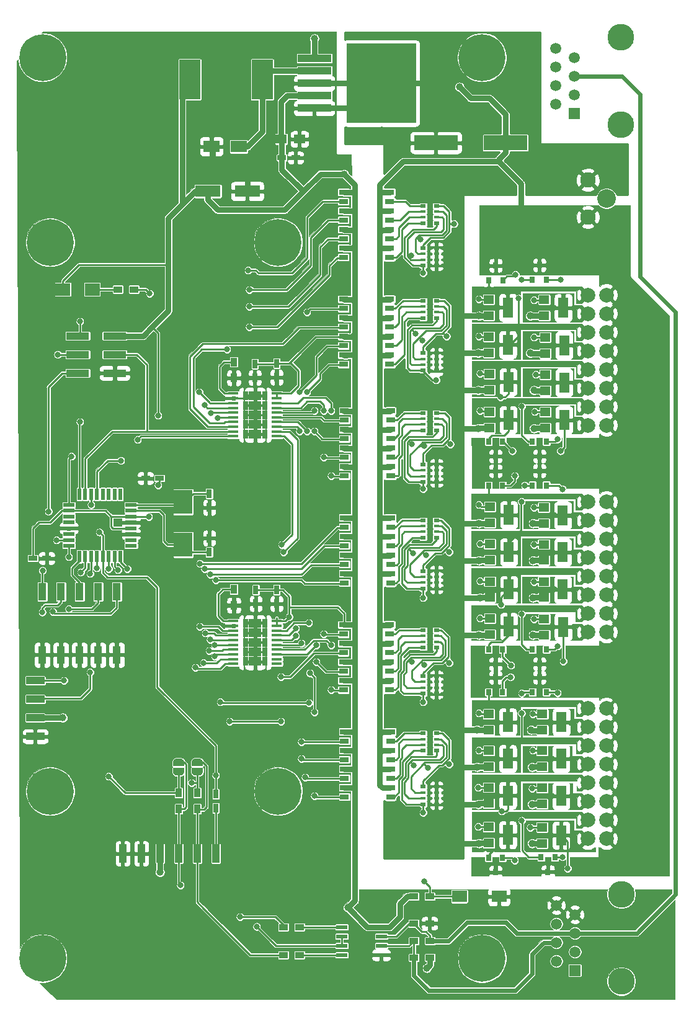
<source format=gbr>
G04 #@! TF.GenerationSoftware,KiCad,Pcbnew,(5.1.8)-1*
G04 #@! TF.CreationDate,2022-01-31T11:41:58-05:00*
G04 #@! TF.ProjectId,ElectromagnetController_V3,456c6563-7472-46f6-9d61-676e6574436f,rev?*
G04 #@! TF.SameCoordinates,Original*
G04 #@! TF.FileFunction,Copper,L1,Top*
G04 #@! TF.FilePolarity,Positive*
%FSLAX46Y46*%
G04 Gerber Fmt 4.6, Leading zero omitted, Abs format (unit mm)*
G04 Created by KiCad (PCBNEW (5.1.8)-1) date 2022-01-31 11:41:58*
%MOMM*%
%LPD*%
G01*
G04 APERTURE LIST*
G04 #@! TA.AperFunction,SMDPad,CuDef*
%ADD10R,2.184400X1.625600*%
G04 #@! TD*
G04 #@! TA.AperFunction,SMDPad,CuDef*
%ADD11R,4.600000X1.100000*%
G04 #@! TD*
G04 #@! TA.AperFunction,SMDPad,CuDef*
%ADD12R,9.400000X10.800000*%
G04 #@! TD*
G04 #@! TA.AperFunction,SMDPad,CuDef*
%ADD13R,4.550000X5.250000*%
G04 #@! TD*
G04 #@! TA.AperFunction,SMDPad,CuDef*
%ADD14R,2.900000X5.400000*%
G04 #@! TD*
G04 #@! TA.AperFunction,SMDPad,CuDef*
%ADD15R,1.200000X0.750000*%
G04 #@! TD*
G04 #@! TA.AperFunction,SMDPad,CuDef*
%ADD16R,3.500000X1.600000*%
G04 #@! TD*
G04 #@! TA.AperFunction,SMDPad,CuDef*
%ADD17R,6.000000X2.000000*%
G04 #@! TD*
G04 #@! TA.AperFunction,SMDPad,CuDef*
%ADD18R,0.800000X0.900000*%
G04 #@! TD*
G04 #@! TA.AperFunction,ComponentPad*
%ADD19C,2.000000*%
G04 #@! TD*
G04 #@! TA.AperFunction,SMDPad,CuDef*
%ADD20R,1.400000X1.200000*%
G04 #@! TD*
G04 #@! TA.AperFunction,SMDPad,CuDef*
%ADD21R,1.400000X2.800000*%
G04 #@! TD*
G04 #@! TA.AperFunction,SMDPad,CuDef*
%ADD22R,0.800000X0.500000*%
G04 #@! TD*
G04 #@! TA.AperFunction,SMDPad,CuDef*
%ADD23R,0.800000X0.400000*%
G04 #@! TD*
G04 #@! TA.AperFunction,SMDPad,CuDef*
%ADD24R,1.300000X0.800000*%
G04 #@! TD*
G04 #@! TA.AperFunction,WasherPad*
%ADD25C,3.650000*%
G04 #@! TD*
G04 #@! TA.AperFunction,ComponentPad*
%ADD26R,1.500000X1.500000*%
G04 #@! TD*
G04 #@! TA.AperFunction,ComponentPad*
%ADD27C,1.500000*%
G04 #@! TD*
G04 #@! TA.AperFunction,SMDPad,CuDef*
%ADD28R,1.000000X2.500000*%
G04 #@! TD*
G04 #@! TA.AperFunction,SMDPad,CuDef*
%ADD29R,0.900000X1.200000*%
G04 #@! TD*
G04 #@! TA.AperFunction,SMDPad,CuDef*
%ADD30C,0.100000*%
G04 #@! TD*
G04 #@! TA.AperFunction,SMDPad,CuDef*
%ADD31R,2.500000X1.000000*%
G04 #@! TD*
G04 #@! TA.AperFunction,SMDPad,CuDef*
%ADD32R,0.750000X1.200000*%
G04 #@! TD*
G04 #@! TA.AperFunction,SMDPad,CuDef*
%ADD33R,3.150000X1.000000*%
G04 #@! TD*
G04 #@! TA.AperFunction,SMDPad,CuDef*
%ADD34R,1.120000X2.440000*%
G04 #@! TD*
G04 #@! TA.AperFunction,SMDPad,CuDef*
%ADD35R,1.200000X0.900000*%
G04 #@! TD*
G04 #@! TA.AperFunction,SMDPad,CuDef*
%ADD36R,2.000000X1.700000*%
G04 #@! TD*
G04 #@! TA.AperFunction,SMDPad,CuDef*
%ADD37R,1.600000X0.550000*%
G04 #@! TD*
G04 #@! TA.AperFunction,SMDPad,CuDef*
%ADD38R,0.550000X1.600000*%
G04 #@! TD*
G04 #@! TA.AperFunction,SMDPad,CuDef*
%ADD39R,1.500000X1.250000*%
G04 #@! TD*
G04 #@! TA.AperFunction,ComponentPad*
%ADD40C,6.400000*%
G04 #@! TD*
G04 #@! TA.AperFunction,ComponentPad*
%ADD41C,2.108200*%
G04 #@! TD*
G04 #@! TA.AperFunction,ComponentPad*
%ADD42C,2.540000*%
G04 #@! TD*
G04 #@! TA.AperFunction,ComponentPad*
%ADD43R,0.800000X1.300000*%
G04 #@! TD*
G04 #@! TA.AperFunction,ComponentPad*
%ADD44R,1.800000X1.300000*%
G04 #@! TD*
G04 #@! TA.AperFunction,SMDPad,CuDef*
%ADD45R,1.450000X0.450000*%
G04 #@! TD*
G04 #@! TA.AperFunction,SMDPad,CuDef*
%ADD46R,2.000000X1.600000*%
G04 #@! TD*
G04 #@! TA.AperFunction,SMDPad,CuDef*
%ADD47R,2.500000X3.325000*%
G04 #@! TD*
G04 #@! TA.AperFunction,SMDPad,CuDef*
%ADD48R,1.550000X0.600000*%
G04 #@! TD*
G04 #@! TA.AperFunction,ComponentPad*
%ADD49C,0.800000*%
G04 #@! TD*
G04 #@! TA.AperFunction,ViaPad*
%ADD50C,1.000000*%
G04 #@! TD*
G04 #@! TA.AperFunction,ViaPad*
%ADD51C,0.800000*%
G04 #@! TD*
G04 #@! TA.AperFunction,Conductor*
%ADD52C,0.800000*%
G04 #@! TD*
G04 #@! TA.AperFunction,Conductor*
%ADD53C,0.250000*%
G04 #@! TD*
G04 #@! TA.AperFunction,Conductor*
%ADD54C,0.600000*%
G04 #@! TD*
G04 #@! TA.AperFunction,Conductor*
%ADD55C,0.063500*%
G04 #@! TD*
G04 #@! TA.AperFunction,Conductor*
%ADD56C,0.100000*%
G04 #@! TD*
G04 #@! TA.AperFunction,Conductor*
%ADD57C,0.254000*%
G04 #@! TD*
G04 APERTURE END LIST*
D10*
G04 #@! TO.P,D2,1*
G04 #@! TO.N,Net-(D2-Pad1)*
X91770200Y-42164000D03*
G04 #@! TO.P,D2,2*
G04 #@! TO.N,GND*
X88061800Y-42164000D03*
G04 #@! TD*
D11*
G04 #@! TO.P,U8,1*
G04 #@! TO.N,+12V*
X102102000Y-30128000D03*
G04 #@! TO.P,U8,2*
G04 #@! TO.N,Net-(D2-Pad1)*
X102102000Y-31828000D03*
G04 #@! TO.P,U8,3*
G04 #@! TO.N,GND*
X102102000Y-33528000D03*
G04 #@! TO.P,U8,4*
G04 #@! TO.N,+5V*
X102102000Y-35228000D03*
G04 #@! TO.P,U8,5*
G04 #@! TO.N,GND*
X102102000Y-36928000D03*
D12*
G04 #@! TO.P,U8,3*
X111252000Y-33528000D03*
D13*
X113677000Y-36303000D03*
X108827000Y-30753000D03*
X113677000Y-30753000D03*
X108827000Y-36303000D03*
G04 #@! TD*
D14*
G04 #@! TO.P,L1,1*
G04 #@! TO.N,Net-(D2-Pad1)*
X94996000Y-33020000D03*
G04 #@! TO.P,L1,2*
G04 #@! TO.N,+5V*
X85096000Y-33020000D03*
G04 #@! TD*
D15*
G04 #@! TO.P,C8,1*
G04 #@! TO.N,+5V*
X97668000Y-43688000D03*
G04 #@! TO.P,C8,2*
G04 #@! TO.N,GND*
X99568000Y-43688000D03*
G04 #@! TD*
D16*
G04 #@! TO.P,C7,1*
G04 #@! TO.N,+5V*
X87564000Y-48260000D03*
G04 #@! TO.P,C7,2*
G04 #@! TO.N,GND*
X92964000Y-48260000D03*
G04 #@! TD*
D17*
G04 #@! TO.P,C6,2*
G04 #@! TO.N,GND*
X118694000Y-41656000D03*
G04 #@! TO.P,C6,1*
G04 #@! TO.N,+12V*
X128194000Y-41656000D03*
G04 #@! TD*
D18*
G04 #@! TO.P,D14,1*
G04 #@! TO.N,/Sheet614B2B13/EM_10*
X131876800Y-88417400D03*
G04 #@! TO.P,D14,2*
G04 #@! TO.N,/Sheet614B2B13/EM_11*
X133776800Y-88417400D03*
G04 #@! TO.P,D14,3*
G04 #@! TO.N,+12V*
X132826800Y-86417400D03*
G04 #@! TD*
G04 #@! TO.P,D13,1*
G04 #@! TO.N,/Sheet614B2B13/EM_08*
X125897600Y-88442800D03*
G04 #@! TO.P,D13,2*
G04 #@! TO.N,/Sheet614B2B13/EM_09*
X127797600Y-88442800D03*
G04 #@! TO.P,D13,3*
G04 #@! TO.N,+12V*
X126847600Y-86442800D03*
G04 #@! TD*
G04 #@! TO.P,D12,1*
G04 #@! TO.N,/sheet61B8751A/EM_16*
X125897600Y-116646200D03*
G04 #@! TO.P,D12,2*
G04 #@! TO.N,/sheet61B8751A/EM_17*
X127797600Y-116646200D03*
G04 #@! TO.P,D12,3*
G04 #@! TO.N,+12V*
X126847600Y-114646200D03*
G04 #@! TD*
G04 #@! TO.P,D11,1*
G04 #@! TO.N,/sheet61B8751A/EM_18*
X131876800Y-116630200D03*
G04 #@! TO.P,D11,2*
G04 #@! TO.N,/sheet61B8751A/EM_19*
X133776800Y-116630200D03*
G04 #@! TO.P,D11,3*
G04 #@! TO.N,+12V*
X132826800Y-114630200D03*
G04 #@! TD*
G04 #@! TO.P,D10,1*
G04 #@! TO.N,/sheet61B8751A/EM_21*
X134945200Y-139192000D03*
G04 #@! TO.P,D10,2*
G04 #@! TO.N,/sheet61B8751A/EM_20*
X133045200Y-139192000D03*
G04 #@! TO.P,D10,3*
G04 #@! TO.N,+12V*
X133995200Y-141192000D03*
G04 #@! TD*
G04 #@! TO.P,D9,1*
G04 #@! TO.N,/sheet61B8751A/EM_23*
X127797600Y-139242800D03*
G04 #@! TO.P,D9,2*
G04 #@! TO.N,/sheet61B8751A/EM_22*
X125897600Y-139242800D03*
G04 #@! TO.P,D9,3*
G04 #@! TO.N,+12V*
X126847600Y-141242800D03*
G04 #@! TD*
G04 #@! TO.P,D8,1*
G04 #@! TO.N,/sheet61B8751A/EM_15*
X127797600Y-110820200D03*
G04 #@! TO.P,D8,2*
G04 #@! TO.N,/sheet61B8751A/EM_14*
X125897600Y-110820200D03*
G04 #@! TO.P,D8,3*
G04 #@! TO.N,+12V*
X126847600Y-112820200D03*
G04 #@! TD*
G04 #@! TO.P,D7,1*
G04 #@! TO.N,/sheet61B8751A/EM_13*
X133776800Y-110794800D03*
G04 #@! TO.P,D7,2*
G04 #@! TO.N,/sheet61B8751A/EM_12*
X131876800Y-110794800D03*
G04 #@! TO.P,D7,3*
G04 #@! TO.N,+12V*
X132826800Y-112794800D03*
G04 #@! TD*
G04 #@! TO.P,D6,1*
G04 #@! TO.N,/Sheet614B2B13/EM_07*
X127797600Y-82448400D03*
G04 #@! TO.P,D6,2*
G04 #@! TO.N,/Sheet614B2B13/EM_06*
X125897600Y-82448400D03*
G04 #@! TO.P,D6,3*
G04 #@! TO.N,+12V*
X126847600Y-84448400D03*
G04 #@! TD*
G04 #@! TO.P,D5,1*
G04 #@! TO.N,/Sheet614B2B13/EM_05*
X133776800Y-82448400D03*
G04 #@! TO.P,D5,2*
G04 #@! TO.N,/Sheet614B2B13/EM_04*
X131876800Y-82448400D03*
G04 #@! TO.P,D5,3*
G04 #@! TO.N,+12V*
X132826800Y-84448400D03*
G04 #@! TD*
G04 #@! TO.P,D4,1*
G04 #@! TO.N,/Sheet614B2B13/EM_02*
X131876800Y-60350400D03*
G04 #@! TO.P,D4,2*
G04 #@! TO.N,/Sheet614B2B13/EM_03*
X133776800Y-60350400D03*
G04 #@! TO.P,D4,3*
G04 #@! TO.N,+12V*
X132826800Y-58350400D03*
G04 #@! TD*
G04 #@! TO.P,D3,1*
G04 #@! TO.N,/Sheet614B2B13/EM_00*
X125923000Y-60410600D03*
G04 #@! TO.P,D3,2*
G04 #@! TO.N,/Sheet614B2B13/EM_01*
X127823000Y-60410600D03*
G04 #@! TO.P,D3,3*
G04 #@! TO.N,+12V*
X126873000Y-58410600D03*
G04 #@! TD*
D15*
G04 #@! TO.P,C15,1*
G04 #@! TO.N,+5V*
X80949800Y-87452200D03*
G04 #@! TO.P,C15,2*
G04 #@! TO.N,GND*
X79049800Y-87452200D03*
G04 #@! TD*
G04 #@! TO.P,C14,1*
G04 #@! TO.N,+5V*
X63682800Y-98374200D03*
G04 #@! TO.P,C14,2*
G04 #@! TO.N,GND*
X65582800Y-98374200D03*
G04 #@! TD*
D19*
G04 #@! TO.P,J9,16*
G04 #@! TO.N,+12V*
X141986000Y-136652000D03*
G04 #@! TO.P,J9,15*
G04 #@! TO.N,/sheet61B8751A/EM_23*
X139446000Y-136652000D03*
G04 #@! TO.P,J9,14*
G04 #@! TO.N,+12V*
X141986000Y-134112000D03*
G04 #@! TO.P,J9,13*
G04 #@! TO.N,/sheet61B8751A/EM_22*
X139446000Y-134112000D03*
G04 #@! TO.P,J9,12*
G04 #@! TO.N,+12V*
X141986000Y-131572000D03*
G04 #@! TO.P,J9,11*
G04 #@! TO.N,/sheet61B8751A/EM_21*
X139446000Y-131572000D03*
G04 #@! TO.P,J9,10*
G04 #@! TO.N,+12V*
X141986000Y-129032000D03*
G04 #@! TO.P,J9,9*
G04 #@! TO.N,/sheet61B8751A/EM_20*
X139446000Y-129032000D03*
G04 #@! TO.P,J9,8*
G04 #@! TO.N,+12V*
X141986000Y-126492000D03*
G04 #@! TO.P,J9,7*
G04 #@! TO.N,/sheet61B8751A/EM_19*
X139446000Y-126492000D03*
G04 #@! TO.P,J9,6*
G04 #@! TO.N,+12V*
X141986000Y-123952000D03*
G04 #@! TO.P,J9,5*
G04 #@! TO.N,/sheet61B8751A/EM_18*
X139446000Y-123952000D03*
G04 #@! TO.P,J9,4*
G04 #@! TO.N,+12V*
X141986000Y-121412000D03*
G04 #@! TO.P,J9,3*
G04 #@! TO.N,/sheet61B8751A/EM_17*
X139446000Y-121412000D03*
G04 #@! TO.P,J9,2*
G04 #@! TO.N,+12V*
X141986000Y-118872000D03*
G04 #@! TO.P,J9,1*
G04 #@! TO.N,/sheet61B8751A/EM_16*
X139446000Y-118872000D03*
G04 #@! TD*
G04 #@! TO.P,J8,16*
G04 #@! TO.N,+12V*
X141986000Y-108458000D03*
G04 #@! TO.P,J8,15*
G04 #@! TO.N,/sheet61B8751A/EM_15*
X139446000Y-108458000D03*
G04 #@! TO.P,J8,14*
G04 #@! TO.N,+12V*
X141986000Y-105918000D03*
G04 #@! TO.P,J8,13*
G04 #@! TO.N,/sheet61B8751A/EM_14*
X139446000Y-105918000D03*
G04 #@! TO.P,J8,12*
G04 #@! TO.N,+12V*
X141986000Y-103378000D03*
G04 #@! TO.P,J8,11*
G04 #@! TO.N,/sheet61B8751A/EM_13*
X139446000Y-103378000D03*
G04 #@! TO.P,J8,10*
G04 #@! TO.N,+12V*
X141986000Y-100838000D03*
G04 #@! TO.P,J8,9*
G04 #@! TO.N,/sheet61B8751A/EM_12*
X139446000Y-100838000D03*
G04 #@! TO.P,J8,8*
G04 #@! TO.N,+12V*
X141986000Y-98298000D03*
G04 #@! TO.P,J8,7*
G04 #@! TO.N,/Sheet614B2B13/EM_11*
X139446000Y-98298000D03*
G04 #@! TO.P,J8,6*
G04 #@! TO.N,+12V*
X141986000Y-95758000D03*
G04 #@! TO.P,J8,5*
G04 #@! TO.N,/Sheet614B2B13/EM_10*
X139446000Y-95758000D03*
G04 #@! TO.P,J8,4*
G04 #@! TO.N,+12V*
X141986000Y-93218000D03*
G04 #@! TO.P,J8,3*
G04 #@! TO.N,/Sheet614B2B13/EM_09*
X139446000Y-93218000D03*
G04 #@! TO.P,J8,2*
G04 #@! TO.N,+12V*
X141986000Y-90678000D03*
G04 #@! TO.P,J8,1*
G04 #@! TO.N,/Sheet614B2B13/EM_08*
X139446000Y-90678000D03*
G04 #@! TD*
G04 #@! TO.P,J1,16*
G04 #@! TO.N,+12V*
X141986000Y-80200500D03*
G04 #@! TO.P,J1,15*
G04 #@! TO.N,/Sheet614B2B13/EM_07*
X139446000Y-80200500D03*
G04 #@! TO.P,J1,14*
G04 #@! TO.N,+12V*
X141986000Y-77660500D03*
G04 #@! TO.P,J1,13*
G04 #@! TO.N,/Sheet614B2B13/EM_06*
X139446000Y-77660500D03*
G04 #@! TO.P,J1,12*
G04 #@! TO.N,+12V*
X141986000Y-75120500D03*
G04 #@! TO.P,J1,11*
G04 #@! TO.N,/Sheet614B2B13/EM_05*
X139446000Y-75120500D03*
G04 #@! TO.P,J1,10*
G04 #@! TO.N,+12V*
X141986000Y-72580500D03*
G04 #@! TO.P,J1,9*
G04 #@! TO.N,/Sheet614B2B13/EM_04*
X139446000Y-72580500D03*
G04 #@! TO.P,J1,8*
G04 #@! TO.N,+12V*
X141986000Y-70040500D03*
G04 #@! TO.P,J1,7*
G04 #@! TO.N,/Sheet614B2B13/EM_03*
X139446000Y-70040500D03*
G04 #@! TO.P,J1,6*
G04 #@! TO.N,+12V*
X141986000Y-67500500D03*
G04 #@! TO.P,J1,5*
G04 #@! TO.N,/Sheet614B2B13/EM_02*
X139446000Y-67500500D03*
G04 #@! TO.P,J1,4*
G04 #@! TO.N,+12V*
X141986000Y-64960500D03*
G04 #@! TO.P,J1,3*
G04 #@! TO.N,/Sheet614B2B13/EM_01*
X139446000Y-64960500D03*
G04 #@! TO.P,J1,2*
G04 #@! TO.N,+12V*
X141986000Y-62420500D03*
G04 #@! TO.P,J1,1*
G04 #@! TO.N,/Sheet614B2B13/EM_00*
X139446000Y-62420500D03*
G04 #@! TD*
D20*
G04 #@! TO.P,Q19,2*
G04 #@! TO.N,GND*
X133223000Y-121834000D03*
G04 #@! TO.P,Q19,1*
G04 #@! TO.N,Net-(Q19-Pad1)*
X133223000Y-119634000D03*
D21*
G04 #@! TO.P,Q19,3*
G04 #@! TO.N,/sheet61B8751A/EM_17*
X135823000Y-120734000D03*
G04 #@! TD*
D22*
G04 #@! TO.P,RN11,1*
G04 #@! TO.N,Net-(RN11-Pad1)*
X116967000Y-122244000D03*
D23*
G04 #@! TO.P,RN11,3*
G04 #@! TO.N,Net-(RN11-Pad3)*
X116967000Y-123844000D03*
G04 #@! TO.P,RN11,2*
G04 #@! TO.N,Net-(RN11-Pad2)*
X116967000Y-123044000D03*
D22*
G04 #@! TO.P,RN11,4*
G04 #@! TO.N,Net-(RN11-Pad4)*
X116967000Y-124644000D03*
D23*
G04 #@! TO.P,RN11,7*
G04 #@! TO.N,Net-(Q22-Pad1)*
X118767000Y-123044000D03*
D22*
G04 #@! TO.P,RN11,8*
G04 #@! TO.N,Net-(Q17-Pad1)*
X118767000Y-122244000D03*
D23*
G04 #@! TO.P,RN11,6*
G04 #@! TO.N,Net-(Q23-Pad1)*
X118767000Y-123844000D03*
D22*
G04 #@! TO.P,RN11,5*
G04 #@! TO.N,Net-(Q24-Pad1)*
X118767000Y-124644000D03*
G04 #@! TD*
G04 #@! TO.P,RN12,1*
G04 #@! TO.N,Net-(Q17-Pad1)*
X116967000Y-129540000D03*
D23*
G04 #@! TO.P,RN12,3*
G04 #@! TO.N,Net-(Q23-Pad1)*
X116967000Y-131140000D03*
G04 #@! TO.P,RN12,2*
G04 #@! TO.N,Net-(Q22-Pad1)*
X116967000Y-130340000D03*
D22*
G04 #@! TO.P,RN12,4*
G04 #@! TO.N,Net-(Q24-Pad1)*
X116967000Y-131940000D03*
D23*
G04 #@! TO.P,RN12,7*
G04 #@! TO.N,GND*
X118767000Y-130340000D03*
D22*
G04 #@! TO.P,RN12,8*
X118767000Y-129540000D03*
D23*
G04 #@! TO.P,RN12,6*
X118767000Y-131140000D03*
D22*
G04 #@! TO.P,RN12,5*
X118767000Y-131940000D03*
G04 #@! TD*
D24*
G04 #@! TO.P,U11,1*
G04 #@! TO.N,+5V*
X106197000Y-122042000D03*
G04 #@! TO.P,U11,2*
G04 #@! TO.N,PWM_20*
X106197000Y-123322000D03*
G04 #@! TO.P,U11,3*
G04 #@! TO.N,+5V*
X106197000Y-124582000D03*
G04 #@! TO.P,U11,4*
G04 #@! TO.N,PWM_21*
X106197000Y-125852000D03*
G04 #@! TO.P,U11,5*
G04 #@! TO.N,+5V*
X106197000Y-127132000D03*
G04 #@! TO.P,U11,6*
G04 #@! TO.N,PWM_22*
X106197000Y-128402000D03*
G04 #@! TO.P,U11,7*
G04 #@! TO.N,+5V*
X106197000Y-129662000D03*
G04 #@! TO.P,U11,8*
G04 #@! TO.N,PWM_23*
X106197000Y-130942000D03*
G04 #@! TO.P,U11,9*
G04 #@! TO.N,Net-(RN11-Pad4)*
X112497000Y-130942000D03*
G04 #@! TO.P,U11,10*
G04 #@! TO.N,+12V*
X112497000Y-129662000D03*
G04 #@! TO.P,U11,11*
G04 #@! TO.N,Net-(RN11-Pad3)*
X112497000Y-128402000D03*
G04 #@! TO.P,U11,12*
G04 #@! TO.N,+12V*
X112497000Y-127132000D03*
G04 #@! TO.P,U11,13*
G04 #@! TO.N,Net-(RN11-Pad2)*
X112497000Y-125852000D03*
G04 #@! TO.P,U11,14*
G04 #@! TO.N,+12V*
X112497000Y-124582000D03*
G04 #@! TO.P,U11,15*
G04 #@! TO.N,Net-(RN11-Pad1)*
X112497000Y-123322000D03*
G04 #@! TO.P,U11,16*
G04 #@! TO.N,+12V*
X112497000Y-122042000D03*
G04 #@! TD*
G04 #@! TO.P,U9,1*
G04 #@! TO.N,+5V*
X106070000Y-107437000D03*
G04 #@! TO.P,U9,2*
G04 #@! TO.N,PWM_16*
X106070000Y-108717000D03*
G04 #@! TO.P,U9,3*
G04 #@! TO.N,+5V*
X106070000Y-109977000D03*
G04 #@! TO.P,U9,4*
G04 #@! TO.N,PWM_17*
X106070000Y-111247000D03*
G04 #@! TO.P,U9,5*
G04 #@! TO.N,+5V*
X106070000Y-112527000D03*
G04 #@! TO.P,U9,6*
G04 #@! TO.N,PWM_18*
X106070000Y-113797000D03*
G04 #@! TO.P,U9,7*
G04 #@! TO.N,+5V*
X106070000Y-115057000D03*
G04 #@! TO.P,U9,8*
G04 #@! TO.N,PWM_19*
X106070000Y-116337000D03*
G04 #@! TO.P,U9,9*
G04 #@! TO.N,Net-(RN9-Pad4)*
X112370000Y-116337000D03*
G04 #@! TO.P,U9,10*
G04 #@! TO.N,+12V*
X112370000Y-115057000D03*
G04 #@! TO.P,U9,11*
G04 #@! TO.N,Net-(RN9-Pad3)*
X112370000Y-113797000D03*
G04 #@! TO.P,U9,12*
G04 #@! TO.N,+12V*
X112370000Y-112527000D03*
G04 #@! TO.P,U9,13*
G04 #@! TO.N,Net-(RN9-Pad2)*
X112370000Y-111247000D03*
G04 #@! TO.P,U9,14*
G04 #@! TO.N,+12V*
X112370000Y-109977000D03*
G04 #@! TO.P,U9,15*
G04 #@! TO.N,Net-(RN9-Pad1)*
X112370000Y-108717000D03*
G04 #@! TO.P,U9,16*
G04 #@! TO.N,+12V*
X112370000Y-107437000D03*
G04 #@! TD*
G04 #@! TO.P,U7,1*
G04 #@! TO.N,+5V*
X106070000Y-48382000D03*
G04 #@! TO.P,U7,2*
G04 #@! TO.N,PWM_00*
X106070000Y-49662000D03*
G04 #@! TO.P,U7,3*
G04 #@! TO.N,+5V*
X106070000Y-50922000D03*
G04 #@! TO.P,U7,4*
G04 #@! TO.N,PWM_01*
X106070000Y-52192000D03*
G04 #@! TO.P,U7,5*
G04 #@! TO.N,+5V*
X106070000Y-53472000D03*
G04 #@! TO.P,U7,6*
G04 #@! TO.N,PWM_02*
X106070000Y-54742000D03*
G04 #@! TO.P,U7,7*
G04 #@! TO.N,+5V*
X106070000Y-56002000D03*
G04 #@! TO.P,U7,8*
G04 #@! TO.N,PWM_03*
X106070000Y-57282000D03*
G04 #@! TO.P,U7,9*
G04 #@! TO.N,Net-(RN1-Pad4)*
X112370000Y-57282000D03*
G04 #@! TO.P,U7,10*
G04 #@! TO.N,+12V*
X112370000Y-56002000D03*
G04 #@! TO.P,U7,11*
G04 #@! TO.N,Net-(RN1-Pad3)*
X112370000Y-54742000D03*
G04 #@! TO.P,U7,12*
G04 #@! TO.N,+12V*
X112370000Y-53472000D03*
G04 #@! TO.P,U7,13*
G04 #@! TO.N,Net-(RN1-Pad2)*
X112370000Y-52192000D03*
G04 #@! TO.P,U7,14*
G04 #@! TO.N,+12V*
X112370000Y-50922000D03*
G04 #@! TO.P,U7,15*
G04 #@! TO.N,Net-(RN1-Pad1)*
X112370000Y-49662000D03*
G04 #@! TO.P,U7,16*
G04 #@! TO.N,+12V*
X112370000Y-48382000D03*
G04 #@! TD*
G04 #@! TO.P,U5,1*
G04 #@! TO.N,+5V*
X106197000Y-92832000D03*
G04 #@! TO.P,U5,2*
G04 #@! TO.N,PWM_12*
X106197000Y-94112000D03*
G04 #@! TO.P,U5,3*
G04 #@! TO.N,+5V*
X106197000Y-95372000D03*
G04 #@! TO.P,U5,4*
G04 #@! TO.N,PWM_13*
X106197000Y-96642000D03*
G04 #@! TO.P,U5,5*
G04 #@! TO.N,+5V*
X106197000Y-97922000D03*
G04 #@! TO.P,U5,6*
G04 #@! TO.N,PWM_14*
X106197000Y-99192000D03*
G04 #@! TO.P,U5,7*
G04 #@! TO.N,+5V*
X106197000Y-100452000D03*
G04 #@! TO.P,U5,8*
G04 #@! TO.N,PWM_15*
X106197000Y-101732000D03*
G04 #@! TO.P,U5,9*
G04 #@! TO.N,Net-(RN7-Pad4)*
X112497000Y-101732000D03*
G04 #@! TO.P,U5,10*
G04 #@! TO.N,+12V*
X112497000Y-100452000D03*
G04 #@! TO.P,U5,11*
G04 #@! TO.N,Net-(RN7-Pad3)*
X112497000Y-99192000D03*
G04 #@! TO.P,U5,12*
G04 #@! TO.N,+12V*
X112497000Y-97922000D03*
G04 #@! TO.P,U5,13*
G04 #@! TO.N,Net-(RN7-Pad2)*
X112497000Y-96642000D03*
G04 #@! TO.P,U5,14*
G04 #@! TO.N,+12V*
X112497000Y-95372000D03*
G04 #@! TO.P,U5,15*
G04 #@! TO.N,Net-(RN7-Pad1)*
X112497000Y-94112000D03*
G04 #@! TO.P,U5,16*
G04 #@! TO.N,+12V*
X112497000Y-92832000D03*
G04 #@! TD*
G04 #@! TO.P,U4,1*
G04 #@! TO.N,+5V*
X106197000Y-78227000D03*
G04 #@! TO.P,U4,2*
G04 #@! TO.N,PWM_08*
X106197000Y-79507000D03*
G04 #@! TO.P,U4,3*
G04 #@! TO.N,+5V*
X106197000Y-80767000D03*
G04 #@! TO.P,U4,4*
G04 #@! TO.N,PWM_09*
X106197000Y-82037000D03*
G04 #@! TO.P,U4,5*
G04 #@! TO.N,+5V*
X106197000Y-83317000D03*
G04 #@! TO.P,U4,6*
G04 #@! TO.N,PWM_10*
X106197000Y-84587000D03*
G04 #@! TO.P,U4,7*
G04 #@! TO.N,+5V*
X106197000Y-85847000D03*
G04 #@! TO.P,U4,8*
G04 #@! TO.N,PWM_11*
X106197000Y-87127000D03*
G04 #@! TO.P,U4,9*
G04 #@! TO.N,Net-(RN5-Pad4)*
X112497000Y-87127000D03*
G04 #@! TO.P,U4,10*
G04 #@! TO.N,+12V*
X112497000Y-85847000D03*
G04 #@! TO.P,U4,11*
G04 #@! TO.N,Net-(RN5-Pad3)*
X112497000Y-84587000D03*
G04 #@! TO.P,U4,12*
G04 #@! TO.N,+12V*
X112497000Y-83317000D03*
G04 #@! TO.P,U4,13*
G04 #@! TO.N,Net-(RN5-Pad2)*
X112497000Y-82037000D03*
G04 #@! TO.P,U4,14*
G04 #@! TO.N,+12V*
X112497000Y-80767000D03*
G04 #@! TO.P,U4,15*
G04 #@! TO.N,Net-(RN5-Pad1)*
X112497000Y-79507000D03*
G04 #@! TO.P,U4,16*
G04 #@! TO.N,+12V*
X112497000Y-78227000D03*
G04 #@! TD*
G04 #@! TO.P,U3,1*
G04 #@! TO.N,+5V*
X106070000Y-62987000D03*
G04 #@! TO.P,U3,2*
G04 #@! TO.N,PWM_04*
X106070000Y-64267000D03*
G04 #@! TO.P,U3,3*
G04 #@! TO.N,+5V*
X106070000Y-65527000D03*
G04 #@! TO.P,U3,4*
G04 #@! TO.N,PWM_05*
X106070000Y-66797000D03*
G04 #@! TO.P,U3,5*
G04 #@! TO.N,+5V*
X106070000Y-68077000D03*
G04 #@! TO.P,U3,6*
G04 #@! TO.N,PWM_06*
X106070000Y-69347000D03*
G04 #@! TO.P,U3,7*
G04 #@! TO.N,+5V*
X106070000Y-70607000D03*
G04 #@! TO.P,U3,8*
G04 #@! TO.N,PWM_07*
X106070000Y-71887000D03*
G04 #@! TO.P,U3,9*
G04 #@! TO.N,Net-(RN3-Pad4)*
X112370000Y-71887000D03*
G04 #@! TO.P,U3,10*
G04 #@! TO.N,+12V*
X112370000Y-70607000D03*
G04 #@! TO.P,U3,11*
G04 #@! TO.N,Net-(RN3-Pad3)*
X112370000Y-69347000D03*
G04 #@! TO.P,U3,12*
G04 #@! TO.N,+12V*
X112370000Y-68077000D03*
G04 #@! TO.P,U3,13*
G04 #@! TO.N,Net-(RN3-Pad2)*
X112370000Y-66797000D03*
G04 #@! TO.P,U3,14*
G04 #@! TO.N,+12V*
X112370000Y-65527000D03*
G04 #@! TO.P,U3,15*
G04 #@! TO.N,Net-(RN3-Pad1)*
X112370000Y-64267000D03*
G04 #@! TO.P,U3,16*
G04 #@! TO.N,+12V*
X112370000Y-62987000D03*
G04 #@! TD*
D25*
G04 #@! TO.P,J2,Hole*
G04 #@! TO.N,*
X144018000Y-144242500D03*
X144018000Y-156112500D03*
D26*
G04 #@! TO.P,J2,1*
G04 #@! TO.N,Net-(J2-Pad1)*
X137668000Y-154622500D03*
D27*
G04 #@! TO.P,J2,2*
G04 #@! TO.N,Net-(J2-Pad2)*
X135128000Y-153352500D03*
G04 #@! TO.P,J2,3*
G04 #@! TO.N,Net-(J2-Pad3)*
X137668000Y-152082500D03*
G04 #@! TO.P,J2,4*
G04 #@! TO.N,A*
X135128000Y-150812500D03*
G04 #@! TO.P,J2,5*
G04 #@! TO.N,B*
X137668000Y-149542500D03*
G04 #@! TO.P,J2,6*
G04 #@! TO.N,Net-(J2-Pad6)*
X135128000Y-148272500D03*
G04 #@! TO.P,J2,7*
G04 #@! TO.N,GND*
X137668000Y-147002500D03*
G04 #@! TO.P,J2,8*
X135128000Y-145732500D03*
G04 #@! TD*
D28*
G04 #@! TO.P,J5,6*
G04 #@! TO.N,GND*
X75946000Y-138684000D03*
G04 #@! TO.P,J5,5*
X78486000Y-138684000D03*
G04 #@! TO.P,J5,4*
G04 #@! TO.N,+5V*
X81026000Y-138684000D03*
G04 #@! TO.P,J5,3*
G04 #@! TO.N,RX*
X83566000Y-138684000D03*
G04 #@! TO.P,J5,2*
G04 #@! TO.N,TX*
X86106000Y-138684000D03*
G04 #@! TO.P,J5,1*
G04 #@! TO.N,Net-(C3-Pad1)*
X88646000Y-138684000D03*
G04 #@! TD*
D29*
G04 #@! TO.P,R11,1*
G04 #@! TO.N,TX*
X86106000Y-132588000D03*
G04 #@! TO.P,R11,2*
G04 #@! TO.N,Net-(JP2-Pad1)*
X86106000Y-130388000D03*
G04 #@! TD*
G04 #@! TO.P,R10,1*
G04 #@! TO.N,RX*
X83566000Y-132588000D03*
G04 #@! TO.P,R10,2*
G04 #@! TO.N,Net-(JP1-Pad1)*
X83566000Y-130388000D03*
G04 #@! TD*
G04 #@! TA.AperFunction,SMDPad,CuDef*
D30*
G04 #@! TO.P,JP2,2*
G04 #@! TO.N,TX*
G36*
X85356602Y-126208000D02*
G01*
X85356602Y-126183466D01*
X85361412Y-126134635D01*
X85370984Y-126086510D01*
X85385228Y-126039555D01*
X85404005Y-125994222D01*
X85427136Y-125950949D01*
X85454396Y-125910150D01*
X85485524Y-125872221D01*
X85520221Y-125837524D01*
X85558150Y-125806396D01*
X85598949Y-125779136D01*
X85642222Y-125756005D01*
X85687555Y-125737228D01*
X85734510Y-125722984D01*
X85782635Y-125713412D01*
X85831466Y-125708602D01*
X85856000Y-125708602D01*
X85856000Y-125708000D01*
X86356000Y-125708000D01*
X86356000Y-125708602D01*
X86380534Y-125708602D01*
X86429365Y-125713412D01*
X86477490Y-125722984D01*
X86524445Y-125737228D01*
X86569778Y-125756005D01*
X86613051Y-125779136D01*
X86653850Y-125806396D01*
X86691779Y-125837524D01*
X86726476Y-125872221D01*
X86757604Y-125910150D01*
X86784864Y-125950949D01*
X86807995Y-125994222D01*
X86826772Y-126039555D01*
X86841016Y-126086510D01*
X86850588Y-126134635D01*
X86855398Y-126183466D01*
X86855398Y-126208000D01*
X86856000Y-126208000D01*
X86856000Y-126708000D01*
X85356000Y-126708000D01*
X85356000Y-126208000D01*
X85356602Y-126208000D01*
G37*
G04 #@! TD.AperFunction*
G04 #@! TA.AperFunction,SMDPad,CuDef*
G04 #@! TO.P,JP2,1*
G04 #@! TO.N,Net-(JP2-Pad1)*
G36*
X86856000Y-127008000D02*
G01*
X86856000Y-127508000D01*
X86855398Y-127508000D01*
X86855398Y-127532534D01*
X86850588Y-127581365D01*
X86841016Y-127629490D01*
X86826772Y-127676445D01*
X86807995Y-127721778D01*
X86784864Y-127765051D01*
X86757604Y-127805850D01*
X86726476Y-127843779D01*
X86691779Y-127878476D01*
X86653850Y-127909604D01*
X86613051Y-127936864D01*
X86569778Y-127959995D01*
X86524445Y-127978772D01*
X86477490Y-127993016D01*
X86429365Y-128002588D01*
X86380534Y-128007398D01*
X86356000Y-128007398D01*
X86356000Y-128008000D01*
X85856000Y-128008000D01*
X85856000Y-128007398D01*
X85831466Y-128007398D01*
X85782635Y-128002588D01*
X85734510Y-127993016D01*
X85687555Y-127978772D01*
X85642222Y-127959995D01*
X85598949Y-127936864D01*
X85558150Y-127909604D01*
X85520221Y-127878476D01*
X85485524Y-127843779D01*
X85454396Y-127805850D01*
X85427136Y-127765051D01*
X85404005Y-127721778D01*
X85385228Y-127676445D01*
X85370984Y-127629490D01*
X85361412Y-127581365D01*
X85356602Y-127532534D01*
X85356602Y-127508000D01*
X85356000Y-127508000D01*
X85356000Y-127008000D01*
X86856000Y-127008000D01*
G37*
G04 #@! TD.AperFunction*
G04 #@! TD*
G04 #@! TA.AperFunction,SMDPad,CuDef*
G04 #@! TO.P,JP1,2*
G04 #@! TO.N,RX*
G36*
X82816602Y-126208000D02*
G01*
X82816602Y-126183466D01*
X82821412Y-126134635D01*
X82830984Y-126086510D01*
X82845228Y-126039555D01*
X82864005Y-125994222D01*
X82887136Y-125950949D01*
X82914396Y-125910150D01*
X82945524Y-125872221D01*
X82980221Y-125837524D01*
X83018150Y-125806396D01*
X83058949Y-125779136D01*
X83102222Y-125756005D01*
X83147555Y-125737228D01*
X83194510Y-125722984D01*
X83242635Y-125713412D01*
X83291466Y-125708602D01*
X83316000Y-125708602D01*
X83316000Y-125708000D01*
X83816000Y-125708000D01*
X83816000Y-125708602D01*
X83840534Y-125708602D01*
X83889365Y-125713412D01*
X83937490Y-125722984D01*
X83984445Y-125737228D01*
X84029778Y-125756005D01*
X84073051Y-125779136D01*
X84113850Y-125806396D01*
X84151779Y-125837524D01*
X84186476Y-125872221D01*
X84217604Y-125910150D01*
X84244864Y-125950949D01*
X84267995Y-125994222D01*
X84286772Y-126039555D01*
X84301016Y-126086510D01*
X84310588Y-126134635D01*
X84315398Y-126183466D01*
X84315398Y-126208000D01*
X84316000Y-126208000D01*
X84316000Y-126708000D01*
X82816000Y-126708000D01*
X82816000Y-126208000D01*
X82816602Y-126208000D01*
G37*
G04 #@! TD.AperFunction*
G04 #@! TA.AperFunction,SMDPad,CuDef*
G04 #@! TO.P,JP1,1*
G04 #@! TO.N,Net-(JP1-Pad1)*
G36*
X84316000Y-127008000D02*
G01*
X84316000Y-127508000D01*
X84315398Y-127508000D01*
X84315398Y-127532534D01*
X84310588Y-127581365D01*
X84301016Y-127629490D01*
X84286772Y-127676445D01*
X84267995Y-127721778D01*
X84244864Y-127765051D01*
X84217604Y-127805850D01*
X84186476Y-127843779D01*
X84151779Y-127878476D01*
X84113850Y-127909604D01*
X84073051Y-127936864D01*
X84029778Y-127959995D01*
X83984445Y-127978772D01*
X83937490Y-127993016D01*
X83889365Y-128002588D01*
X83840534Y-128007398D01*
X83816000Y-128007398D01*
X83816000Y-128008000D01*
X83316000Y-128008000D01*
X83316000Y-128007398D01*
X83291466Y-128007398D01*
X83242635Y-128002588D01*
X83194510Y-127993016D01*
X83147555Y-127978772D01*
X83102222Y-127959995D01*
X83058949Y-127936864D01*
X83018150Y-127909604D01*
X82980221Y-127878476D01*
X82945524Y-127843779D01*
X82914396Y-127805850D01*
X82887136Y-127765051D01*
X82864005Y-127721778D01*
X82845228Y-127676445D01*
X82830984Y-127629490D01*
X82821412Y-127581365D01*
X82816602Y-127532534D01*
X82816602Y-127508000D01*
X82816000Y-127508000D01*
X82816000Y-127008000D01*
X84316000Y-127008000D01*
G37*
G04 #@! TD.AperFunction*
G04 #@! TD*
D20*
G04 #@! TO.P,Q15,2*
G04 #@! TO.N,GND*
X126051000Y-108796000D03*
G04 #@! TO.P,Q15,1*
G04 #@! TO.N,Net-(Q15-Pad1)*
X126051000Y-106596000D03*
D21*
G04 #@! TO.P,Q15,3*
G04 #@! TO.N,/sheet61B8751A/EM_14*
X128651000Y-107696000D03*
G04 #@! TD*
D20*
G04 #@! TO.P,Q24,2*
G04 #@! TO.N,GND*
X133193000Y-137287000D03*
G04 #@! TO.P,Q24,1*
G04 #@! TO.N,Net-(Q24-Pad1)*
X133193000Y-135087000D03*
D21*
G04 #@! TO.P,Q24,3*
G04 #@! TO.N,/sheet61B8751A/EM_23*
X135793000Y-136187000D03*
G04 #@! TD*
D20*
G04 #@! TO.P,Q23,2*
G04 #@! TO.N,GND*
X125924000Y-137244000D03*
G04 #@! TO.P,Q23,1*
G04 #@! TO.N,Net-(Q23-Pad1)*
X125924000Y-135044000D03*
D21*
G04 #@! TO.P,Q23,3*
G04 #@! TO.N,/sheet61B8751A/EM_22*
X128524000Y-136144000D03*
G04 #@! TD*
D20*
G04 #@! TO.P,Q22,2*
G04 #@! TO.N,GND*
X133193000Y-131910000D03*
G04 #@! TO.P,Q22,1*
G04 #@! TO.N,Net-(Q22-Pad1)*
X133193000Y-129710000D03*
D21*
G04 #@! TO.P,Q22,3*
G04 #@! TO.N,/sheet61B8751A/EM_21*
X135793000Y-130810000D03*
G04 #@! TD*
D20*
G04 #@! TO.P,Q17,2*
G04 #@! TO.N,GND*
X125924000Y-131846500D03*
G04 #@! TO.P,Q17,1*
G04 #@! TO.N,Net-(Q17-Pad1)*
X125924000Y-129646500D03*
D21*
G04 #@! TO.P,Q17,3*
G04 #@! TO.N,/sheet61B8751A/EM_20*
X128524000Y-130746500D03*
G04 #@! TD*
D31*
G04 #@! TO.P,J7,4*
G04 #@! TO.N,GND*
X64008000Y-122682000D03*
G04 #@! TO.P,J7,3*
G04 #@! TO.N,+5V*
X64008000Y-120142000D03*
G04 #@! TO.P,J7,2*
G04 #@! TO.N,SDA*
X64008000Y-117602000D03*
G04 #@! TO.P,J7,1*
G04 #@! TO.N,SCL*
X64008000Y-115062000D03*
G04 #@! TD*
D22*
G04 #@! TO.P,RN10,1*
G04 #@! TO.N,Net-(Q18-Pad1)*
X116967000Y-114433500D03*
D23*
G04 #@! TO.P,RN10,3*
G04 #@! TO.N,Net-(Q20-Pad1)*
X116967000Y-116033500D03*
G04 #@! TO.P,RN10,2*
G04 #@! TO.N,Net-(Q19-Pad1)*
X116967000Y-115233500D03*
D22*
G04 #@! TO.P,RN10,4*
G04 #@! TO.N,Net-(Q21-Pad1)*
X116967000Y-116833500D03*
D23*
G04 #@! TO.P,RN10,7*
G04 #@! TO.N,GND*
X118767000Y-115233500D03*
D22*
G04 #@! TO.P,RN10,8*
X118767000Y-114433500D03*
D23*
G04 #@! TO.P,RN10,6*
X118767000Y-116033500D03*
D22*
G04 #@! TO.P,RN10,5*
X118767000Y-116833500D03*
G04 #@! TD*
G04 #@! TO.P,RN9,1*
G04 #@! TO.N,Net-(RN9-Pad1)*
X116967000Y-108164604D03*
D23*
G04 #@! TO.P,RN9,3*
G04 #@! TO.N,Net-(RN9-Pad3)*
X116967000Y-109764604D03*
G04 #@! TO.P,RN9,2*
G04 #@! TO.N,Net-(RN9-Pad2)*
X116967000Y-108964604D03*
D22*
G04 #@! TO.P,RN9,4*
G04 #@! TO.N,Net-(RN9-Pad4)*
X116967000Y-110564604D03*
D23*
G04 #@! TO.P,RN9,7*
G04 #@! TO.N,Net-(Q19-Pad1)*
X118767000Y-108964604D03*
D22*
G04 #@! TO.P,RN9,8*
G04 #@! TO.N,Net-(Q18-Pad1)*
X118767000Y-108164604D03*
D23*
G04 #@! TO.P,RN9,6*
G04 #@! TO.N,Net-(Q20-Pad1)*
X118767000Y-109764604D03*
D22*
G04 #@! TO.P,RN9,5*
G04 #@! TO.N,Net-(Q21-Pad1)*
X118767000Y-110564604D03*
G04 #@! TD*
G04 #@! TO.P,RN8,1*
G04 #@! TO.N,Net-(Q13-Pad1)*
X116967000Y-100101500D03*
D23*
G04 #@! TO.P,RN8,3*
G04 #@! TO.N,Net-(Q15-Pad1)*
X116967000Y-101701500D03*
G04 #@! TO.P,RN8,2*
G04 #@! TO.N,Net-(Q14-Pad1)*
X116967000Y-100901500D03*
D22*
G04 #@! TO.P,RN8,4*
G04 #@! TO.N,Net-(Q16-Pad1)*
X116967000Y-102501500D03*
D23*
G04 #@! TO.P,RN8,7*
G04 #@! TO.N,GND*
X118767000Y-100901500D03*
D22*
G04 #@! TO.P,RN8,8*
X118767000Y-100101500D03*
D23*
G04 #@! TO.P,RN8,6*
X118767000Y-101701500D03*
D22*
G04 #@! TO.P,RN8,5*
X118767000Y-102501500D03*
G04 #@! TD*
G04 #@! TO.P,RN7,1*
G04 #@! TO.N,Net-(RN7-Pad1)*
X116967000Y-93154500D03*
D23*
G04 #@! TO.P,RN7,3*
G04 #@! TO.N,Net-(RN7-Pad3)*
X116967000Y-94754500D03*
G04 #@! TO.P,RN7,2*
G04 #@! TO.N,Net-(RN7-Pad2)*
X116967000Y-93954500D03*
D22*
G04 #@! TO.P,RN7,4*
G04 #@! TO.N,Net-(RN7-Pad4)*
X116967000Y-95554500D03*
D23*
G04 #@! TO.P,RN7,7*
G04 #@! TO.N,Net-(Q14-Pad1)*
X118767000Y-93954500D03*
D22*
G04 #@! TO.P,RN7,8*
G04 #@! TO.N,Net-(Q13-Pad1)*
X118767000Y-93154500D03*
D23*
G04 #@! TO.P,RN7,6*
G04 #@! TO.N,Net-(Q15-Pad1)*
X118767000Y-94754500D03*
D22*
G04 #@! TO.P,RN7,5*
G04 #@! TO.N,Net-(Q16-Pad1)*
X118767000Y-95554500D03*
G04 #@! TD*
G04 #@! TO.P,RN6,1*
G04 #@! TO.N,Net-(Q9-Pad1)*
X116967000Y-85547940D03*
D23*
G04 #@! TO.P,RN6,3*
G04 #@! TO.N,Net-(Q11-Pad1)*
X116967000Y-87147940D03*
G04 #@! TO.P,RN6,2*
G04 #@! TO.N,Net-(Q10-Pad1)*
X116967000Y-86347940D03*
D22*
G04 #@! TO.P,RN6,4*
G04 #@! TO.N,Net-(Q12-Pad1)*
X116967000Y-87947940D03*
D23*
G04 #@! TO.P,RN6,7*
G04 #@! TO.N,GND*
X118767000Y-86347940D03*
D22*
G04 #@! TO.P,RN6,8*
X118767000Y-85547940D03*
D23*
G04 #@! TO.P,RN6,6*
X118767000Y-87147940D03*
D22*
G04 #@! TO.P,RN6,5*
X118767000Y-87947940D03*
G04 #@! TD*
G04 #@! TO.P,RN5,1*
G04 #@! TO.N,Net-(RN5-Pad1)*
X116967000Y-78511500D03*
D23*
G04 #@! TO.P,RN5,3*
G04 #@! TO.N,Net-(RN5-Pad3)*
X116967000Y-80111500D03*
G04 #@! TO.P,RN5,2*
G04 #@! TO.N,Net-(RN5-Pad2)*
X116967000Y-79311500D03*
D22*
G04 #@! TO.P,RN5,4*
G04 #@! TO.N,Net-(RN5-Pad4)*
X116967000Y-80911500D03*
D23*
G04 #@! TO.P,RN5,7*
G04 #@! TO.N,Net-(Q10-Pad1)*
X118767000Y-79311500D03*
D22*
G04 #@! TO.P,RN5,8*
G04 #@! TO.N,Net-(Q9-Pad1)*
X118767000Y-78511500D03*
D23*
G04 #@! TO.P,RN5,6*
G04 #@! TO.N,Net-(Q11-Pad1)*
X118767000Y-80111500D03*
D22*
G04 #@! TO.P,RN5,5*
G04 #@! TO.N,Net-(Q12-Pad1)*
X118767000Y-80911500D03*
G04 #@! TD*
G04 #@! TO.P,RN4,1*
G04 #@! TO.N,Net-(Q5-Pad1)*
X116967000Y-70345500D03*
D23*
G04 #@! TO.P,RN4,3*
G04 #@! TO.N,Net-(Q7-Pad1)*
X116967000Y-71945500D03*
G04 #@! TO.P,RN4,2*
G04 #@! TO.N,Net-(Q6-Pad1)*
X116967000Y-71145500D03*
D22*
G04 #@! TO.P,RN4,4*
G04 #@! TO.N,Net-(Q8-Pad1)*
X116967000Y-72745500D03*
D23*
G04 #@! TO.P,RN4,7*
G04 #@! TO.N,GND*
X118767000Y-71145500D03*
D22*
G04 #@! TO.P,RN4,8*
X118767000Y-70345500D03*
D23*
G04 #@! TO.P,RN4,6*
X118767000Y-71945500D03*
D22*
G04 #@! TO.P,RN4,5*
X118767000Y-72745500D03*
G04 #@! TD*
G04 #@! TO.P,RN3,1*
G04 #@! TO.N,Net-(RN3-Pad1)*
X116967000Y-63182500D03*
D23*
G04 #@! TO.P,RN3,3*
G04 #@! TO.N,Net-(RN3-Pad3)*
X116967000Y-64782500D03*
G04 #@! TO.P,RN3,2*
G04 #@! TO.N,Net-(RN3-Pad2)*
X116967000Y-63982500D03*
D22*
G04 #@! TO.P,RN3,4*
G04 #@! TO.N,Net-(RN3-Pad4)*
X116967000Y-65582500D03*
D23*
G04 #@! TO.P,RN3,7*
G04 #@! TO.N,Net-(Q6-Pad1)*
X118767000Y-63982500D03*
D22*
G04 #@! TO.P,RN3,8*
G04 #@! TO.N,Net-(Q5-Pad1)*
X118767000Y-63182500D03*
D23*
G04 #@! TO.P,RN3,6*
G04 #@! TO.N,Net-(Q7-Pad1)*
X118767000Y-64782500D03*
D22*
G04 #@! TO.P,RN3,5*
G04 #@! TO.N,Net-(Q8-Pad1)*
X118767000Y-65582500D03*
G04 #@! TD*
G04 #@! TO.P,RN2,1*
G04 #@! TO.N,Net-(Q1-Pad1)*
X116967000Y-55994500D03*
D23*
G04 #@! TO.P,RN2,3*
G04 #@! TO.N,Net-(Q3-Pad1)*
X116967000Y-57594500D03*
G04 #@! TO.P,RN2,2*
G04 #@! TO.N,Net-(Q2-Pad1)*
X116967000Y-56794500D03*
D22*
G04 #@! TO.P,RN2,4*
G04 #@! TO.N,Net-(Q4-Pad1)*
X116967000Y-58394500D03*
D23*
G04 #@! TO.P,RN2,7*
G04 #@! TO.N,GND*
X118767000Y-56794500D03*
D22*
G04 #@! TO.P,RN2,8*
X118767000Y-55994500D03*
D23*
G04 #@! TO.P,RN2,6*
X118767000Y-57594500D03*
D22*
G04 #@! TO.P,RN2,5*
X118767000Y-58394500D03*
G04 #@! TD*
G04 #@! TO.P,RN1,1*
G04 #@! TO.N,Net-(RN1-Pad1)*
X116967000Y-50228500D03*
D23*
G04 #@! TO.P,RN1,3*
G04 #@! TO.N,Net-(RN1-Pad3)*
X116967000Y-51828500D03*
G04 #@! TO.P,RN1,2*
G04 #@! TO.N,Net-(RN1-Pad2)*
X116967000Y-51028500D03*
D22*
G04 #@! TO.P,RN1,4*
G04 #@! TO.N,Net-(RN1-Pad4)*
X116967000Y-52628500D03*
D23*
G04 #@! TO.P,RN1,7*
G04 #@! TO.N,Net-(Q2-Pad1)*
X118767000Y-51028500D03*
D22*
G04 #@! TO.P,RN1,8*
G04 #@! TO.N,Net-(Q1-Pad1)*
X118767000Y-50228500D03*
D23*
G04 #@! TO.P,RN1,6*
G04 #@! TO.N,Net-(Q3-Pad1)*
X118767000Y-51828500D03*
D22*
G04 #@! TO.P,RN1,5*
G04 #@! TO.N,Net-(Q4-Pad1)*
X118767000Y-52628500D03*
G04 #@! TD*
D20*
G04 #@! TO.P,Q21,2*
G04 #@! TO.N,GND*
X133193000Y-126830000D03*
G04 #@! TO.P,Q21,1*
G04 #@! TO.N,Net-(Q21-Pad1)*
X133193000Y-124630000D03*
D21*
G04 #@! TO.P,Q21,3*
G04 #@! TO.N,/sheet61B8751A/EM_19*
X135793000Y-125730000D03*
G04 #@! TD*
D20*
G04 #@! TO.P,Q20,2*
G04 #@! TO.N,GND*
X125924000Y-126830000D03*
G04 #@! TO.P,Q20,1*
G04 #@! TO.N,Net-(Q20-Pad1)*
X125924000Y-124630000D03*
D21*
G04 #@! TO.P,Q20,3*
G04 #@! TO.N,/sheet61B8751A/EM_18*
X128524000Y-125730000D03*
G04 #@! TD*
D20*
G04 #@! TO.P,Q18,2*
G04 #@! TO.N,GND*
X125924000Y-121834000D03*
G04 #@! TO.P,Q18,1*
G04 #@! TO.N,Net-(Q18-Pad1)*
X125924000Y-119634000D03*
D21*
G04 #@! TO.P,Q18,3*
G04 #@! TO.N,/sheet61B8751A/EM_16*
X128524000Y-120734000D03*
G04 #@! TD*
D20*
G04 #@! TO.P,Q16,2*
G04 #@! TO.N,GND*
X133477000Y-108839000D03*
G04 #@! TO.P,Q16,1*
G04 #@! TO.N,Net-(Q16-Pad1)*
X133477000Y-106639000D03*
D21*
G04 #@! TO.P,Q16,3*
G04 #@! TO.N,/sheet61B8751A/EM_15*
X136077000Y-107739000D03*
G04 #@! TD*
D20*
G04 #@! TO.P,Q14,2*
G04 #@! TO.N,GND*
X133413500Y-103736500D03*
G04 #@! TO.P,Q14,1*
G04 #@! TO.N,Net-(Q14-Pad1)*
X133413500Y-101536500D03*
D21*
G04 #@! TO.P,Q14,3*
G04 #@! TO.N,/sheet61B8751A/EM_13*
X136013500Y-102636500D03*
G04 #@! TD*
D20*
G04 #@! TO.P,Q13,2*
G04 #@! TO.N,GND*
X126047500Y-103736500D03*
G04 #@! TO.P,Q13,1*
G04 #@! TO.N,Net-(Q13-Pad1)*
X126047500Y-101536500D03*
D21*
G04 #@! TO.P,Q13,3*
G04 #@! TO.N,/sheet61B8751A/EM_12*
X128647500Y-102636500D03*
G04 #@! TD*
D20*
G04 #@! TO.P,Q12,2*
G04 #@! TO.N,GND*
X133413500Y-98656500D03*
G04 #@! TO.P,Q12,1*
G04 #@! TO.N,Net-(Q12-Pad1)*
X133413500Y-96456500D03*
D21*
G04 #@! TO.P,Q12,3*
G04 #@! TO.N,/Sheet614B2B13/EM_11*
X136013500Y-97556500D03*
G04 #@! TD*
D20*
G04 #@! TO.P,Q11,2*
G04 #@! TO.N,GND*
X126047500Y-98636000D03*
G04 #@! TO.P,Q11,1*
G04 #@! TO.N,Net-(Q11-Pad1)*
X126047500Y-96436000D03*
D21*
G04 #@! TO.P,Q11,3*
G04 #@! TO.N,/Sheet614B2B13/EM_10*
X128647500Y-97536000D03*
G04 #@! TD*
D20*
G04 #@! TO.P,Q10,2*
G04 #@! TO.N,GND*
X133413500Y-93619500D03*
G04 #@! TO.P,Q10,1*
G04 #@! TO.N,Net-(Q10-Pad1)*
X133413500Y-91419500D03*
D21*
G04 #@! TO.P,Q10,3*
G04 #@! TO.N,/Sheet614B2B13/EM_09*
X136013500Y-92519500D03*
G04 #@! TD*
D20*
G04 #@! TO.P,Q9,2*
G04 #@! TO.N,GND*
X126051000Y-93556000D03*
G04 #@! TO.P,Q9,1*
G04 #@! TO.N,Net-(Q9-Pad1)*
X126051000Y-91356000D03*
D21*
G04 #@! TO.P,Q9,3*
G04 #@! TO.N,/Sheet614B2B13/EM_08*
X128651000Y-92456000D03*
G04 #@! TD*
D20*
G04 #@! TO.P,Q8,2*
G04 #@! TO.N,GND*
X133604000Y-80602000D03*
G04 #@! TO.P,Q8,1*
G04 #@! TO.N,Net-(Q8-Pad1)*
X133604000Y-78402000D03*
D21*
G04 #@! TO.P,Q8,3*
G04 #@! TO.N,/Sheet614B2B13/EM_07*
X136204000Y-79502000D03*
G04 #@! TD*
D20*
G04 #@! TO.P,Q7,2*
G04 #@! TO.N,GND*
X125984000Y-80559000D03*
G04 #@! TO.P,Q7,1*
G04 #@! TO.N,Net-(Q7-Pad1)*
X125984000Y-78359000D03*
D21*
G04 #@! TO.P,Q7,3*
G04 #@! TO.N,/Sheet614B2B13/EM_06*
X128584000Y-79459000D03*
G04 #@! TD*
D20*
G04 #@! TO.P,Q6,2*
G04 #@! TO.N,GND*
X133604000Y-75479000D03*
G04 #@! TO.P,Q6,1*
G04 #@! TO.N,Net-(Q6-Pad1)*
X133604000Y-73279000D03*
D21*
G04 #@! TO.P,Q6,3*
G04 #@! TO.N,/Sheet614B2B13/EM_05*
X136204000Y-74379000D03*
G04 #@! TD*
D20*
G04 #@! TO.P,Q5,2*
G04 #@! TO.N,GND*
X125984000Y-75395000D03*
G04 #@! TO.P,Q5,1*
G04 #@! TO.N,Net-(Q5-Pad1)*
X125984000Y-73195000D03*
D21*
G04 #@! TO.P,Q5,3*
G04 #@! TO.N,/Sheet614B2B13/EM_04*
X128584000Y-74295000D03*
G04 #@! TD*
D20*
G04 #@! TO.P,Q4,2*
G04 #@! TO.N,GND*
X133604000Y-70399000D03*
G04 #@! TO.P,Q4,1*
G04 #@! TO.N,Net-(Q4-Pad1)*
X133604000Y-68199000D03*
D21*
G04 #@! TO.P,Q4,3*
G04 #@! TO.N,/Sheet614B2B13/EM_03*
X136204000Y-69299000D03*
G04 #@! TD*
D20*
G04 #@! TO.P,Q3,2*
G04 #@! TO.N,GND*
X125924000Y-70315000D03*
G04 #@! TO.P,Q3,1*
G04 #@! TO.N,Net-(Q3-Pad1)*
X125924000Y-68115000D03*
D21*
G04 #@! TO.P,Q3,3*
G04 #@! TO.N,/Sheet614B2B13/EM_02*
X128524000Y-69215000D03*
G04 #@! TD*
D20*
G04 #@! TO.P,Q2,2*
G04 #@! TO.N,GND*
X133477000Y-65278000D03*
G04 #@! TO.P,Q2,1*
G04 #@! TO.N,Net-(Q2-Pad1)*
X133477000Y-63078000D03*
D21*
G04 #@! TO.P,Q2,3*
G04 #@! TO.N,/Sheet614B2B13/EM_01*
X136077000Y-64178000D03*
G04 #@! TD*
D20*
G04 #@! TO.P,Q1,2*
G04 #@! TO.N,GND*
X125924000Y-65235000D03*
G04 #@! TO.P,Q1,1*
G04 #@! TO.N,Net-(Q1-Pad1)*
X125924000Y-63035000D03*
D21*
G04 #@! TO.P,Q1,3*
G04 #@! TO.N,/Sheet614B2B13/EM_00*
X128524000Y-64135000D03*
G04 #@! TD*
D32*
G04 #@! TO.P,C13,1*
G04 #@! TO.N,+5V*
X93980000Y-71823500D03*
G04 #@! TO.P,C13,2*
G04 #@! TO.N,GND*
X93980000Y-73723500D03*
G04 #@! TD*
G04 #@! TO.P,C9,1*
G04 #@! TO.N,+5V*
X94107000Y-102679500D03*
G04 #@! TO.P,C9,2*
G04 #@! TO.N,GND*
X94107000Y-104579500D03*
G04 #@! TD*
D33*
G04 #@! TO.P,J4,1*
G04 #@! TO.N,MISO*
X69801500Y-68008500D03*
G04 #@! TO.P,J4,2*
G04 #@! TO.N,+5V*
X74851500Y-68008500D03*
G04 #@! TO.P,J4,3*
G04 #@! TO.N,SCK*
X69801500Y-70548500D03*
G04 #@! TO.P,J4,4*
G04 #@! TO.N,MOSI*
X74851500Y-70548500D03*
G04 #@! TO.P,J4,5*
G04 #@! TO.N,RST*
X69801500Y-73088500D03*
G04 #@! TO.P,J4,6*
G04 #@! TO.N,GND*
X74851500Y-73088500D03*
G04 #@! TD*
D34*
G04 #@! TO.P,SW2,1*
G04 #@! TO.N,DIP0*
X75120500Y-102946500D03*
G04 #@! TO.P,SW2,6*
G04 #@! TO.N,GND*
X64960500Y-111556500D03*
G04 #@! TO.P,SW2,2*
G04 #@! TO.N,DIP1*
X72580500Y-102946500D03*
G04 #@! TO.P,SW2,7*
G04 #@! TO.N,GND*
X67500500Y-111556500D03*
G04 #@! TO.P,SW2,3*
G04 #@! TO.N,DIP2*
X70040500Y-102946500D03*
G04 #@! TO.P,SW2,8*
G04 #@! TO.N,GND*
X70040500Y-111556500D03*
G04 #@! TO.P,SW2,4*
G04 #@! TO.N,DIP3*
X67500500Y-102946500D03*
G04 #@! TO.P,SW2,9*
G04 #@! TO.N,GND*
X72580500Y-111556500D03*
G04 #@! TO.P,SW2,5*
G04 #@! TO.N,DIP4*
X64960500Y-102946500D03*
G04 #@! TO.P,SW2,10*
G04 #@! TO.N,GND*
X75120500Y-111556500D03*
G04 #@! TD*
D35*
G04 #@! TO.P,R9,1*
G04 #@! TO.N,Net-(D1-Pad1)*
X75270000Y-61658500D03*
G04 #@! TO.P,R9,2*
G04 #@! TO.N,Net-(R9-Pad2)*
X77470000Y-61658500D03*
G04 #@! TD*
D36*
G04 #@! TO.P,D1,1*
G04 #@! TO.N,Net-(D1-Pad1)*
X71786500Y-61658500D03*
G04 #@! TO.P,D1,2*
G04 #@! TO.N,+5V*
X67786500Y-61658500D03*
G04 #@! TD*
D37*
G04 #@! TO.P,U1,1*
G04 #@! TO.N,Net-(U1-Pad1)*
X77080000Y-96672000D03*
G04 #@! TO.P,U1,2*
G04 #@! TO.N,Net-(U1-Pad2)*
X77080000Y-95872000D03*
G04 #@! TO.P,U1,3*
G04 #@! TO.N,GND*
X77080000Y-95072000D03*
G04 #@! TO.P,U1,4*
G04 #@! TO.N,+5V*
X77080000Y-94272000D03*
G04 #@! TO.P,U1,5*
G04 #@! TO.N,GND*
X77080000Y-93472000D03*
G04 #@! TO.P,U1,6*
G04 #@! TO.N,+5V*
X77080000Y-92672000D03*
G04 #@! TO.P,U1,7*
G04 #@! TO.N,Net-(C1-Pad2)*
X77080000Y-91872000D03*
G04 #@! TO.P,U1,8*
G04 #@! TO.N,Net-(C2-Pad2)*
X77080000Y-91072000D03*
D38*
G04 #@! TO.P,U1,9*
G04 #@! TO.N,Net-(U1-Pad9)*
X75630000Y-89622000D03*
G04 #@! TO.P,U1,10*
G04 #@! TO.N,Net-(U1-Pad10)*
X74830000Y-89622000D03*
G04 #@! TO.P,U1,11*
G04 #@! TO.N,Net-(U1-Pad11)*
X74030000Y-89622000D03*
G04 #@! TO.P,U1,12*
G04 #@! TO.N,Net-(U1-Pad12)*
X73230000Y-89622000D03*
G04 #@! TO.P,U1,13*
G04 #@! TO.N,Net-(R9-Pad2)*
X72430000Y-89622000D03*
G04 #@! TO.P,U1,14*
G04 #@! TO.N,DIP4*
X71630000Y-89622000D03*
G04 #@! TO.P,U1,15*
G04 #@! TO.N,MOSI*
X70830000Y-89622000D03*
G04 #@! TO.P,U1,16*
G04 #@! TO.N,MISO*
X70030000Y-89622000D03*
D37*
G04 #@! TO.P,U1,17*
G04 #@! TO.N,SCK*
X68580000Y-91072000D03*
G04 #@! TO.P,U1,18*
G04 #@! TO.N,+5V*
X68580000Y-91872000D03*
G04 #@! TO.P,U1,19*
G04 #@! TO.N,Net-(U1-Pad19)*
X68580000Y-92672000D03*
G04 #@! TO.P,U1,20*
G04 #@! TO.N,Net-(U1-Pad20)*
X68580000Y-93472000D03*
G04 #@! TO.P,U1,21*
G04 #@! TO.N,GND*
X68580000Y-94272000D03*
G04 #@! TO.P,U1,22*
G04 #@! TO.N,Net-(U1-Pad22)*
X68580000Y-95072000D03*
G04 #@! TO.P,U1,23*
G04 #@! TO.N,DIP0*
X68580000Y-95872000D03*
G04 #@! TO.P,U1,24*
G04 #@! TO.N,DIP1*
X68580000Y-96672000D03*
D38*
G04 #@! TO.P,U1,25*
G04 #@! TO.N,DIP2*
X70030000Y-98122000D03*
G04 #@! TO.P,U1,26*
G04 #@! TO.N,DIP3*
X70830000Y-98122000D03*
G04 #@! TO.P,U1,27*
G04 #@! TO.N,SDA*
X71630000Y-98122000D03*
G04 #@! TO.P,U1,28*
G04 #@! TO.N,SCL*
X72430000Y-98122000D03*
G04 #@! TO.P,U1,29*
G04 #@! TO.N,RST*
X73230000Y-98122000D03*
G04 #@! TO.P,U1,30*
G04 #@! TO.N,Net-(JP1-Pad1)*
X74030000Y-98122000D03*
G04 #@! TO.P,U1,31*
G04 #@! TO.N,Net-(JP2-Pad1)*
X74830000Y-98122000D03*
G04 #@! TO.P,U1,32*
G04 #@! TO.N,RS485*
X75630000Y-98122000D03*
G04 #@! TD*
D39*
G04 #@! TO.P,C12,1*
G04 #@! TO.N,GND*
X100076000Y-41148000D03*
G04 #@! TO.P,C12,2*
G04 #@! TO.N,+5V*
X97576000Y-41148000D03*
G04 #@! TD*
D40*
G04 #@! TO.P,H8,1*
G04 #@! TO.N,N/C*
X97155000Y-130175000D03*
G04 #@! TD*
G04 #@! TO.P,H7,1*
G04 #@! TO.N,N/C*
X97155000Y-55245000D03*
G04 #@! TD*
G04 #@! TO.P,H6,1*
G04 #@! TO.N,N/C*
X66040000Y-130175000D03*
G04 #@! TD*
G04 #@! TO.P,H5,1*
G04 #@! TO.N,N/C*
X66040000Y-55245000D03*
G04 #@! TD*
D41*
G04 #@! TO.P,J3,1*
G04 #@! TO.N,GND*
X139446000Y-46736000D03*
G04 #@! TO.P,J3,2*
G04 #@! TO.N,+12V*
X139446000Y-51816000D03*
D42*
G04 #@! TO.P,J3,5*
G04 #@! TO.N,N/C*
X141986000Y-49276000D03*
G04 #@! TD*
D43*
G04 #@! TO.P,U6,21*
G04 #@! TO.N,GND*
X95310000Y-107255000D03*
D44*
X94010000Y-112455000D03*
X94010000Y-111155000D03*
X94010000Y-107255000D03*
X94010000Y-108555000D03*
D45*
G04 #@! TO.P,U6,1*
G04 #@! TO.N,Net-(R8-Pad1)*
X91060000Y-106935000D03*
G04 #@! TO.P,U6,2*
G04 #@! TO.N,GND*
X91060000Y-107585000D03*
G04 #@! TO.P,U6,3*
G04 #@! TO.N,PWM_12*
X91060000Y-108235000D03*
G04 #@! TO.P,U6,4*
G04 #@! TO.N,PWM_13*
X91060000Y-108885000D03*
G04 #@! TO.P,U6,5*
G04 #@! TO.N,PWM_14*
X91060000Y-109525000D03*
G04 #@! TO.P,U6,6*
G04 #@! TO.N,PWM_15*
X91060000Y-110185000D03*
G04 #@! TO.P,U6,7*
G04 #@! TO.N,PWM_16*
X91060000Y-110825000D03*
G04 #@! TO.P,U6,8*
G04 #@! TO.N,PWM_17*
X91060000Y-111475000D03*
G04 #@! TO.P,U6,9*
G04 #@! TO.N,/sheet61B8751A/DAT_IN*
X91060000Y-112125000D03*
G04 #@! TO.P,U6,10*
G04 #@! TO.N,/sheet61B8751A/CLK_IN*
X91060000Y-112775000D03*
G04 #@! TO.P,U6,11*
G04 #@! TO.N,/sheet61B8751A/CLK_OUT*
X96960000Y-112775000D03*
G04 #@! TO.P,U6,12*
G04 #@! TO.N,/sheet61B8751A/DAT_OUT*
X96960000Y-112125000D03*
G04 #@! TO.P,U6,13*
G04 #@! TO.N,PWM_18*
X96960000Y-111475000D03*
G04 #@! TO.P,U6,14*
G04 #@! TO.N,PWM_19*
X96960000Y-110825000D03*
G04 #@! TO.P,U6,15*
G04 #@! TO.N,PWM_20*
X96960000Y-110185000D03*
G04 #@! TO.P,U6,16*
G04 #@! TO.N,PWM_21*
X96960000Y-109525000D03*
G04 #@! TO.P,U6,17*
G04 #@! TO.N,PWM_22*
X96960000Y-108885000D03*
G04 #@! TO.P,U6,18*
G04 #@! TO.N,PWM_23*
X96960000Y-108235000D03*
G04 #@! TO.P,U6,19*
G04 #@! TO.N,+5V*
X96960000Y-107585000D03*
G04 #@! TO.P,U6,20*
X96960000Y-106935000D03*
D44*
G04 #@! TO.P,U6,21*
G04 #@! TO.N,GND*
X94010000Y-109855000D03*
D43*
X92710000Y-107255000D03*
X92710000Y-108555000D03*
X92710000Y-109855000D03*
X92710000Y-111155000D03*
X92710000Y-112455000D03*
X95310000Y-112455000D03*
X95310000Y-111155000D03*
X95310000Y-109855000D03*
X95310000Y-108555000D03*
G04 #@! TD*
G04 #@! TO.P,U2,21*
G04 #@! TO.N,GND*
X95310000Y-76200000D03*
D44*
X94010000Y-81400000D03*
X94010000Y-80100000D03*
X94010000Y-76200000D03*
X94010000Y-77500000D03*
D45*
G04 #@! TO.P,U2,1*
G04 #@! TO.N,Net-(R7-Pad1)*
X91060000Y-75880000D03*
G04 #@! TO.P,U2,2*
G04 #@! TO.N,GND*
X91060000Y-76530000D03*
G04 #@! TO.P,U2,3*
G04 #@! TO.N,PWM_00*
X91060000Y-77180000D03*
G04 #@! TO.P,U2,4*
G04 #@! TO.N,PWM_01*
X91060000Y-77830000D03*
G04 #@! TO.P,U2,5*
G04 #@! TO.N,PWM_02*
X91060000Y-78470000D03*
G04 #@! TO.P,U2,6*
G04 #@! TO.N,PWM_03*
X91060000Y-79130000D03*
G04 #@! TO.P,U2,7*
G04 #@! TO.N,PWM_04*
X91060000Y-79770000D03*
G04 #@! TO.P,U2,8*
G04 #@! TO.N,PWM_05*
X91060000Y-80420000D03*
G04 #@! TO.P,U2,9*
G04 #@! TO.N,MOSI*
X91060000Y-81070000D03*
G04 #@! TO.P,U2,10*
G04 #@! TO.N,SCK*
X91060000Y-81720000D03*
G04 #@! TO.P,U2,11*
G04 #@! TO.N,/sheet61B8751A/CLK_IN*
X96960000Y-81720000D03*
G04 #@! TO.P,U2,12*
G04 #@! TO.N,/sheet61B8751A/DAT_IN*
X96960000Y-81070000D03*
G04 #@! TO.P,U2,13*
G04 #@! TO.N,PWM_06*
X96960000Y-80420000D03*
G04 #@! TO.P,U2,14*
G04 #@! TO.N,PWM_07*
X96960000Y-79770000D03*
G04 #@! TO.P,U2,15*
G04 #@! TO.N,PWM_08*
X96960000Y-79130000D03*
G04 #@! TO.P,U2,16*
G04 #@! TO.N,PWM_09*
X96960000Y-78470000D03*
G04 #@! TO.P,U2,17*
G04 #@! TO.N,PWM_10*
X96960000Y-77830000D03*
G04 #@! TO.P,U2,18*
G04 #@! TO.N,PWM_11*
X96960000Y-77180000D03*
G04 #@! TO.P,U2,19*
G04 #@! TO.N,+5V*
X96960000Y-76530000D03*
G04 #@! TO.P,U2,20*
X96960000Y-75880000D03*
D44*
G04 #@! TO.P,U2,21*
G04 #@! TO.N,GND*
X94010000Y-78800000D03*
D43*
X92710000Y-76200000D03*
X92710000Y-77500000D03*
X92710000Y-78800000D03*
X92710000Y-80100000D03*
X92710000Y-81400000D03*
X95310000Y-81400000D03*
X95310000Y-80100000D03*
X95310000Y-78800000D03*
X95310000Y-77500000D03*
G04 #@! TD*
D46*
G04 #@! TO.P,SW1,2*
G04 #@! TO.N,GND*
X127320000Y-144526000D03*
G04 #@! TO.P,SW1,1*
G04 #@! TO.N,RST*
X121920000Y-144526000D03*
G04 #@! TD*
D29*
G04 #@! TO.P,R8,1*
G04 #@! TO.N,Net-(R8-Pad1)*
X91122500Y-102595500D03*
G04 #@! TO.P,R8,2*
G04 #@! TO.N,GND*
X91122500Y-104795500D03*
G04 #@! TD*
G04 #@! TO.P,R7,1*
G04 #@! TO.N,Net-(R7-Pad1)*
X91122500Y-71564500D03*
G04 #@! TO.P,R7,2*
G04 #@! TO.N,GND*
X91122500Y-73764500D03*
G04 #@! TD*
D35*
G04 #@! TO.P,R6,1*
G04 #@! TO.N,B*
X115656000Y-148209000D03*
G04 #@! TO.P,R6,2*
G04 #@! TO.N,GND*
X117856000Y-148209000D03*
G04 #@! TD*
G04 #@! TO.P,R5,1*
G04 #@! TO.N,A*
X115697000Y-150622000D03*
G04 #@! TO.P,R5,2*
G04 #@! TO.N,B*
X117897000Y-150622000D03*
G04 #@! TD*
G04 #@! TO.P,R4,1*
G04 #@! TO.N,+5V*
X117897000Y-152908000D03*
G04 #@! TO.P,R4,2*
G04 #@! TO.N,A*
X115697000Y-152908000D03*
G04 #@! TD*
G04 #@! TO.P,R3,1*
G04 #@! TO.N,TX*
X97876000Y-152527000D03*
G04 #@! TO.P,R3,2*
G04 #@! TO.N,Net-(R3-Pad2)*
X100076000Y-152527000D03*
G04 #@! TD*
G04 #@! TO.P,R2,1*
G04 #@! TO.N,RX*
X97876000Y-148717000D03*
G04 #@! TO.P,R2,2*
G04 #@! TO.N,Net-(R2-Pad2)*
X100076000Y-148717000D03*
G04 #@! TD*
G04 #@! TO.P,R1,1*
G04 #@! TO.N,+5V*
X115656000Y-144526000D03*
G04 #@! TO.P,R1,2*
G04 #@! TO.N,RST*
X117856000Y-144526000D03*
G04 #@! TD*
D25*
G04 #@! TO.P,J6,Hole*
G04 #@! TO.N,*
X143954500Y-27275500D03*
X143954500Y-39145500D03*
D26*
G04 #@! TO.P,J6,1*
G04 #@! TO.N,Net-(J6-Pad1)*
X137604500Y-37655500D03*
D27*
G04 #@! TO.P,J6,2*
G04 #@! TO.N,Net-(J6-Pad2)*
X135064500Y-36385500D03*
G04 #@! TO.P,J6,3*
G04 #@! TO.N,Net-(J6-Pad3)*
X137604500Y-35115500D03*
G04 #@! TO.P,J6,4*
G04 #@! TO.N,A*
X135064500Y-33845500D03*
G04 #@! TO.P,J6,5*
G04 #@! TO.N,B*
X137604500Y-32575500D03*
G04 #@! TO.P,J6,6*
G04 #@! TO.N,Net-(J6-Pad6)*
X135064500Y-31305500D03*
G04 #@! TO.P,J6,7*
G04 #@! TO.N,GND*
X137604500Y-30035500D03*
G04 #@! TO.P,J6,8*
X135064500Y-28765500D03*
G04 #@! TD*
D32*
G04 #@! TO.P,C5,1*
G04 #@! TO.N,+5V*
X96964500Y-102679500D03*
G04 #@! TO.P,C5,2*
G04 #@! TO.N,GND*
X96964500Y-104579500D03*
G04 #@! TD*
G04 #@! TO.P,C4,1*
G04 #@! TO.N,+5V*
X96964500Y-71760000D03*
G04 #@! TO.P,C4,2*
G04 #@! TO.N,GND*
X96964500Y-73660000D03*
G04 #@! TD*
G04 #@! TO.P,C3,1*
G04 #@! TO.N,Net-(C3-Pad1)*
X88646000Y-132456000D03*
G04 #@! TO.P,C3,2*
G04 #@! TO.N,RST*
X88646000Y-130556000D03*
G04 #@! TD*
D47*
G04 #@! TO.P,Y1,1*
G04 #@! TO.N,Net-(C1-Pad2)*
X84201000Y-96511500D03*
G04 #@! TO.P,Y1,2*
G04 #@! TO.N,Net-(C2-Pad2)*
X84201000Y-90686500D03*
G04 #@! TD*
D48*
G04 #@! TO.P,U10,1*
G04 #@! TO.N,Net-(R2-Pad2)*
X105852000Y-148717000D03*
G04 #@! TO.P,U10,2*
G04 #@! TO.N,RS485*
X105852000Y-149987000D03*
G04 #@! TO.P,U10,3*
X105852000Y-151257000D03*
G04 #@! TO.P,U10,4*
G04 #@! TO.N,Net-(R3-Pad2)*
X105852000Y-152527000D03*
G04 #@! TO.P,U10,5*
G04 #@! TO.N,GND*
X111252000Y-152527000D03*
G04 #@! TO.P,U10,6*
G04 #@! TO.N,A*
X111252000Y-151257000D03*
G04 #@! TO.P,U10,7*
G04 #@! TO.N,B*
X111252000Y-149987000D03*
G04 #@! TO.P,U10,8*
G04 #@! TO.N,+5V*
X111252000Y-148717000D03*
G04 #@! TD*
D32*
G04 #@! TO.P,C2,1*
G04 #@! TO.N,GND*
X87757000Y-91435000D03*
G04 #@! TO.P,C2,2*
G04 #@! TO.N,Net-(C2-Pad2)*
X87757000Y-89535000D03*
G04 #@! TD*
G04 #@! TO.P,C1,1*
G04 #@! TO.N,GND*
X87757000Y-95631000D03*
G04 #@! TO.P,C1,2*
G04 #@! TO.N,Net-(C1-Pad2)*
X87757000Y-97531000D03*
G04 #@! TD*
D40*
G04 #@! TO.P,H4,1*
G04 #@! TO.N,N/C*
X125000000Y-153000000D03*
D49*
X127400000Y-153000000D03*
X126697056Y-154697056D03*
X125000000Y-155400000D03*
X123302944Y-154697056D03*
X122600000Y-153000000D03*
X123302944Y-151302944D03*
X125000000Y-150600000D03*
X126697056Y-151302944D03*
G04 #@! TD*
D40*
G04 #@! TO.P,H3,1*
G04 #@! TO.N,N/C*
X125000000Y-30000000D03*
D49*
X127400000Y-30000000D03*
X126697056Y-31697056D03*
X125000000Y-32400000D03*
X123302944Y-31697056D03*
X122600000Y-30000000D03*
X123302944Y-28302944D03*
X125000000Y-27600000D03*
X126697056Y-28302944D03*
G04 #@! TD*
D40*
G04 #@! TO.P,H2,1*
G04 #@! TO.N,N/C*
X65000000Y-153000000D03*
D49*
X67400000Y-153000000D03*
X66697056Y-154697056D03*
X65000000Y-155400000D03*
X63302944Y-154697056D03*
X62600000Y-153000000D03*
X63302944Y-151302944D03*
X65000000Y-150600000D03*
X66697056Y-151302944D03*
G04 #@! TD*
D40*
G04 #@! TO.P,H1,1*
G04 #@! TO.N,N/C*
X65000000Y-30000000D03*
D49*
X67400000Y-30000000D03*
X66697056Y-31697056D03*
X65000000Y-32400000D03*
X63302944Y-31697056D03*
X62600000Y-30000000D03*
X63302944Y-28302944D03*
X65000000Y-27600000D03*
X66697056Y-28302944D03*
G04 #@! TD*
D50*
G04 #@! TO.N,GND*
X131572000Y-65278000D03*
X124587000Y-65278000D03*
X131572000Y-70358000D03*
X124460000Y-70358000D03*
X132080000Y-75438000D03*
X124460000Y-75438000D03*
X132080000Y-80645000D03*
X124460000Y-80645000D03*
X131953000Y-93599000D03*
X124587000Y-93599000D03*
X131953000Y-98679000D03*
X124587000Y-98679000D03*
X131953000Y-103759000D03*
X124714000Y-103759000D03*
X131953000Y-108839000D03*
X124587000Y-108839000D03*
X131699000Y-121793000D03*
X124333000Y-121793000D03*
X131826000Y-126873000D03*
X124333000Y-126873000D03*
X131826000Y-131953000D03*
X124460000Y-131953000D03*
X131826000Y-137287000D03*
X124587000Y-137287000D03*
X117348000Y-33528000D03*
X103124000Y-42672000D03*
G04 #@! TO.N,+5V*
X106172000Y-45910500D03*
X106680000Y-146050000D03*
X117475000Y-154305000D03*
D51*
X80772000Y-78867000D03*
X79502000Y-92710000D03*
X98679000Y-106362500D03*
D50*
X67754500Y-120142000D03*
X81026000Y-141224000D03*
D51*
X80772000Y-88392000D03*
D50*
G04 #@! TO.N,+12V*
X102108000Y-27432000D03*
X121920000Y-34036000D03*
D51*
G04 #@! TO.N,RX*
X91948000Y-147320000D03*
X83820000Y-143002000D03*
G04 #@! TO.N,RS485*
X76581000Y-99822000D03*
X94234000Y-148653500D03*
G04 #@! TO.N,RST*
X72771000Y-94805500D03*
X117094000Y-142494000D03*
X88646000Y-128016000D03*
X65811400Y-91973400D03*
G04 #@! TO.N,/Sheet614B2B13/EM_01*
X134823200Y-64135000D03*
X129565400Y-59639200D03*
G04 #@! TO.N,/Sheet614B2B13/EM_02*
X129997200Y-62890400D03*
X130429000Y-60350400D03*
G04 #@! TO.N,/Sheet614B2B13/EM_03*
X135737600Y-60350400D03*
X134899400Y-69291200D03*
G04 #@! TO.N,/Sheet614B2B13/EM_04*
X130429000Y-77647800D03*
X127533400Y-76365000D03*
G04 #@! TO.N,/Sheet614B2B13/EM_05*
X135331200Y-82118200D03*
X134874000Y-74371200D03*
G04 #@! TO.N,/Sheet614B2B13/EM_07*
X135712200Y-83718400D03*
X129133600Y-83718400D03*
G04 #@! TO.N,/Sheet614B2B13/EM_09*
X134772400Y-92430600D03*
X129463800Y-87122000D03*
G04 #@! TO.N,/Sheet614B2B13/EM_10*
X130378200Y-90627200D03*
X130835400Y-88417400D03*
G04 #@! TO.N,/Sheet614B2B13/EM_11*
X135991600Y-88925400D03*
X134594600Y-97510600D03*
G04 #@! TO.N,/sheet61B8751A/EM_12*
X130403600Y-105994200D03*
X127584200Y-104686000D03*
G04 #@! TO.N,/sheet61B8751A/EM_13*
X135331200Y-110363000D03*
X134848600Y-102565200D03*
G04 #@! TO.N,/sheet61B8751A/EM_15*
X128930400Y-112979200D03*
X136093200Y-112445800D03*
G04 #@! TO.N,/sheet61B8751A/EM_17*
X128905000Y-114579400D03*
X137160000Y-120904000D03*
G04 #@! TO.N,/sheet61B8751A/EM_18*
X130429000Y-116789200D03*
X130403600Y-119532400D03*
G04 #@! TO.N,/sheet61B8751A/EM_19*
X135280400Y-116763800D03*
X134569200Y-125730000D03*
G04 #@! TO.N,SCK*
X77978000Y-82169000D03*
X67056000Y-70548500D03*
X68961000Y-84455000D03*
G04 #@! TO.N,MISO*
X70104000Y-79756000D03*
X70104000Y-66040000D03*
G04 #@! TO.N,PWM_00*
X86392347Y-75692000D03*
X93086000Y-59060000D03*
G04 #@! TO.N,PWM_01*
X87117347Y-77474653D03*
X93218000Y-61722000D03*
G04 #@! TO.N,PWM_02*
X87991179Y-78555000D03*
X93218000Y-64008000D03*
G04 #@! TO.N,PWM_03*
X88900000Y-79195000D03*
X93218000Y-66802000D03*
G04 #@! TO.N,PWM_04*
X90170000Y-69850000D03*
X101092000Y-64770000D03*
G04 #@! TO.N,/sheet61B8751A/DAT_IN*
X97917000Y-97536000D03*
X86995000Y-112649000D03*
G04 #@! TO.N,PWM_06*
X100076000Y-75692000D03*
X100076000Y-81026000D03*
G04 #@! TO.N,PWM_07*
X101092000Y-81026000D03*
X101092000Y-75692000D03*
G04 #@! TO.N,PWM_09*
X102108000Y-78232000D03*
X102108000Y-81026000D03*
G04 #@! TO.N,PWM_10*
X103378000Y-84582000D03*
X103378000Y-78232000D03*
G04 #@! TO.N,PWM_11*
X104394000Y-78232000D03*
X104394000Y-87122000D03*
G04 #@! TO.N,PWM_12*
X86470000Y-107696000D03*
X86487000Y-99090502D03*
G04 #@! TO.N,PWM_13*
X87122000Y-99822000D03*
X87232000Y-108585000D03*
G04 #@! TO.N,PWM_14*
X87884000Y-109474000D03*
X87884000Y-100584000D03*
G04 #@! TO.N,PWM_15*
X88646000Y-101346000D03*
X88519000Y-110236000D03*
G04 #@! TO.N,PWM_16*
X89281000Y-117983000D03*
X87757000Y-110998000D03*
X103378000Y-108712000D03*
X101346000Y-118110000D03*
G04 #@! TO.N,PWM_17*
X88519000Y-111760000D03*
X90551000Y-120650000D03*
X97536000Y-120650000D03*
X97536000Y-114554000D03*
G04 #@! TO.N,/sheet61B8751A/CLK_IN*
X85852000Y-113284000D03*
X97663000Y-96520000D03*
G04 #@! TO.N,PWM_18*
X102362000Y-112522000D03*
X102362000Y-110236000D03*
G04 #@! TO.N,PWM_19*
X104394000Y-116332000D03*
X104394000Y-110236000D03*
G04 #@! TO.N,SCL*
X72390000Y-99695000D03*
X67945000Y-115062000D03*
G04 #@! TO.N,SDA*
X71501000Y-100457000D03*
X71501000Y-113919000D03*
G04 #@! TO.N,DIP0*
X66929000Y-95885000D03*
X66421000Y-105664000D03*
G04 #@! TO.N,DIP1*
X68580000Y-105283000D03*
X68580000Y-98171000D03*
G04 #@! TO.N,DIP3*
X70231000Y-100266500D03*
X64960500Y-105727500D03*
G04 #@! TO.N,DIP4*
X71628000Y-91059000D03*
X64998600Y-100025200D03*
G04 #@! TO.N,Net-(Q1-Pad1)*
X124587000Y-62992000D03*
X121158000Y-52705000D03*
G04 #@! TO.N,Net-(Q2-Pad1)*
X116586000Y-54864000D03*
X132080000Y-63119000D03*
G04 #@! TO.N,Net-(Q3-Pad1)*
X124587000Y-68072000D03*
X115316000Y-57023000D03*
G04 #@! TO.N,Net-(Q4-Pad1)*
X116967000Y-59436000D03*
X132080000Y-68199000D03*
G04 #@! TO.N,Net-(Q5-Pad1)*
X124714000Y-73152000D03*
X120142000Y-68072000D03*
G04 #@! TO.N,Net-(Q6-Pad1)*
X132334000Y-73279000D03*
X116886966Y-68626966D03*
G04 #@! TO.N,Net-(Q7-Pad1)*
X124714000Y-78232000D03*
X115951000Y-67691000D03*
G04 #@! TO.N,Net-(Q8-Pad1)*
X118745000Y-74041000D03*
X132207000Y-78359000D03*
G04 #@! TO.N,Net-(Q9-Pad1)*
X124587000Y-91059000D03*
X120650000Y-82804000D03*
G04 #@! TO.N,Net-(Q10-Pad1)*
X117077466Y-83041466D03*
X132080000Y-91440000D03*
G04 #@! TO.N,Net-(Q11-Pad1)*
X115443000Y-82804000D03*
X124714000Y-96393000D03*
G04 #@! TO.N,Net-(Q12-Pad1)*
X132080000Y-96520000D03*
X116967000Y-88900000D03*
G04 #@! TO.N,Net-(Q13-Pad1)*
X124714000Y-101473000D03*
X120523000Y-97536000D03*
G04 #@! TO.N,Net-(Q14-Pad1)*
X132080000Y-101600000D03*
X117348000Y-97917000D03*
G04 #@! TO.N,Net-(Q15-Pad1)*
X124714000Y-106553000D03*
X115570000Y-97663000D03*
G04 #@! TO.N,Net-(Q16-Pad1)*
X132080000Y-106680000D03*
X116967000Y-103759000D03*
G04 #@! TO.N,Net-(Q18-Pad1)*
X124587000Y-119507000D03*
X120523000Y-112649000D03*
G04 #@! TO.N,Net-(Q19-Pad1)*
X131953000Y-119634000D03*
X117140966Y-112949966D03*
G04 #@! TO.N,Net-(Q20-Pad1)*
X115443000Y-112522000D03*
X124587000Y-124587000D03*
G04 #@! TO.N,Net-(Q21-Pad1)*
X131953000Y-124587000D03*
X116967000Y-117983000D03*
G04 #@! TO.N,Net-(R9-Pad2)*
X79629000Y-62230000D03*
X75692000Y-85026500D03*
G04 #@! TO.N,Net-(Q17-Pad1)*
X124460000Y-129667000D03*
X120523000Y-126492000D03*
G04 #@! TO.N,/sheet61B8751A/EM_20*
X130429000Y-134162800D03*
X127711200Y-132880000D03*
G04 #@! TO.N,Net-(Q22-Pad1)*
X131826000Y-129794000D03*
X117602000Y-127000000D03*
G04 #@! TO.N,/sheet61B8751A/EM_21*
X135966200Y-139141200D03*
X134569200Y-130784600D03*
G04 #@! TO.N,Net-(Q23-Pad1)*
X115697000Y-126619000D03*
X124460000Y-135001000D03*
G04 #@! TO.N,Net-(Q24-Pad1)*
X131572000Y-135128000D03*
X116967000Y-133096000D03*
G04 #@! TO.N,/sheet61B8751A/EM_23*
X136677400Y-140716000D03*
X129438400Y-139623800D03*
G04 #@! TO.N,PWM_20*
X100330000Y-109982000D03*
X100330000Y-123444000D03*
G04 #@! TO.N,PWM_21*
X99568000Y-108966000D03*
X100330000Y-125730000D03*
G04 #@! TO.N,PWM_22*
X99568000Y-107950000D03*
X100838000Y-128270000D03*
G04 #@! TO.N,PWM_23*
X102108000Y-130810000D03*
X102108000Y-119380000D03*
X101490000Y-114046000D03*
X101346000Y-107188000D03*
G04 #@! TO.N,Net-(JP1-Pad1)*
X74041000Y-99822000D03*
X74041000Y-128143000D03*
G04 #@! TO.N,Net-(JP2-Pad1)*
X75311000Y-99949000D03*
X85344000Y-129032000D03*
G04 #@! TD*
D52*
G04 #@! TO.N,GND*
X133477000Y-65278000D02*
X131572000Y-65278000D01*
X124587000Y-65278000D02*
X121793000Y-65278000D01*
X125881000Y-65278000D02*
X125924000Y-65235000D01*
X124587000Y-65278000D02*
X125881000Y-65278000D01*
X131613000Y-70399000D02*
X131572000Y-70358000D01*
X133604000Y-70399000D02*
X131613000Y-70399000D01*
X124460000Y-70358000D02*
X121793000Y-70358000D01*
X124503000Y-70315000D02*
X124460000Y-70358000D01*
X125924000Y-70315000D02*
X124503000Y-70315000D01*
X132121000Y-75479000D02*
X132080000Y-75438000D01*
X133604000Y-75479000D02*
X132121000Y-75479000D01*
X124460000Y-75438000D02*
X121793000Y-75438000D01*
X124503000Y-75395000D02*
X124460000Y-75438000D01*
X125984000Y-75395000D02*
X124503000Y-75395000D01*
X132123000Y-80602000D02*
X132080000Y-80645000D01*
X133604000Y-80602000D02*
X132123000Y-80602000D01*
X124546000Y-80559000D02*
X124460000Y-80645000D01*
X125984000Y-80559000D02*
X124546000Y-80559000D01*
X124460000Y-80645000D02*
X121793000Y-80645000D01*
X131973500Y-93619500D02*
X131953000Y-93599000D01*
X133413500Y-93619500D02*
X131973500Y-93619500D01*
X124587000Y-93599000D02*
X121539000Y-93599000D01*
X126008000Y-93599000D02*
X126051000Y-93556000D01*
X124587000Y-93599000D02*
X126008000Y-93599000D01*
X131975500Y-98656500D02*
X131953000Y-98679000D01*
X133413500Y-98656500D02*
X131975500Y-98656500D01*
X124587000Y-98679000D02*
X121920000Y-98679000D01*
X124630000Y-98636000D02*
X124587000Y-98679000D01*
X126047500Y-98636000D02*
X124630000Y-98636000D01*
X131975500Y-103736500D02*
X131953000Y-103759000D01*
X133413500Y-103736500D02*
X131975500Y-103736500D01*
X124714000Y-103759000D02*
X122047000Y-103759000D01*
X124736500Y-103736500D02*
X124714000Y-103759000D01*
X126047500Y-103736500D02*
X124736500Y-103736500D01*
X133477000Y-108839000D02*
X131953000Y-108839000D01*
X126008000Y-108839000D02*
X126051000Y-108796000D01*
X124587000Y-108839000D02*
X126008000Y-108839000D01*
X124587000Y-108839000D02*
X122047000Y-108839000D01*
X131783000Y-121877000D02*
X131699000Y-121793000D01*
X133290000Y-121877000D02*
X131783000Y-121877000D01*
X124333000Y-121793000D02*
X121793000Y-121793000D01*
X124374000Y-121834000D02*
X124333000Y-121793000D01*
X125924000Y-121834000D02*
X124374000Y-121834000D01*
X131869000Y-126830000D02*
X131826000Y-126873000D01*
X133193000Y-126830000D02*
X131869000Y-126830000D01*
X124333000Y-126873000D02*
X121920000Y-126873000D01*
X124376000Y-126830000D02*
X124333000Y-126873000D01*
X125924000Y-126830000D02*
X124376000Y-126830000D01*
X131869000Y-131910000D02*
X131826000Y-131953000D01*
X133193000Y-131910000D02*
X131869000Y-131910000D01*
X124460000Y-131953000D02*
X121920000Y-131953000D01*
X124566500Y-131846500D02*
X124460000Y-131953000D01*
X125924000Y-131846500D02*
X124566500Y-131846500D01*
X133193000Y-137287000D02*
X131826000Y-137287000D01*
X124587000Y-137287000D02*
X121920000Y-137287000D01*
X124630000Y-137244000D02*
X124587000Y-137287000D01*
X125924000Y-137244000D02*
X124630000Y-137244000D01*
D53*
X96901000Y-73723500D02*
X96964500Y-73660000D01*
X93980000Y-73723500D02*
X96901000Y-73723500D01*
X93939000Y-73764500D02*
X93980000Y-73723500D01*
X91122500Y-73764500D02*
X93939000Y-73764500D01*
X93680000Y-76530000D02*
X94010000Y-76200000D01*
X91060000Y-76530000D02*
X93680000Y-76530000D01*
X93980000Y-76170000D02*
X94010000Y-76200000D01*
X93980000Y-73723500D02*
X93980000Y-76170000D01*
D52*
X117348000Y-33528000D02*
X111252000Y-33528000D01*
X102102000Y-33528000D02*
X111252000Y-33528000D01*
X108202000Y-36928000D02*
X108827000Y-36303000D01*
X102102000Y-36928000D02*
X108202000Y-36928000D01*
X88239600Y-42164000D02*
X88239600Y-44551600D01*
X88239600Y-44551600D02*
X88900000Y-45212000D01*
X88900000Y-45212000D02*
X91948000Y-45212000D01*
X92964000Y-46228000D02*
X92964000Y-48260000D01*
X91948000Y-45212000D02*
X92964000Y-46228000D01*
G04 #@! TO.N,+5V*
X107382002Y-48445500D02*
X107622001Y-48685499D01*
X106172000Y-48445500D02*
X107382002Y-48445500D01*
X107622001Y-112765501D02*
X107622001Y-114895501D01*
X107622001Y-100755499D02*
X107622001Y-100975499D01*
X107622001Y-95260499D02*
X107622001Y-97800499D01*
X107622001Y-93080501D02*
X107622001Y-95260499D01*
X107452000Y-85905500D02*
X107622001Y-85735499D01*
X106172000Y-85905500D02*
X107452000Y-85905500D01*
X107622001Y-85735499D02*
X107622001Y-93080501D01*
X107442000Y-83375500D02*
X107622001Y-83555501D01*
X106172000Y-83375500D02*
X107442000Y-83375500D01*
X107622001Y-83555501D02*
X107622001Y-85735499D01*
X107432000Y-80825500D02*
X107622001Y-81015501D01*
X106172000Y-80825500D02*
X107432000Y-80825500D01*
X107622001Y-81015501D02*
X107622001Y-83555501D01*
X106172000Y-78285500D02*
X107432000Y-78285500D01*
X107622001Y-78475501D02*
X107622001Y-81015501D01*
X107432000Y-78285500D02*
X107622001Y-78475501D01*
X107622001Y-47360501D02*
X107622001Y-48685499D01*
X106172000Y-45910500D02*
X107622001Y-47360501D01*
X109347000Y-148717000D02*
X106680000Y-146050000D01*
X111252000Y-148717000D02*
X109347000Y-148717000D01*
X117897000Y-153883000D02*
X117475000Y-154305000D01*
X117897000Y-152908000D02*
X117897000Y-153883000D01*
D53*
X68580000Y-91872000D02*
X73584000Y-91872000D01*
X74384000Y-92672000D02*
X77080000Y-92672000D01*
X73584000Y-91872000D02*
X74384000Y-92672000D01*
X77080000Y-94272000D02*
X74587000Y-94272000D01*
X74384000Y-94069000D02*
X74384000Y-92672000D01*
X74587000Y-94272000D02*
X74384000Y-94069000D01*
X77118000Y-92710000D02*
X77080000Y-92672000D01*
X79502000Y-92710000D02*
X77118000Y-92710000D01*
D52*
X107437000Y-50985500D02*
X107622001Y-51170501D01*
X106172000Y-50985500D02*
X107437000Y-50985500D01*
X107622001Y-48685499D02*
X107622001Y-51170501D01*
X107437000Y-53535500D02*
X107622001Y-53350499D01*
X106172000Y-53535500D02*
X107437000Y-53535500D01*
X107622001Y-51170501D02*
X107622001Y-53350499D01*
X107256500Y-56065500D02*
X107622001Y-55699999D01*
X106172000Y-56065500D02*
X107256500Y-56065500D01*
X107622001Y-53350499D02*
X107622001Y-55699999D01*
X107315000Y-63055500D02*
X107622001Y-63362501D01*
X106172000Y-63055500D02*
X107315000Y-63055500D01*
X107622001Y-55699999D02*
X107622001Y-63362501D01*
X107442000Y-65595500D02*
X107622001Y-65415499D01*
X106172000Y-65595500D02*
X107442000Y-65595500D01*
X107622001Y-63362501D02*
X107622001Y-65415499D01*
X107178000Y-68145500D02*
X107622001Y-67701499D01*
X106172000Y-68145500D02*
X107178000Y-68145500D01*
X107622001Y-65415499D02*
X107622001Y-67701499D01*
X106542501Y-70622499D02*
X107622001Y-70622499D01*
X106489500Y-70675500D02*
X106542501Y-70622499D01*
X106172000Y-70675500D02*
X106489500Y-70675500D01*
X107622001Y-70622499D02*
X107622001Y-78475501D01*
X107622001Y-67701499D02*
X107622001Y-70622499D01*
D53*
X98742500Y-106426000D02*
X98679000Y-106362500D01*
X106167000Y-97980500D02*
X106172000Y-97985500D01*
X67786500Y-61658500D02*
X67786500Y-60483500D01*
X69977000Y-58293000D02*
X82169000Y-58293000D01*
X67786500Y-60483500D02*
X69977000Y-58293000D01*
D52*
X74851500Y-68008500D02*
X78740000Y-68008500D01*
X82169000Y-64579500D02*
X82169000Y-58293000D01*
D53*
X80772000Y-67627500D02*
X79946500Y-66802000D01*
X80772000Y-78867000D02*
X80772000Y-67627500D01*
D52*
X79946500Y-66802000D02*
X82169000Y-64579500D01*
X78740000Y-68008500D02*
X79946500Y-66802000D01*
D53*
X96960000Y-106485000D02*
X96960000Y-106935000D01*
X96901000Y-71823500D02*
X96964500Y-71760000D01*
X93980000Y-71823500D02*
X96901000Y-71823500D01*
X96960000Y-75880000D02*
X96960000Y-76530000D01*
X94107000Y-102679500D02*
X96964500Y-102679500D01*
X96960000Y-106935000D02*
X96960000Y-107585000D01*
X98106500Y-106935000D02*
X98679000Y-106362500D01*
X96960000Y-106935000D02*
X98106500Y-106935000D01*
X96964500Y-102679500D02*
X97790000Y-102679500D01*
X97790000Y-102679500D02*
X98679000Y-103568500D01*
D52*
X64008000Y-120142000D02*
X67754500Y-120142000D01*
D53*
X99949000Y-74803000D02*
X99949000Y-72771000D01*
X98872000Y-75880000D02*
X99949000Y-74803000D01*
X96960000Y-75880000D02*
X98872000Y-75880000D01*
X106172000Y-68145500D02*
X102288500Y-68145500D01*
X102288500Y-68145500D02*
X100076000Y-70358000D01*
X99949000Y-72771000D02*
X98938000Y-71760000D01*
X106172000Y-107495500D02*
X106172000Y-105918000D01*
X106172000Y-105918000D02*
X105283000Y-105029000D01*
X98679000Y-105029000D02*
X98679000Y-106362500D01*
X105283000Y-105029000D02*
X98679000Y-105029000D01*
X98679000Y-103568500D02*
X98679000Y-105029000D01*
D52*
X107622001Y-145107999D02*
X106680000Y-146050000D01*
X107622001Y-129720001D02*
X107622001Y-145107999D01*
X107622001Y-127327999D02*
X107622001Y-129720001D01*
X107622001Y-124865499D02*
X107622001Y-125148001D01*
X107622001Y-125148001D02*
X107622001Y-127327999D01*
X107622001Y-114895501D02*
X107622001Y-121993999D01*
X115656000Y-144526000D02*
X114808000Y-144526000D01*
X114808000Y-144526000D02*
X113792000Y-145542000D01*
X113792000Y-145542000D02*
X113792000Y-147320000D01*
X112395000Y-148717000D02*
X111252000Y-148717000D01*
X113792000Y-147320000D02*
X112395000Y-148717000D01*
X81026000Y-141224000D02*
X81026000Y-138684000D01*
D53*
X100076000Y-70368000D02*
X98684000Y-71760000D01*
X100076000Y-70358000D02*
X100076000Y-70368000D01*
X98684000Y-71760000D02*
X96964500Y-71760000D01*
X98938000Y-71760000D02*
X98684000Y-71760000D01*
D52*
X107553002Y-107437000D02*
X107622001Y-107368001D01*
X106070000Y-107437000D02*
X107553002Y-107437000D01*
X107622001Y-107368001D02*
X107622001Y-107960499D01*
X107622001Y-100975499D02*
X107622001Y-107368001D01*
X106070000Y-109977000D02*
X107553002Y-109977000D01*
X107553002Y-109977000D02*
X107622001Y-109908001D01*
X107622001Y-109908001D02*
X107622001Y-110225501D01*
X107622001Y-107960499D02*
X107622001Y-109908001D01*
X107437000Y-112527000D02*
X107622001Y-112341999D01*
X106070000Y-112527000D02*
X107437000Y-112527000D01*
X107622001Y-112341999D02*
X107622001Y-112765501D01*
X107622001Y-110225501D02*
X107622001Y-112341999D01*
X107460502Y-115057000D02*
X107622001Y-114895501D01*
X106070000Y-115057000D02*
X107460502Y-115057000D01*
X107574000Y-122042000D02*
X107622001Y-121993999D01*
X106197000Y-122042000D02*
X107574000Y-122042000D01*
X107564000Y-124582000D02*
X107622001Y-124640001D01*
X106197000Y-124582000D02*
X107564000Y-124582000D01*
X107622001Y-124640001D02*
X107622001Y-125148001D01*
X107622001Y-121993999D02*
X107622001Y-124640001D01*
X107426002Y-127132000D02*
X107622001Y-127327999D01*
X106197000Y-127132000D02*
X107426002Y-127132000D01*
X107564000Y-129662000D02*
X107622001Y-129720001D01*
X106197000Y-129662000D02*
X107564000Y-129662000D01*
X107564000Y-100452000D02*
X107622001Y-100510001D01*
X106197000Y-100452000D02*
X107564000Y-100452000D01*
X107622001Y-100510001D02*
X107622001Y-100975499D01*
X107622001Y-97800499D02*
X107622001Y-100510001D01*
X107500500Y-97922000D02*
X107622001Y-97800499D01*
X106197000Y-97922000D02*
X107500500Y-97922000D01*
X107510500Y-95372000D02*
X107622001Y-95260499D01*
X106197000Y-95372000D02*
X107510500Y-95372000D01*
X107373500Y-92832000D02*
X107622001Y-93080501D01*
X106197000Y-92832000D02*
X107373500Y-92832000D01*
D53*
X68580000Y-91872000D02*
X67640000Y-91872000D01*
X67640000Y-91872000D02*
X66040000Y-93472000D01*
X66040000Y-93472000D02*
X64516000Y-93472000D01*
X63682800Y-94305200D02*
X63682800Y-98374200D01*
X64516000Y-93472000D02*
X63682800Y-94305200D01*
X80949800Y-88214200D02*
X80772000Y-88392000D01*
X80949800Y-87452200D02*
X80949800Y-88214200D01*
D52*
X102102000Y-35228000D02*
X98376000Y-35228000D01*
X97576000Y-36028000D02*
X97576000Y-41148000D01*
X98376000Y-35228000D02*
X97576000Y-36028000D01*
X97668000Y-41240000D02*
X97576000Y-41148000D01*
X97668000Y-43688000D02*
X97668000Y-41240000D01*
X87564000Y-48260000D02*
X85852000Y-48260000D01*
X82169000Y-58293000D02*
X82169000Y-51943000D01*
X84074000Y-34042000D02*
X85096000Y-33020000D01*
X84074000Y-50038000D02*
X84074000Y-34042000D01*
X85852000Y-48260000D02*
X84074000Y-50038000D01*
X84074000Y-50038000D02*
X82169000Y-51943000D01*
X106172000Y-45910500D02*
X102933500Y-45910500D01*
X98044000Y-50800000D02*
X88900000Y-50800000D01*
X87564000Y-49464000D02*
X87564000Y-48260000D01*
X88900000Y-50800000D02*
X87564000Y-49464000D01*
X97668000Y-45344000D02*
X100584000Y-48260000D01*
X97668000Y-43688000D02*
X97668000Y-45344000D01*
X100584000Y-48260000D02*
X98044000Y-50800000D01*
X102933500Y-45910500D02*
X100584000Y-48260000D01*
G04 #@! TO.N,+12V*
X111241998Y-115115500D02*
X112472000Y-115115500D01*
X111021999Y-114895501D02*
X111241998Y-115115500D01*
X111252000Y-112585500D02*
X111021999Y-112355499D01*
X112472000Y-112585500D02*
X111252000Y-112585500D01*
X111021999Y-112355499D02*
X111021999Y-114895501D01*
X111242000Y-110035500D02*
X111021999Y-109815499D01*
X112472000Y-110035500D02*
X111242000Y-110035500D01*
X111021999Y-109815499D02*
X111021999Y-112355499D01*
X111242000Y-107495500D02*
X111021999Y-107275499D01*
X112472000Y-107495500D02*
X111242000Y-107495500D01*
X111021999Y-107275499D02*
X111021999Y-109815499D01*
X111247000Y-100515500D02*
X111021999Y-100290499D01*
X112472000Y-100515500D02*
X111247000Y-100515500D01*
X111021999Y-100290499D02*
X111021999Y-107275499D01*
X111257000Y-97985500D02*
X111021999Y-97750499D01*
X112472000Y-97985500D02*
X111257000Y-97985500D01*
X111021999Y-97750499D02*
X111021999Y-100290499D01*
X111247000Y-95435500D02*
X111021999Y-95210499D01*
X112472000Y-95435500D02*
X111247000Y-95435500D01*
X111021999Y-95210499D02*
X111021999Y-97750499D01*
X111257000Y-92895500D02*
X111021999Y-93130501D01*
X112472000Y-92895500D02*
X111257000Y-92895500D01*
X111021999Y-93130501D02*
X111021999Y-95210499D01*
X111241998Y-85905500D02*
X111021999Y-85685501D01*
X112472000Y-85905500D02*
X111241998Y-85905500D01*
X111021999Y-85685501D02*
X111021999Y-85510501D01*
X111021999Y-85510501D02*
X111021999Y-93130501D01*
X111252000Y-83375500D02*
X111021999Y-83605501D01*
X112472000Y-83375500D02*
X111252000Y-83375500D01*
X111021999Y-83605501D02*
X111021999Y-85510501D01*
X111242000Y-80825500D02*
X111021999Y-80605499D01*
X112472000Y-80825500D02*
X111242000Y-80825500D01*
X111021999Y-80605499D02*
X111021999Y-83605501D01*
X111242000Y-78285500D02*
X111021999Y-78065499D01*
X112472000Y-78285500D02*
X111242000Y-78285500D01*
X111021999Y-78065499D02*
X111021999Y-80605499D01*
X111252000Y-70675500D02*
X111021999Y-70445499D01*
X112472000Y-70675500D02*
X111252000Y-70675500D01*
X111021999Y-70445499D02*
X111021999Y-78065499D01*
X111242000Y-68145500D02*
X111021999Y-68365501D01*
X112472000Y-68145500D02*
X111242000Y-68145500D01*
X111021999Y-68365501D02*
X111021999Y-70445499D01*
X111252000Y-65595500D02*
X111021999Y-65365499D01*
X112472000Y-65595500D02*
X111252000Y-65595500D01*
X111021999Y-65365499D02*
X111021999Y-68365501D01*
X111252000Y-63055500D02*
X111021999Y-62825499D01*
X112472000Y-63055500D02*
X111252000Y-63055500D01*
X111021999Y-62825499D02*
X111021999Y-65365499D01*
X111257000Y-56065500D02*
X111021999Y-56300501D01*
X112472000Y-56065500D02*
X111257000Y-56065500D01*
X111021999Y-56300501D02*
X111021999Y-62825499D01*
X111421998Y-53535500D02*
X111021999Y-53935499D01*
X112472000Y-53535500D02*
X111421998Y-53535500D01*
X111021999Y-53935499D02*
X111021999Y-56300501D01*
X111247000Y-50985500D02*
X111021999Y-50760499D01*
X112472000Y-50985500D02*
X111247000Y-50985500D01*
X111021999Y-50760499D02*
X111021999Y-53935499D01*
X111247000Y-48445500D02*
X111021999Y-48220499D01*
X112472000Y-48445500D02*
X111247000Y-48445500D01*
X111021999Y-48220499D02*
X111021999Y-50760499D01*
X111021999Y-47410501D02*
X111021999Y-48220499D01*
X134239000Y-57277000D02*
X130302000Y-53340000D01*
X130302000Y-53340000D02*
X130302000Y-47244000D01*
X130302000Y-47244000D02*
X127254000Y-44196000D01*
X114236500Y-44196000D02*
X111021999Y-47410501D01*
X121920000Y-44196000D02*
X114236500Y-44196000D01*
X127254000Y-44196000D02*
X121920000Y-44196000D01*
X111427500Y-129715500D02*
X112472000Y-129715500D01*
X111021999Y-129309999D02*
X111427500Y-129715500D01*
X111183500Y-127185500D02*
X111021999Y-127023999D01*
X112472000Y-127185500D02*
X111183500Y-127185500D01*
X111021999Y-127023999D02*
X111021999Y-129309999D01*
X111330500Y-124635500D02*
X111021999Y-124944001D01*
X112472000Y-124635500D02*
X111330500Y-124635500D01*
X111021999Y-124944001D02*
X111021999Y-127023999D01*
X111330500Y-122095500D02*
X111021999Y-122404001D01*
X112472000Y-122095500D02*
X111330500Y-122095500D01*
X111021999Y-122404001D02*
X111021999Y-124944001D01*
X111021999Y-114895501D02*
X111021999Y-122404001D01*
X102102000Y-27438000D02*
X102108000Y-27432000D01*
X102102000Y-30128000D02*
X102102000Y-27438000D01*
X128194000Y-37770000D02*
X128194000Y-41656000D01*
X125984000Y-35560000D02*
X128194000Y-37770000D01*
X127254000Y-44196000D02*
X127254000Y-43942000D01*
X128194000Y-43002000D02*
X128194000Y-41656000D01*
X127254000Y-43942000D02*
X128194000Y-43002000D01*
X125984000Y-35560000D02*
X123444000Y-35560000D01*
X123444000Y-35560000D02*
X121920000Y-34036000D01*
D53*
G04 #@! TO.N,Net-(RN3-Pad1)*
X112370000Y-64267000D02*
X113152000Y-64267000D01*
X114236500Y-63182500D02*
X116967000Y-63182500D01*
X113152000Y-64267000D02*
X114236500Y-63182500D01*
G04 #@! TO.N,Net-(RN3-Pad2)*
X116967000Y-63982500D02*
X113969672Y-63982500D01*
X113969672Y-63982500D02*
X113665000Y-64287172D01*
X113665000Y-64287172D02*
X113665000Y-66294000D01*
X113162000Y-66797000D02*
X112370000Y-66797000D01*
X113665000Y-66294000D02*
X113162000Y-66797000D01*
G04 #@! TO.N,Net-(RN3-Pad3)*
X112370000Y-69347000D02*
X113279000Y-69347000D01*
X113279000Y-69347000D02*
X114046000Y-68580000D01*
X114046000Y-68580000D02*
X114046000Y-65405000D01*
X114668500Y-64782500D02*
X116967000Y-64782500D01*
X114046000Y-65405000D02*
X114668500Y-64782500D01*
G04 #@! TO.N,Net-(RN3-Pad4)*
X116967000Y-65582500D02*
X114880510Y-65582500D01*
X114423010Y-66040000D02*
X114423010Y-70615990D01*
X114880510Y-65582500D02*
X114423010Y-66040000D01*
X113152000Y-71887000D02*
X112370000Y-71887000D01*
X114423010Y-70615990D02*
X113152000Y-71887000D01*
G04 #@! TO.N,Net-(C1-Pad2)*
X85220500Y-97531000D02*
X84201000Y-96511500D01*
X87757000Y-97531000D02*
X85220500Y-97531000D01*
X77080000Y-91872000D02*
X80950000Y-91872000D01*
X80950000Y-91872000D02*
X81534000Y-92456000D01*
X81534000Y-92456000D02*
X81534000Y-96012000D01*
X82033500Y-96511500D02*
X84201000Y-96511500D01*
X81534000Y-96012000D02*
X82033500Y-96511500D01*
G04 #@! TO.N,Net-(C2-Pad2)*
X84201000Y-90686500D02*
X84446500Y-90686500D01*
X85598000Y-89535000D02*
X87757000Y-89535000D01*
X84446500Y-90686500D02*
X85598000Y-89535000D01*
X83815500Y-91072000D02*
X84201000Y-90686500D01*
X77080000Y-91072000D02*
X83815500Y-91072000D01*
G04 #@! TO.N,RX*
X97876000Y-148717000D02*
X97876000Y-148422000D01*
X96774000Y-147320000D02*
X91948000Y-147320000D01*
X97876000Y-148422000D02*
X96774000Y-147320000D01*
X83566000Y-138684000D02*
X83566000Y-132588000D01*
X83566000Y-126208000D02*
X84298000Y-126208000D01*
X84568010Y-126478010D02*
X84568010Y-132347990D01*
X84298000Y-126208000D02*
X84568010Y-126478010D01*
X84328000Y-132588000D02*
X83566000Y-132588000D01*
X84568010Y-132347990D02*
X84328000Y-132588000D01*
X83566000Y-142748000D02*
X83820000Y-143002000D01*
X83566000Y-138684000D02*
X83566000Y-142748000D01*
G04 #@! TO.N,TX*
X93345000Y-152527000D02*
X97876000Y-152527000D01*
X86106000Y-132672000D02*
X86106000Y-138684000D01*
X86853592Y-126208000D02*
X87376000Y-126730408D01*
X86106000Y-126208000D02*
X86853592Y-126208000D01*
X87376000Y-126730408D02*
X87376000Y-132334000D01*
X87038000Y-132672000D02*
X86106000Y-132672000D01*
X87376000Y-132334000D02*
X87038000Y-132672000D01*
X86106000Y-145288000D02*
X86995000Y-146177000D01*
X86106000Y-138684000D02*
X86106000Y-145288000D01*
X86995000Y-146177000D02*
X93345000Y-152527000D01*
X86868000Y-146050000D02*
X86995000Y-146177000D01*
G04 #@! TO.N,RS485*
X105852000Y-151257000D02*
X105852000Y-149987000D01*
X75630000Y-98871000D02*
X76581000Y-99822000D01*
X75630000Y-98122000D02*
X75630000Y-98871000D01*
X98171000Y-151257000D02*
X105852000Y-151257000D01*
X97536000Y-151257000D02*
X98171000Y-151257000D01*
X96837500Y-151257000D02*
X97536000Y-151257000D01*
X94234000Y-148653500D02*
X96837500Y-151257000D01*
G04 #@! TO.N,Net-(C3-Pad1)*
X88646000Y-132588000D02*
X88646000Y-138684000D01*
G04 #@! TO.N,RST*
X73230000Y-95264500D02*
X72771000Y-94805500D01*
X73230000Y-98122000D02*
X73230000Y-95264500D01*
X73230000Y-100344500D02*
X73230000Y-98122000D01*
X73850500Y-100965000D02*
X73230000Y-100344500D01*
X80645000Y-102362000D02*
X79248000Y-100965000D01*
X79248000Y-100965000D02*
X73850500Y-100965000D01*
X67691000Y-73088500D02*
X69801500Y-73088500D01*
X117856000Y-144526000D02*
X121920000Y-144526000D01*
X80645000Y-102362000D02*
X80645000Y-115951000D01*
X80645000Y-115951000D02*
X88646000Y-123952000D01*
X117856000Y-143256000D02*
X117094000Y-142494000D01*
X117856000Y-144526000D02*
X117856000Y-143256000D01*
X88646000Y-128016000D02*
X88646000Y-130688000D01*
X88646000Y-123952000D02*
X88646000Y-128016000D01*
X65811400Y-74968100D02*
X65881250Y-74898250D01*
X65881250Y-74898250D02*
X67691000Y-73088500D01*
X65811400Y-91973400D02*
X65811400Y-74968100D01*
X65786000Y-74993500D02*
X65881250Y-74898250D01*
G04 #@! TO.N,/Sheet614B2B13/EM_00*
X125923000Y-60410600D02*
X125923000Y-61254600D01*
X125923000Y-61254600D02*
X126466600Y-61798200D01*
X126466600Y-61798200D02*
X127812800Y-61798200D01*
X128524000Y-62509400D02*
X128524000Y-64135000D01*
X127812800Y-61798200D02*
X128524000Y-62509400D01*
G04 #@! TO.N,/Sheet614B2B13/EM_01*
X134866200Y-64178000D02*
X134823200Y-64135000D01*
X136077000Y-64178000D02*
X134866200Y-64178000D01*
X129565400Y-59639200D02*
X129362200Y-59842400D01*
X128391200Y-59842400D02*
X127823000Y-60410600D01*
X129362200Y-59842400D02*
X128391200Y-59842400D01*
G04 #@! TO.N,/Sheet614B2B13/EM_02*
X140081000Y-68135500D02*
X139255500Y-67310000D01*
X128524000Y-69215000D02*
X128803400Y-69215000D01*
X129997200Y-68021200D02*
X129997200Y-62890400D01*
X128803400Y-69215000D02*
X129997200Y-68021200D01*
X130429000Y-60350400D02*
X131876800Y-60350400D01*
G04 #@! TO.N,/Sheet614B2B13/EM_03*
X133776800Y-60350400D02*
X135737600Y-60350400D01*
X136196200Y-69291200D02*
X136204000Y-69299000D01*
X134899400Y-69291200D02*
X136196200Y-69291200D01*
G04 #@! TO.N,/Sheet614B2B13/EM_04*
X131318000Y-82448400D02*
X130429000Y-81559400D01*
X130429000Y-81559400D02*
X130429000Y-78511400D01*
X130429000Y-78511400D02*
X130429000Y-77647800D01*
X127533400Y-76365000D02*
X128130400Y-76365000D01*
X128584000Y-75911400D02*
X128584000Y-74295000D01*
X128130400Y-76365000D02*
X128584000Y-75911400D01*
X131876800Y-82448400D02*
X131318000Y-82448400D01*
G04 #@! TO.N,/Sheet614B2B13/EM_05*
X136196200Y-74371200D02*
X136204000Y-74379000D01*
X134874000Y-74371200D02*
X136196200Y-74371200D01*
X135001000Y-82448400D02*
X135331200Y-82118200D01*
X133776800Y-82448400D02*
X135001000Y-82448400D01*
G04 #@! TO.N,/Sheet614B2B13/EM_06*
X128584000Y-80712000D02*
X128584000Y-79459000D01*
X125897600Y-82448400D02*
X125897600Y-82001400D01*
X125897600Y-82001400D02*
X126314200Y-81584800D01*
X126314200Y-81584800D02*
X127990600Y-81584800D01*
X128584000Y-80991400D02*
X128584000Y-79459000D01*
X127990600Y-81584800D02*
X128584000Y-80991400D01*
G04 #@! TO.N,/Sheet614B2B13/EM_07*
X136204000Y-83226600D02*
X135712200Y-83718400D01*
X136204000Y-79502000D02*
X136204000Y-83226600D01*
X129133600Y-83718400D02*
X129133600Y-83616800D01*
X127863600Y-82448400D02*
X129133600Y-83718400D01*
X127797600Y-82448400D02*
X127863600Y-82448400D01*
G04 #@! TO.N,/Sheet614B2B13/EM_08*
X128651000Y-92456000D02*
X128651000Y-90779600D01*
X125897600Y-88442800D02*
X125897600Y-89753400D01*
X125897600Y-89753400D02*
X126314200Y-90170000D01*
X126314200Y-90170000D02*
X128092200Y-90170000D01*
X128651000Y-90728800D02*
X128651000Y-90779600D01*
X128092200Y-90170000D02*
X128651000Y-90728800D01*
G04 #@! TO.N,/Sheet614B2B13/EM_09*
X134861300Y-92519500D02*
X134772400Y-92430600D01*
X136013500Y-92519500D02*
X134861300Y-92519500D01*
X129463800Y-87833200D02*
X128854200Y-88442800D01*
X129463800Y-87122000D02*
X129463800Y-87833200D01*
X127797600Y-88442800D02*
X128854200Y-88442800D01*
G04 #@! TO.N,/Sheet614B2B13/EM_10*
X128647500Y-97536000D02*
X128647500Y-96218700D01*
X128647500Y-96218700D02*
X130352800Y-94513400D01*
X130352800Y-90652600D02*
X130378200Y-90627200D01*
X130352800Y-94513400D02*
X130352800Y-90652600D01*
X131876800Y-88417400D02*
X130835400Y-88417400D01*
G04 #@! TO.N,/Sheet614B2B13/EM_11*
X135483600Y-88417400D02*
X135991600Y-88925400D01*
X135967600Y-97510600D02*
X136013500Y-97556500D01*
X134594600Y-97510600D02*
X135967600Y-97510600D01*
X133776800Y-88417400D02*
X134594600Y-88417400D01*
X134594600Y-88417400D02*
X135483600Y-88417400D01*
X134213600Y-88417400D02*
X134594600Y-88417400D01*
G04 #@! TO.N,/sheet61B8751A/EM_12*
X131876800Y-110794800D02*
X131038600Y-110794800D01*
X130403600Y-110159800D02*
X130403600Y-105994200D01*
X131038600Y-110794800D02*
X130403600Y-110159800D01*
X127584200Y-103699800D02*
X128647500Y-102636500D01*
X127584200Y-104686000D02*
X127584200Y-103699800D01*
G04 #@! TO.N,/sheet61B8751A/EM_13*
X134899400Y-110794800D02*
X135331200Y-110363000D01*
X133776800Y-110794800D02*
X134899400Y-110794800D01*
X135942200Y-102565200D02*
X136013500Y-102636500D01*
X134848600Y-102565200D02*
X135942200Y-102565200D01*
G04 #@! TO.N,/sheet61B8751A/EM_14*
X128651000Y-107696000D02*
X128651000Y-108864400D01*
X128651000Y-108864400D02*
X127685800Y-109829600D01*
X127685800Y-109829600D02*
X126212600Y-109829600D01*
X125897600Y-110144600D02*
X125897600Y-110820200D01*
X126212600Y-109829600D02*
X125897600Y-110144600D01*
G04 #@! TO.N,/sheet61B8751A/EM_15*
X127797600Y-111846400D02*
X128930400Y-112979200D01*
X127797600Y-110820200D02*
X127797600Y-111846400D01*
X136069200Y-107746800D02*
X136077000Y-107739000D01*
X136093200Y-107755200D02*
X136077000Y-107739000D01*
X136093200Y-112445800D02*
X136093200Y-107755200D01*
G04 #@! TO.N,/sheet61B8751A/EM_16*
X128524000Y-120734000D02*
X128524000Y-118872000D01*
X128524000Y-118872000D02*
X127914400Y-118262400D01*
X127914400Y-118262400D02*
X126263400Y-118262400D01*
X125897600Y-117896600D02*
X125897600Y-116646200D01*
X126263400Y-118262400D02*
X125897600Y-117896600D01*
G04 #@! TO.N,/sheet61B8751A/EM_17*
X127797600Y-116646200D02*
X127797600Y-115102600D01*
X128320800Y-114579400D02*
X128905000Y-114579400D01*
X127797600Y-115102600D02*
X128320800Y-114579400D01*
X136194800Y-120362200D02*
X135823000Y-120734000D01*
X136990000Y-120734000D02*
X137160000Y-120904000D01*
X135823000Y-120734000D02*
X136990000Y-120734000D01*
G04 #@! TO.N,/sheet61B8751A/EM_18*
X130588000Y-116630200D02*
X130429000Y-116789200D01*
X131876800Y-116630200D02*
X130588000Y-116630200D01*
X130403600Y-119532400D02*
X130403600Y-122885200D01*
X130403600Y-122885200D02*
X129844800Y-123444000D01*
X129844800Y-123444000D02*
X129235200Y-123444000D01*
X128524000Y-124155200D02*
X128524000Y-125730000D01*
X129235200Y-123444000D02*
X128524000Y-124155200D01*
G04 #@! TO.N,/sheet61B8751A/EM_19*
X135146800Y-116630200D02*
X135280400Y-116763800D01*
X133776800Y-116630200D02*
X135146800Y-116630200D01*
X134569200Y-125730000D02*
X135793000Y-125730000D01*
G04 #@! TO.N,A*
X115189000Y-151130000D02*
X115697000Y-150622000D01*
X115697000Y-152908000D02*
X115697000Y-150622000D01*
X115062000Y-151257000D02*
X115189000Y-151130000D01*
X111252000Y-151257000D02*
X115062000Y-151257000D01*
D54*
X135128000Y-150812500D02*
X133413500Y-150812500D01*
X133413500Y-150812500D02*
X131826000Y-152400000D01*
X131826000Y-152400000D02*
X131826000Y-155067000D01*
X131826000Y-155067000D02*
X129540000Y-157353000D01*
X129540000Y-157353000D02*
X117729000Y-157353000D01*
X115697000Y-155321000D02*
X115697000Y-152908000D01*
X117729000Y-157353000D02*
X115697000Y-155321000D01*
D53*
G04 #@! TO.N,B*
X117897000Y-150622000D02*
X117897000Y-149901000D01*
X117897000Y-149901000D02*
X117348000Y-149352000D01*
X116799000Y-149352000D02*
X115656000Y-148209000D01*
X117348000Y-149352000D02*
X116799000Y-149352000D01*
X115062000Y-148209000D02*
X115656000Y-148209000D01*
X113284000Y-149987000D02*
X115062000Y-148209000D01*
X111252000Y-149987000D02*
X113284000Y-149987000D01*
D54*
X139319000Y-149542500D02*
X129730500Y-149542500D01*
X129730500Y-149542500D02*
X128270000Y-148082000D01*
X128270000Y-148082000D02*
X122936000Y-148082000D01*
X120396000Y-150622000D02*
X117897000Y-150622000D01*
X122936000Y-148082000D02*
X120396000Y-150622000D01*
X146113500Y-149542500D02*
X139319000Y-149542500D01*
X151384000Y-144272000D02*
X146113500Y-149542500D01*
X146558000Y-59944000D02*
X151384000Y-64770000D01*
X146558000Y-35052000D02*
X146558000Y-59944000D01*
X144081500Y-32575500D02*
X146558000Y-35052000D01*
X151384000Y-64770000D02*
X151384000Y-144272000D01*
X137604500Y-32575500D02*
X144081500Y-32575500D01*
D53*
G04 #@! TO.N,MOSI*
X74851500Y-70548500D02*
X77851000Y-70548500D01*
X79228500Y-71926000D02*
X79228500Y-81070000D01*
X77851000Y-70548500D02*
X79228500Y-71926000D01*
X91060000Y-81070000D02*
X79228500Y-81070000D01*
X70830000Y-84745000D02*
X70830000Y-89622000D01*
X74505000Y-81070000D02*
X70830000Y-84745000D01*
X79228500Y-81070000D02*
X74505000Y-81070000D01*
G04 #@! TO.N,SCK*
X78427000Y-81720000D02*
X77978000Y-82169000D01*
X91060000Y-81720000D02*
X78427000Y-81720000D01*
X68580000Y-84836000D02*
X68961000Y-84455000D01*
X68580000Y-91072000D02*
X68580000Y-84836000D01*
X69801500Y-70548500D02*
X67056000Y-70548500D01*
G04 #@! TO.N,MISO*
X70030000Y-79830000D02*
X70104000Y-79756000D01*
X70030000Y-89622000D02*
X70030000Y-79830000D01*
X69801500Y-68008500D02*
X69850000Y-68008500D01*
X70104000Y-67754500D02*
X70104000Y-66040000D01*
X69850000Y-68008500D02*
X70104000Y-67754500D01*
G04 #@! TO.N,Net-(R2-Pad2)*
X100076000Y-148717000D02*
X105852000Y-148717000D01*
G04 #@! TO.N,Net-(R3-Pad2)*
X100076000Y-152527000D02*
X105852000Y-152527000D01*
G04 #@! TO.N,Net-(R7-Pad1)*
X91060000Y-75880000D02*
X89850000Y-75880000D01*
X89850000Y-75880000D02*
X89154000Y-75184000D01*
X91122500Y-71564500D02*
X89789000Y-71564500D01*
X89154000Y-72199500D02*
X89154000Y-75184000D01*
X89789000Y-71564500D02*
X89154000Y-72199500D01*
G04 #@! TO.N,Net-(R8-Pad1)*
X91122500Y-102595500D02*
X89619000Y-102595500D01*
X89619000Y-102595500D02*
X88963500Y-103251000D01*
X88963500Y-103251000D02*
X88963500Y-106235500D01*
X89663000Y-106935000D02*
X91060000Y-106935000D01*
X88963500Y-106235500D02*
X89663000Y-106935000D01*
G04 #@! TO.N,Net-(RN1-Pad1)*
X116967000Y-50228500D02*
X115125500Y-50228500D01*
X114559000Y-49662000D02*
X112370000Y-49662000D01*
X115125500Y-50228500D02*
X114559000Y-49662000D01*
G04 #@! TO.N,Net-(RN1-Pad4)*
X116967000Y-52628500D02*
X114884500Y-52628500D01*
X114884500Y-52628500D02*
X114046000Y-53467000D01*
X114046000Y-53467000D02*
X114046000Y-56515000D01*
X113279000Y-57282000D02*
X112370000Y-57282000D01*
X114046000Y-56515000D02*
X113279000Y-57282000D01*
G04 #@! TO.N,Net-(RN1-Pad2)*
X112370000Y-52192000D02*
X113797000Y-52192000D01*
X114960500Y-51028500D02*
X116967000Y-51028500D01*
X113797000Y-52192000D02*
X114960500Y-51028500D01*
G04 #@! TO.N,Net-(RN1-Pad3)*
X112370000Y-54742000D02*
X113279000Y-54742000D01*
X113279000Y-54742000D02*
X113665000Y-54356000D01*
X113665000Y-54356000D02*
X113665000Y-53213000D01*
X115049500Y-51828500D02*
X116967000Y-51828500D01*
X113665000Y-53213000D02*
X115049500Y-51828500D01*
G04 #@! TO.N,Net-(RN5-Pad1)*
X116967000Y-78511500D02*
X114401500Y-78511500D01*
X113406000Y-79507000D02*
X112497000Y-79507000D01*
X114401500Y-78511500D02*
X113406000Y-79507000D01*
G04 #@! TO.N,Net-(RN5-Pad4)*
X116967000Y-80911500D02*
X115261182Y-80911500D01*
X114130682Y-82084318D02*
X114042010Y-82172990D01*
X114130682Y-82042000D02*
X114130682Y-82084318D01*
X115261182Y-80911500D02*
X114130682Y-82042000D01*
X114042010Y-82172990D02*
X114042009Y-84333665D01*
X114042009Y-84333665D02*
X113665000Y-84710674D01*
X113665000Y-84710674D02*
X113665000Y-86995000D01*
X113533000Y-87127000D02*
X112497000Y-87127000D01*
X113665000Y-86995000D02*
X113533000Y-87127000D01*
G04 #@! TO.N,Net-(RN5-Pad2)*
X112497000Y-82037000D02*
X113035000Y-82037000D01*
X113035000Y-82037000D02*
X113665000Y-81407000D01*
X113665000Y-81407000D02*
X113665000Y-79781172D01*
X114134672Y-79311500D02*
X116967000Y-79311500D01*
X113665000Y-79781172D02*
X114134672Y-79311500D01*
G04 #@! TO.N,Net-(RN5-Pad3)*
X113197002Y-84645500D02*
X112472000Y-84645500D01*
X116967000Y-80111500D02*
X114452500Y-80111500D01*
X114452500Y-80111500D02*
X114042010Y-80521990D01*
X114042010Y-80521990D02*
X114042009Y-81563163D01*
X114042009Y-81563163D02*
X113665000Y-81940172D01*
X113665000Y-84177502D02*
X113197002Y-84645500D01*
X113665000Y-81940172D02*
X113665000Y-84177502D01*
G04 #@! TO.N,Net-(RN7-Pad1)*
X114109500Y-93154500D02*
X116967000Y-93154500D01*
X113152000Y-94112000D02*
X114109500Y-93154500D01*
X112497000Y-94112000D02*
X113152000Y-94112000D01*
G04 #@! TO.N,Net-(RN7-Pad4)*
X116967000Y-95554500D02*
X115477182Y-95554500D01*
X114042010Y-96989672D02*
X114042010Y-99118662D01*
X115477182Y-95554500D02*
X114042010Y-96989672D01*
X114042010Y-99118662D02*
X113665000Y-99495672D01*
X113665000Y-99495672D02*
X113665000Y-101346000D01*
X113279000Y-101732000D02*
X112497000Y-101732000D01*
X113665000Y-101346000D02*
X113279000Y-101732000D01*
G04 #@! TO.N,Net-(RN7-Pad2)*
X116967000Y-93954500D02*
X113944500Y-93954500D01*
X113944500Y-93954500D02*
X113665000Y-94234000D01*
X113665000Y-94234000D02*
X113665000Y-96266000D01*
X113289000Y-96642000D02*
X112497000Y-96642000D01*
X113665000Y-96266000D02*
X113289000Y-96642000D01*
G04 #@! TO.N,Net-(RN7-Pad3)*
X112472000Y-99255500D02*
X113372000Y-99255500D01*
X116967000Y-94754500D02*
X114414500Y-94754500D01*
X114414500Y-94754500D02*
X114042010Y-95126990D01*
X114042010Y-95126990D02*
X114042009Y-96422163D01*
X114042009Y-96422163D02*
X113665000Y-96799172D01*
X113665000Y-98962500D02*
X113372000Y-99255500D01*
X113665000Y-96799172D02*
X113665000Y-98962500D01*
G04 #@! TO.N,Net-(RN9-Pad1)*
X112370000Y-108717000D02*
X113152000Y-108717000D01*
X113704396Y-108164604D02*
X116967000Y-108164604D01*
X113152000Y-108717000D02*
X113704396Y-108164604D01*
G04 #@! TO.N,Net-(RN9-Pad4)*
X116967000Y-110564604D02*
X115012568Y-110564604D01*
X115012568Y-110564604D02*
X113915010Y-111662162D01*
X113915010Y-111662162D02*
X113915009Y-113567163D01*
X113915009Y-113567163D02*
X113538000Y-113944172D01*
X113538000Y-113944172D02*
X113538000Y-115951000D01*
X113152000Y-116337000D02*
X112370000Y-116337000D01*
X113538000Y-115951000D02*
X113152000Y-116337000D01*
G04 #@! TO.N,Net-(RN9-Pad2)*
X116967000Y-108964604D02*
X114047396Y-108964604D01*
X114047396Y-108964604D02*
X113538000Y-109474000D01*
X113538000Y-109474000D02*
X113538000Y-110871000D01*
X113162000Y-111247000D02*
X112370000Y-111247000D01*
X113538000Y-110871000D02*
X113162000Y-111247000D01*
G04 #@! TO.N,Net-(RN9-Pad3)*
X112370000Y-113797000D02*
X113152000Y-113797000D01*
X113152000Y-113797000D02*
X113538000Y-113411000D01*
X113538000Y-113411000D02*
X113538000Y-111506000D01*
X113538000Y-111506000D02*
X113919000Y-111125000D01*
X113919000Y-111125000D02*
X113919000Y-110363000D01*
X114517396Y-109764604D02*
X116967000Y-109764604D01*
X113919000Y-110363000D02*
X114517396Y-109764604D01*
G04 #@! TO.N,PWM_00*
X91060000Y-77180000D02*
X87848000Y-77180000D01*
X87848000Y-77147653D02*
X86392347Y-75692000D01*
X87848000Y-77180000D02*
X87848000Y-77147653D01*
X93086000Y-59060000D02*
X94112000Y-59060000D01*
X94112000Y-59060000D02*
X94488000Y-59436000D01*
X94488000Y-59436000D02*
X99060000Y-59436000D01*
X99060000Y-59436000D02*
X101092000Y-57404000D01*
X101092000Y-57404000D02*
X101092000Y-51816000D01*
X103246000Y-49662000D02*
X106070000Y-49662000D01*
X101092000Y-51816000D02*
X103246000Y-49662000D01*
G04 #@! TO.N,PWM_01*
X87472694Y-77830000D02*
X87117347Y-77474653D01*
X91060000Y-77830000D02*
X87472694Y-77830000D01*
X93462000Y-61722000D02*
X93594000Y-61590000D01*
X93218000Y-61722000D02*
X98298000Y-61722000D01*
X98298000Y-61722000D02*
X101600000Y-58420000D01*
X101600000Y-58420000D02*
X101600000Y-54610000D01*
X103954500Y-52255500D02*
X106172000Y-52255500D01*
X101600000Y-54610000D02*
X103954500Y-52255500D01*
G04 #@! TO.N,PWM_02*
X88076179Y-78470000D02*
X87991179Y-78555000D01*
X91060000Y-78470000D02*
X88076179Y-78470000D01*
X106040000Y-54673500D02*
X106172000Y-54805500D01*
X106172000Y-54805500D02*
X103944500Y-54805500D01*
X103944500Y-54805500D02*
X102870000Y-55880000D01*
X102870000Y-55880000D02*
X102870000Y-59690000D01*
X98552000Y-64008000D02*
X93218000Y-64008000D01*
X102870000Y-59690000D02*
X98552000Y-64008000D01*
G04 #@! TO.N,PWM_03*
X88965000Y-79130000D02*
X88900000Y-79195000D01*
X91060000Y-79130000D02*
X88965000Y-79130000D01*
X106050000Y-57467500D02*
X106172000Y-57345500D01*
X104140000Y-59690000D02*
X97028000Y-66802000D01*
X104140000Y-58420000D02*
X104140000Y-59690000D01*
X97028000Y-66802000D02*
X93218000Y-66802000D01*
X105214500Y-57345500D02*
X104140000Y-58420000D01*
X106172000Y-57345500D02*
X105214500Y-57345500D01*
G04 #@! TO.N,PWM_04*
X89902000Y-79770000D02*
X91060000Y-79770000D01*
X87794001Y-79920001D02*
X89751999Y-79920001D01*
X85598000Y-77724000D02*
X87794001Y-79920001D01*
X85598000Y-70994410D02*
X85598000Y-77724000D01*
X86742410Y-69850000D02*
X85598000Y-70994410D01*
X89751999Y-79920001D02*
X89902000Y-79770000D01*
X90170000Y-69850000D02*
X86742410Y-69850000D01*
X101526500Y-64335500D02*
X101092000Y-64770000D01*
X106172000Y-64335500D02*
X101526500Y-64335500D01*
G04 #@! TO.N,PWM_05*
X91060000Y-80420000D02*
X87532000Y-80420000D01*
X87532000Y-80420000D02*
X85090000Y-77978000D01*
X85090000Y-77978000D02*
X85090000Y-70866000D01*
X85090000Y-70866000D02*
X86868000Y-69088000D01*
X86868000Y-69088000D02*
X97790000Y-69088000D01*
X100012500Y-66865500D02*
X97790000Y-69088000D01*
X106172000Y-66865500D02*
X100012500Y-66865500D01*
G04 #@! TO.N,/sheet61B8751A/DAT_IN*
X96960000Y-81070000D02*
X98723000Y-81070000D01*
X98723000Y-81070000D02*
X99822000Y-82169000D01*
X99822000Y-95631000D02*
X97917000Y-97536000D01*
X99822000Y-82169000D02*
X99822000Y-95631000D01*
X91060000Y-112125000D02*
X89297000Y-112125000D01*
X89297000Y-112125000D02*
X89009999Y-112412001D01*
X88773000Y-112649000D02*
X86995000Y-112649000D01*
X89009999Y-112412001D02*
X88773000Y-112649000D01*
G04 #@! TO.N,PWM_06*
X106172000Y-69415500D02*
X103812500Y-69415500D01*
X103812500Y-69415500D02*
X103124000Y-70104000D01*
X103124000Y-70104000D02*
X102362000Y-70866000D01*
X102362000Y-70866000D02*
X102362000Y-71882000D01*
X102362000Y-73406000D02*
X100076000Y-75692000D01*
X102362000Y-71882000D02*
X102362000Y-73406000D01*
X100076000Y-81026000D02*
X100076000Y-80772000D01*
X99724000Y-80420000D02*
X96960000Y-80420000D01*
X100076000Y-80772000D02*
X99724000Y-80420000D01*
G04 #@! TO.N,PWM_07*
X99836000Y-79770000D02*
X101092000Y-81026000D01*
X96960000Y-79770000D02*
X99836000Y-79770000D01*
X101092000Y-75692000D02*
X102870000Y-73914000D01*
X102870000Y-73914000D02*
X102870000Y-73152000D01*
X104066500Y-71955500D02*
X106172000Y-71955500D01*
X102870000Y-73152000D02*
X104066500Y-71955500D01*
G04 #@! TO.N,PWM_08*
X106172000Y-79565500D02*
X103441500Y-79565500D01*
X103006000Y-79130000D02*
X96960000Y-79130000D01*
X103441500Y-79565500D02*
X103006000Y-79130000D01*
G04 #@! TO.N,PWM_09*
X101870000Y-78470000D02*
X102108000Y-78232000D01*
X96960000Y-78470000D02*
X101870000Y-78470000D01*
X103177500Y-82095500D02*
X106172000Y-82095500D01*
X102108000Y-81026000D02*
X103177500Y-82095500D01*
G04 #@! TO.N,PWM_10*
X103441500Y-84645500D02*
X103378000Y-84582000D01*
X106172000Y-84645500D02*
X103441500Y-84645500D01*
X100224000Y-77830000D02*
X96960000Y-77830000D01*
X101092000Y-76962000D02*
X100224000Y-77830000D01*
X102870000Y-76962000D02*
X101092000Y-76962000D01*
X103378000Y-77470000D02*
X102870000Y-76962000D01*
X103378000Y-78232000D02*
X103378000Y-77470000D01*
G04 #@! TO.N,PWM_11*
X96960000Y-77180000D02*
X99858000Y-77180000D01*
X99858000Y-77180000D02*
X100584000Y-76454000D01*
X100584000Y-76454000D02*
X102362000Y-76454000D01*
X102362000Y-76454000D02*
X103632000Y-76454000D01*
X104394000Y-77216000D02*
X104394000Y-78232000D01*
X103632000Y-76454000D02*
X104394000Y-77216000D01*
X104457500Y-87185500D02*
X104394000Y-87122000D01*
X106172000Y-87185500D02*
X104457500Y-87185500D01*
G04 #@! TO.N,PWM_12*
X91060000Y-108235000D02*
X89566000Y-108235000D01*
X89027000Y-107696000D02*
X86470000Y-107696000D01*
X89566000Y-108235000D02*
X89027000Y-107696000D01*
X86487000Y-99090502D02*
X98328502Y-99090502D01*
X100356998Y-99090502D02*
X98328502Y-99090502D01*
X105272000Y-94175500D02*
X100356998Y-99090502D01*
X106172000Y-94175500D02*
X105272000Y-94175500D01*
G04 #@! TO.N,PWM_13*
X98044000Y-99822000D02*
X87122000Y-99822000D01*
X87232000Y-108585000D02*
X88392000Y-108585000D01*
X88692000Y-108885000D02*
X91060000Y-108885000D01*
X88392000Y-108585000D02*
X88692000Y-108885000D01*
X106172000Y-96705500D02*
X103446500Y-96705500D01*
X100330000Y-99822000D02*
X98044000Y-99822000D01*
X103446500Y-96705500D02*
X100330000Y-99822000D01*
G04 #@! TO.N,PWM_14*
X91060000Y-109525000D02*
X89459000Y-109525000D01*
X87935000Y-109525000D02*
X87884000Y-109474000D01*
X89459000Y-109525000D02*
X87935000Y-109525000D01*
X87884000Y-100584000D02*
X97790000Y-100584000D01*
X106172000Y-99255500D02*
X101658500Y-99255500D01*
X100330000Y-100584000D02*
X97790000Y-100584000D01*
X101658500Y-99255500D02*
X100330000Y-100584000D01*
G04 #@! TO.N,PWM_15*
X88697000Y-110185000D02*
X88646000Y-110236000D01*
X88519000Y-110236000D02*
X88798000Y-110236000D01*
X88798000Y-110236000D02*
X88849000Y-110185000D01*
X88849000Y-110185000D02*
X88697000Y-110185000D01*
X91060000Y-110185000D02*
X88849000Y-110185000D01*
X88646000Y-101346000D02*
X97663000Y-101346000D01*
X106172000Y-101795500D02*
X100779500Y-101795500D01*
X100330000Y-101346000D02*
X97663000Y-101346000D01*
X100779500Y-101795500D02*
X100330000Y-101346000D01*
G04 #@! TO.N,PWM_16*
X89708000Y-110825000D02*
X91060000Y-110825000D01*
X89535000Y-110998000D02*
X89708000Y-110825000D01*
X87757000Y-110998000D02*
X89535000Y-110998000D01*
X103441500Y-108775500D02*
X103378000Y-108712000D01*
X106172000Y-108775500D02*
X103441500Y-108775500D01*
X89408000Y-118110000D02*
X89281000Y-117983000D01*
X97790000Y-118110000D02*
X89408000Y-118110000D01*
X97790000Y-118110000D02*
X101346000Y-118110000D01*
G04 #@! TO.N,PWM_17*
X106162000Y-111315500D02*
X106172000Y-111305500D01*
X88804000Y-111475000D02*
X88519000Y-111760000D01*
X91060000Y-111475000D02*
X88804000Y-111475000D01*
X90551000Y-120650000D02*
X97536000Y-120650000D01*
X102054500Y-111305500D02*
X106172000Y-111305500D01*
X98806000Y-114554000D02*
X102054500Y-111305500D01*
X97536000Y-114554000D02*
X98806000Y-114554000D01*
G04 #@! TO.N,/sheet61B8751A/CLK_IN*
X91060000Y-112775000D02*
X89917000Y-112775000D01*
X89917000Y-112775000D02*
X89281000Y-113411000D01*
X85979000Y-113411000D02*
X85852000Y-113284000D01*
X89281000Y-113411000D02*
X85979000Y-113411000D01*
X97663000Y-96520000D02*
X99060000Y-95123000D01*
X99060000Y-95123000D02*
X99060000Y-82804000D01*
X97976000Y-81720000D02*
X96960000Y-81720000D01*
X99060000Y-82804000D02*
X97976000Y-81720000D01*
G04 #@! TO.N,PWM_18*
X103695500Y-113855500D02*
X102362000Y-112522000D01*
X106172000Y-113855500D02*
X103695500Y-113855500D01*
X96991000Y-111506000D02*
X96960000Y-111475000D01*
X101123000Y-111475000D02*
X96960000Y-111475000D01*
X102362000Y-110236000D02*
X101123000Y-111475000D01*
G04 #@! TO.N,PWM_19*
X104457500Y-116395500D02*
X104394000Y-116332000D01*
X106172000Y-116395500D02*
X104457500Y-116395500D01*
X96960000Y-110825000D02*
X100757000Y-110825000D01*
X103741999Y-109583999D02*
X104394000Y-110236000D01*
X101998001Y-109583999D02*
X103741999Y-109583999D01*
X100757000Y-110825000D02*
X101998001Y-109583999D01*
G04 #@! TO.N,SCL*
X72430000Y-99655000D02*
X72390000Y-99695000D01*
X72430000Y-98122000D02*
X72430000Y-99655000D01*
X64008000Y-115062000D02*
X67945000Y-115062000D01*
G04 #@! TO.N,SDA*
X71630000Y-100328000D02*
X71501000Y-100457000D01*
X71630000Y-98122000D02*
X71630000Y-100328000D01*
X70231000Y-117475000D02*
X64389000Y-117475000D01*
X71501000Y-116205000D02*
X70231000Y-117475000D01*
X71501000Y-113919000D02*
X71501000Y-116205000D01*
G04 #@! TO.N,Net-(D1-Pad1)*
X71786500Y-61658500D02*
X75270000Y-61658500D01*
G04 #@! TO.N,DIP0*
X68580000Y-95872000D02*
X67323000Y-95872000D01*
X67310000Y-95885000D02*
X66929000Y-95885000D01*
X67323000Y-95872000D02*
X67310000Y-95885000D01*
X74277999Y-105935001D02*
X75120500Y-105092500D01*
X66628501Y-105935001D02*
X74277999Y-105935001D01*
X75120500Y-105092500D02*
X75120500Y-102946500D01*
X66421000Y-105727500D02*
X66628501Y-105935001D01*
X66421000Y-105664000D02*
X66421000Y-105727500D01*
G04 #@! TO.N,DIP1*
X68580000Y-98171000D02*
X68580000Y-96672000D01*
X68580000Y-105283000D02*
X71755000Y-105283000D01*
X72580500Y-104457500D02*
X72580500Y-102946500D01*
X71755000Y-105283000D02*
X72580500Y-104457500D01*
G04 #@! TO.N,DIP2*
X70030000Y-98122000D02*
X70030000Y-98435500D01*
X70030000Y-98122000D02*
X70030000Y-98689500D01*
X70030000Y-98689500D02*
X69024500Y-99695000D01*
X69024500Y-99695000D02*
X69024500Y-100647500D01*
X70040500Y-101663500D02*
X70040500Y-102946500D01*
X69024500Y-100647500D02*
X70040500Y-101663500D01*
G04 #@! TO.N,DIP3*
X70830000Y-99667500D02*
X70231000Y-100266500D01*
X70830000Y-98122000D02*
X70830000Y-99667500D01*
X67500500Y-102946500D02*
X67424000Y-102946500D01*
X64960500Y-105410000D02*
X64960500Y-105727500D01*
X67500500Y-102946500D02*
X67500500Y-104330500D01*
X67500500Y-104330500D02*
X67056000Y-104775000D01*
X67056000Y-104775000D02*
X65341500Y-104775000D01*
X64960500Y-105156000D02*
X64960500Y-105727500D01*
X65341500Y-104775000D02*
X64960500Y-105156000D01*
G04 #@! TO.N,DIP4*
X71630000Y-91057000D02*
X71628000Y-91059000D01*
X71630000Y-89622000D02*
X71630000Y-91057000D01*
X64960500Y-100647500D02*
X64960500Y-102946500D01*
X64960500Y-100063300D02*
X64998600Y-100025200D01*
X64960500Y-100647500D02*
X64960500Y-100063300D01*
G04 #@! TO.N,Net-(Q1-Pad1)*
X116967000Y-55994500D02*
X116967000Y-55626000D01*
X116967000Y-55626000D02*
X117983000Y-54610000D01*
X119126000Y-54610000D02*
X119133980Y-54602020D01*
X119133980Y-54602020D02*
X119692325Y-54602019D01*
X117983000Y-54610000D02*
X119126000Y-54610000D01*
X119692325Y-54602019D02*
X120515018Y-53779324D01*
X119697500Y-50228500D02*
X118767000Y-50228500D01*
X120515018Y-51046018D02*
X119697500Y-50228500D01*
X124630000Y-63035000D02*
X124587000Y-62992000D01*
X125924000Y-63035000D02*
X124630000Y-63035000D01*
X120650000Y-52705000D02*
X120515018Y-52570018D01*
X121158000Y-52705000D02*
X120650000Y-52705000D01*
X120515018Y-52570018D02*
X120515018Y-51046018D01*
X120515018Y-53779324D02*
X120515018Y-52570018D01*
G04 #@! TO.N,Net-(Q2-Pad1)*
X118767000Y-51028500D02*
X119608500Y-51028500D01*
X119608500Y-51028500D02*
X120138010Y-51558010D01*
X120138010Y-51558010D02*
X120138009Y-53623163D01*
X120138009Y-53623163D02*
X119536162Y-54225010D01*
X119536162Y-54225010D02*
X116462990Y-54225010D01*
X115951000Y-54737000D02*
X115951000Y-56515000D01*
X116230500Y-56794500D02*
X116967000Y-56794500D01*
X115951000Y-56515000D02*
X116230500Y-56794500D01*
X116205000Y-54483000D02*
X116586000Y-54864000D01*
X116462990Y-54225010D02*
X116205000Y-54483000D01*
X116205000Y-54483000D02*
X115951000Y-54737000D01*
X133436000Y-63119000D02*
X133477000Y-63078000D01*
X132080000Y-63119000D02*
X133436000Y-63119000D01*
G04 #@! TO.N,Net-(Q3-Pad1)*
X118767000Y-51828500D02*
X119519500Y-51828500D01*
X119519500Y-51828500D02*
X119761000Y-52070000D01*
X119761000Y-52070000D02*
X119761000Y-53467000D01*
X119761000Y-53467000D02*
X119380000Y-53848000D01*
X119380000Y-53848000D02*
X115722172Y-53848000D01*
X115722172Y-53848000D02*
X114804010Y-54766162D01*
X114804010Y-54766162D02*
X114804010Y-57120838D01*
X115277672Y-57594500D02*
X116967000Y-57594500D01*
X124630000Y-68115000D02*
X124587000Y-68072000D01*
X125924000Y-68115000D02*
X124630000Y-68115000D01*
X115074586Y-57264414D02*
X115316000Y-57023000D01*
X115074586Y-57391414D02*
X115074586Y-57264414D01*
X114804010Y-57120838D02*
X115074586Y-57391414D01*
X115074586Y-57391414D02*
X115277672Y-57594500D01*
G04 #@! TO.N,Net-(Q4-Pad1)*
X116967000Y-58394500D02*
X115544500Y-58394500D01*
X115544500Y-58394500D02*
X114427000Y-57277000D01*
X114427000Y-57277000D02*
X114427000Y-54610000D01*
X114427000Y-54610000D02*
X115570000Y-53467000D01*
X115570000Y-53467000D02*
X118364000Y-53467000D01*
X118767000Y-53064000D02*
X118767000Y-52628500D01*
X118364000Y-53467000D02*
X118767000Y-53064000D01*
X116967000Y-58394500D02*
X116967000Y-59436000D01*
X132080000Y-68199000D02*
X133604000Y-68199000D01*
G04 #@! TO.N,Net-(Q5-Pad1)*
X118767000Y-63182500D02*
X119824500Y-63182500D01*
X119824500Y-63182500D02*
X120519010Y-63877010D01*
X120519010Y-63877010D02*
X120519009Y-66729335D01*
X120519009Y-66729335D02*
X119557344Y-67691000D01*
X119557344Y-67691000D02*
X118745000Y-67691000D01*
X116967000Y-69469000D02*
X116967000Y-70345500D01*
X124757000Y-73195000D02*
X124714000Y-73152000D01*
X125984000Y-73195000D02*
X124757000Y-73195000D01*
X119761000Y-67691000D02*
X119557344Y-67691000D01*
X120142000Y-68072000D02*
X119761000Y-67691000D01*
X118745000Y-67691000D02*
X116967000Y-69469000D01*
G04 #@! TO.N,Net-(Q6-Pad1)*
X115845510Y-71145500D02*
X116967000Y-71145500D01*
X115570000Y-70869990D02*
X115845510Y-71145500D01*
X115570000Y-69088000D02*
X115570000Y-70869990D01*
X119409163Y-67306009D02*
X117351991Y-67306009D01*
X120142000Y-66573172D02*
X119409163Y-67306009D01*
X119735500Y-63982500D02*
X120142000Y-64389000D01*
X120142000Y-64389000D02*
X120142000Y-66573172D01*
X118767000Y-63982500D02*
X119735500Y-63982500D01*
X133604000Y-73279000D02*
X132334000Y-73279000D01*
X116886966Y-68626966D02*
X116459000Y-68199000D01*
X116459000Y-68199000D02*
X115570000Y-69088000D01*
X117351991Y-67306009D02*
X116459000Y-68199000D01*
G04 #@! TO.N,Net-(Q7-Pad1)*
X116967000Y-71945500D02*
X115379500Y-71945500D01*
X115379500Y-71945500D02*
X115189000Y-71755000D01*
X115189000Y-71755000D02*
X115189000Y-67335172D01*
X115595172Y-66929000D02*
X119253000Y-66929000D01*
X119253000Y-66929000D02*
X119761000Y-66421000D01*
X119761000Y-66421000D02*
X119761000Y-65024000D01*
X119519500Y-64782500D02*
X118767000Y-64782500D01*
X119761000Y-65024000D02*
X119519500Y-64782500D01*
X124757000Y-78275000D02*
X124714000Y-78232000D01*
X125984000Y-78275000D02*
X124757000Y-78275000D01*
X115455586Y-67195586D02*
X115455586Y-67068586D01*
X115951000Y-67691000D02*
X115455586Y-67195586D01*
X115455586Y-67068586D02*
X115595172Y-66929000D01*
X115189000Y-67335172D02*
X115455586Y-67068586D01*
G04 #@! TO.N,Net-(Q8-Pad1)*
X118767000Y-65582500D02*
X118767000Y-66018000D01*
X118767000Y-66018000D02*
X118237000Y-66548000D01*
X118237000Y-66548000D02*
X115443000Y-66548000D01*
X115443000Y-66548000D02*
X114800020Y-67190980D01*
X114800020Y-67190980D02*
X114800020Y-72382020D01*
X115163500Y-72745500D02*
X116967000Y-72745500D01*
X114800020Y-72382020D02*
X115163500Y-72745500D01*
X116967000Y-72745500D02*
X116967000Y-72771000D01*
X118237000Y-74041000D02*
X118745000Y-74041000D01*
X116967000Y-72771000D02*
X118237000Y-74041000D01*
X133561000Y-78359000D02*
X133604000Y-78402000D01*
X132207000Y-78359000D02*
X133561000Y-78359000D01*
G04 #@! TO.N,Net-(Q9-Pad1)*
X116967000Y-85547940D02*
X116967000Y-84074000D01*
X116967000Y-84074000D02*
X118117980Y-82923020D01*
X118117980Y-82923020D02*
X119641980Y-82923020D01*
X120519010Y-80768010D02*
X120519010Y-79117010D01*
X120523000Y-80772000D02*
X120519010Y-80768010D01*
X120523000Y-82042000D02*
X120523000Y-80772000D01*
X119913500Y-78511500D02*
X118767000Y-78511500D01*
X120519010Y-79117010D02*
X119913500Y-78511500D01*
X124630000Y-91102000D02*
X124587000Y-91059000D01*
X120650000Y-82804000D02*
X120205500Y-82359500D01*
X120205500Y-82359500D02*
X120523000Y-82042000D01*
X119641980Y-82923020D02*
X120205500Y-82359500D01*
X124884000Y-91356000D02*
X124587000Y-91059000D01*
X126051000Y-91356000D02*
X124884000Y-91356000D01*
G04 #@! TO.N,Net-(Q10-Pad1)*
X133012000Y-91440000D02*
X133032500Y-91419500D01*
X118767000Y-79311500D02*
X119570500Y-79311500D01*
X119570500Y-79311500D02*
X120142000Y-79883000D01*
X120138010Y-81537990D02*
X120138009Y-81817163D01*
X120142000Y-81534000D02*
X120138010Y-81537990D01*
X120142000Y-79883000D02*
X120142000Y-81534000D01*
X120138009Y-81817163D02*
X119409162Y-82546010D01*
X119409162Y-82546010D02*
X116843990Y-82546010D01*
X115181020Y-84208980D02*
X115181020Y-85844020D01*
X115684940Y-86347940D02*
X116967000Y-86347940D01*
X115181020Y-85844020D02*
X115684940Y-86347940D01*
X117030500Y-82994500D02*
X117077466Y-83041466D01*
X116395500Y-82994500D02*
X117030500Y-82994500D01*
X116843990Y-82546010D02*
X116395500Y-82994500D01*
X116395500Y-82994500D02*
X115181020Y-84208980D01*
X133393000Y-91440000D02*
X133413500Y-91419500D01*
X132080000Y-91440000D02*
X133393000Y-91440000D01*
G04 #@! TO.N,Net-(Q11-Pad1)*
X116967000Y-87147940D02*
X115214940Y-87147940D01*
X115214940Y-87147940D02*
X114804010Y-86737010D01*
X114804010Y-86737010D02*
X114804010Y-82553990D01*
X115189000Y-82169000D02*
X119253000Y-82169000D01*
X119253000Y-82169000D02*
X119761000Y-81661000D01*
X119761000Y-81661000D02*
X119761000Y-80391000D01*
X119481500Y-80111500D02*
X118767000Y-80111500D01*
X119761000Y-80391000D02*
X119481500Y-80111500D01*
X115062000Y-82423000D02*
X115443000Y-82804000D01*
X114935000Y-82423000D02*
X115062000Y-82423000D01*
X114804010Y-82553990D02*
X114935000Y-82423000D01*
X114935000Y-82423000D02*
X115189000Y-82169000D01*
X126004500Y-96393000D02*
X126047500Y-96436000D01*
X124714000Y-96393000D02*
X126004500Y-96393000D01*
G04 #@! TO.N,Net-(Q12-Pad1)*
X114427000Y-87376000D02*
X114998940Y-87947940D01*
X114427000Y-84497808D02*
X114427000Y-87376000D01*
X114419018Y-84489826D02*
X114427000Y-84497808D01*
X114419019Y-82329153D02*
X114419018Y-84489826D01*
X114998940Y-87947940D02*
X116967000Y-87947940D01*
X114960172Y-81788000D02*
X114419019Y-82329153D01*
X118237000Y-81788000D02*
X114960172Y-81788000D01*
X118767000Y-81258000D02*
X118237000Y-81788000D01*
X118767000Y-80911500D02*
X118767000Y-81258000D01*
X132143500Y-96456500D02*
X132080000Y-96520000D01*
X133413500Y-96456500D02*
X132143500Y-96456500D01*
X116967000Y-88900000D02*
X116967000Y-87947940D01*
G04 #@! TO.N,Net-(Q13-Pad1)*
X119417000Y-93154500D02*
X120519010Y-94256510D01*
X118767000Y-93154500D02*
X119417000Y-93154500D01*
X120519010Y-94256510D02*
X120519009Y-96574335D01*
X119434334Y-97659010D02*
X118621990Y-97659010D01*
X116967000Y-99314000D02*
X116967000Y-100101500D01*
X118621990Y-97659010D02*
X116967000Y-99314000D01*
X124777500Y-101536500D02*
X124714000Y-101473000D01*
X126047500Y-101536500D02*
X124777500Y-101536500D01*
X120523000Y-97536000D02*
X120040172Y-97053172D01*
X120040172Y-97053172D02*
X119434334Y-97659010D01*
X120519009Y-96574335D02*
X120040172Y-97053172D01*
G04 #@! TO.N,Net-(Q14-Pad1)*
X132969000Y-101600000D02*
X133032500Y-101536500D01*
X118767000Y-93954500D02*
X119481500Y-93954500D01*
X119481500Y-93954500D02*
X120142000Y-94615000D01*
X120142000Y-94615000D02*
X120142000Y-96418172D01*
X120142000Y-96418172D02*
X119278172Y-97282000D01*
X119278172Y-97282000D02*
X117094000Y-97282000D01*
X115189000Y-99187000D02*
X115189000Y-100330000D01*
X115760500Y-100901500D02*
X116967000Y-100901500D01*
X115189000Y-100330000D02*
X115760500Y-100901500D01*
X132143500Y-101536500D02*
X132080000Y-101600000D01*
X133413500Y-101536500D02*
X132143500Y-101536500D01*
X117221000Y-97917000D02*
X116840000Y-97536000D01*
X117348000Y-97917000D02*
X117221000Y-97917000D01*
X116840000Y-97536000D02*
X115189000Y-99187000D01*
X117094000Y-97282000D02*
X116840000Y-97536000D01*
G04 #@! TO.N,Net-(Q15-Pad1)*
X116967000Y-101701500D02*
X114782500Y-101701500D01*
X114782500Y-101701500D02*
X114427000Y-101346000D01*
X114427000Y-101346000D02*
X114427000Y-99800016D01*
X114427000Y-99800016D02*
X114808000Y-99419016D01*
X114808000Y-99419016D02*
X114808000Y-97290026D01*
X115197026Y-96901000D02*
X119126000Y-96901000D01*
X119126000Y-96901000D02*
X119761000Y-96266000D01*
X119761000Y-96266000D02*
X119761000Y-94996000D01*
X119519500Y-94754500D02*
X118767000Y-94754500D01*
X119761000Y-94996000D02*
X119519500Y-94754500D01*
X124757000Y-106596000D02*
X124714000Y-106553000D01*
X126051000Y-106596000D02*
X124757000Y-106596000D01*
X115570000Y-97663000D02*
X115002513Y-97095513D01*
X115002513Y-97095513D02*
X115197026Y-96901000D01*
X114808000Y-97290026D02*
X115002513Y-97095513D01*
G04 #@! TO.N,Net-(Q16-Pad1)*
X118767000Y-95554500D02*
X118767000Y-95863000D01*
X118767000Y-95863000D02*
X118110000Y-96520000D01*
X118110000Y-96520000D02*
X115044854Y-96520000D01*
X115044854Y-96520000D02*
X114419020Y-97145834D01*
X114419020Y-97145834D02*
X114419019Y-99274825D01*
X114419019Y-99274825D02*
X114042010Y-99651834D01*
X114042010Y-99651834D02*
X114042010Y-101850010D01*
X114693500Y-102501500D02*
X116967000Y-102501500D01*
X114042010Y-101850010D02*
X114693500Y-102501500D01*
X132121000Y-106639000D02*
X132080000Y-106680000D01*
X133413500Y-106639000D02*
X132121000Y-106639000D01*
X116967000Y-103759000D02*
X116967000Y-102501500D01*
G04 #@! TO.N,Net-(Q18-Pad1)*
X119417000Y-108164604D02*
X120396000Y-109143604D01*
X118767000Y-108164604D02*
X119417000Y-108164604D01*
X120388019Y-111412153D02*
X120388018Y-111818326D01*
X120396000Y-111404172D02*
X120388019Y-111412153D01*
X120396000Y-109143604D02*
X120396000Y-111404172D01*
X119561334Y-112645010D02*
X118367990Y-112645010D01*
X116967000Y-114046000D02*
X116967000Y-114433500D01*
X118367990Y-112645010D02*
X116967000Y-114046000D01*
X124607500Y-119486500D02*
X124587000Y-119507000D01*
X120103672Y-112229672D02*
X119976672Y-112229672D01*
X120523000Y-112649000D02*
X120103672Y-112229672D01*
X119976672Y-112229672D02*
X119561334Y-112645010D01*
X120388018Y-111818326D02*
X119976672Y-112229672D01*
X124714000Y-119634000D02*
X124587000Y-119507000D01*
X125924000Y-119634000D02*
X124714000Y-119634000D01*
G04 #@! TO.N,Net-(Q19-Pad1)*
X118767000Y-108964604D02*
X119378604Y-108964604D01*
X119378604Y-108964604D02*
X120015000Y-109601000D01*
X120011010Y-111255990D02*
X120011009Y-111662163D01*
X120015000Y-111252000D02*
X120011010Y-111255990D01*
X120015000Y-109601000D02*
X120015000Y-111252000D01*
X120011009Y-111662163D02*
X119405172Y-112268000D01*
X119405172Y-112268000D02*
X116840000Y-112268000D01*
X116967000Y-115233500D02*
X115868500Y-115233500D01*
X115868500Y-115233500D02*
X115443000Y-114808000D01*
X115443000Y-114808000D02*
X115443000Y-113665000D01*
X131996000Y-119677000D02*
X131953000Y-119634000D01*
X133290000Y-119677000D02*
X131996000Y-119677000D01*
X117140966Y-112949966D02*
X116649500Y-112458500D01*
X116649500Y-112458500D02*
X116840000Y-112268000D01*
X115443000Y-113665000D02*
X116649500Y-112458500D01*
G04 #@! TO.N,Net-(Q20-Pad1)*
X116967000Y-116033500D02*
X114755520Y-116033500D01*
X114755520Y-116033500D02*
X114292020Y-115570000D01*
X114292020Y-114256496D02*
X114669027Y-113879489D01*
X114292020Y-115570000D02*
X114292020Y-114256496D01*
X114669027Y-113879489D02*
X114669027Y-112559145D01*
X117732990Y-111883010D02*
X119256990Y-111883010D01*
X117729000Y-111887000D02*
X117732990Y-111883010D01*
X115341172Y-111887000D02*
X117729000Y-111887000D01*
X119256990Y-111883010D02*
X119634000Y-111506000D01*
X119634000Y-111506000D02*
X119634000Y-110109000D01*
X119289604Y-109764604D02*
X118767000Y-109764604D01*
X119634000Y-110109000D02*
X119289604Y-109764604D01*
X115011086Y-112217086D02*
X115138086Y-112217086D01*
X115138086Y-112217086D02*
X115443000Y-112522000D01*
X114669027Y-112559145D02*
X115011086Y-112217086D01*
X115011086Y-112217086D02*
X115341172Y-111887000D01*
X125903500Y-124587000D02*
X125924000Y-124566500D01*
X124587000Y-124587000D02*
X125903500Y-124587000D01*
G04 #@! TO.N,Net-(Q21-Pad1)*
X118767000Y-110564604D02*
X118767000Y-111103000D01*
X118767000Y-111103000D02*
X118364000Y-111506000D01*
X118364000Y-111506000D02*
X115189000Y-111506000D01*
X114292019Y-112402981D02*
X114292018Y-113723326D01*
X115189000Y-111506000D02*
X114292019Y-112402981D01*
X114292018Y-113723326D02*
X113915010Y-114100334D01*
X113915010Y-114100334D02*
X113915010Y-116455010D01*
X114293500Y-116833500D02*
X116967000Y-116833500D01*
X113915010Y-116455010D02*
X114293500Y-116833500D01*
X131996000Y-124630000D02*
X131953000Y-124587000D01*
X133193000Y-124630000D02*
X131996000Y-124630000D01*
X116967000Y-117983000D02*
X116967000Y-116833500D01*
G04 #@! TO.N,Net-(R9-Pad2)*
X79057500Y-61658500D02*
X79629000Y-62230000D01*
X77470000Y-61658500D02*
X79057500Y-61658500D01*
X75692000Y-85026500D02*
X73914000Y-85026500D01*
X72430000Y-86510500D02*
X72430000Y-89622000D01*
X73914000Y-85026500D02*
X72430000Y-86510500D01*
G04 #@! TO.N,Net-(Q17-Pad1)*
X116967000Y-129540000D02*
X116967000Y-128778000D01*
X119133980Y-126611020D02*
X119565325Y-126611019D01*
X116967000Y-128778000D02*
X119133980Y-126611020D01*
X120519010Y-124743162D02*
X120519010Y-123186010D01*
X120515019Y-124747153D02*
X120519010Y-124743162D01*
X120515018Y-125661324D02*
X120515019Y-124747153D01*
X119577000Y-122244000D02*
X118767000Y-122244000D01*
X120519010Y-123186010D02*
X119577000Y-122244000D01*
X124480500Y-129646500D02*
X124460000Y-129667000D01*
X125924000Y-129646500D02*
X124480500Y-129646500D01*
X120167171Y-126136171D02*
X120040171Y-126136171D01*
X120523000Y-126492000D02*
X120167171Y-126136171D01*
X120040171Y-126136171D02*
X120515018Y-125661324D01*
X119565325Y-126611019D02*
X120040171Y-126136171D01*
G04 #@! TO.N,/sheet61B8751A/EM_20*
X133045200Y-139192000D02*
X131368800Y-139192000D01*
X131368800Y-139192000D02*
X130454400Y-138277600D01*
X130454400Y-134188200D02*
X130429000Y-134162800D01*
X130454400Y-138277600D02*
X130454400Y-134188200D01*
X127711200Y-132880000D02*
X128257400Y-132880000D01*
X128524000Y-132613400D02*
X128524000Y-130746500D01*
X128257400Y-132880000D02*
X128524000Y-132613400D01*
G04 #@! TO.N,Net-(Q22-Pad1)*
X115862000Y-130340000D02*
X116967000Y-130340000D01*
X115312010Y-128146990D02*
X115312010Y-129790010D01*
X115312010Y-129790010D02*
X115862000Y-130340000D01*
X120138009Y-125505163D02*
X119409162Y-126234010D01*
X120138010Y-124590990D02*
X120138009Y-125505163D01*
X120142000Y-123825000D02*
X120142000Y-124587000D01*
X119409162Y-126234010D02*
X117224990Y-126234010D01*
X119361000Y-123044000D02*
X120142000Y-123825000D01*
X120142000Y-124587000D02*
X120138010Y-124590990D01*
X118767000Y-123044000D02*
X119361000Y-123044000D01*
X131910000Y-129710000D02*
X131826000Y-129794000D01*
X133193000Y-129710000D02*
X131910000Y-129710000D01*
X117094000Y-126492000D02*
X116967000Y-126492000D01*
X117602000Y-127000000D02*
X117094000Y-126492000D01*
X116967000Y-126492000D02*
X115312010Y-128146990D01*
X117224990Y-126234010D02*
X116967000Y-126492000D01*
G04 #@! TO.N,/sheet61B8751A/EM_21*
X135915400Y-139192000D02*
X135966200Y-139141200D01*
X134945200Y-139192000D02*
X135915400Y-139192000D01*
X135767600Y-130784600D02*
X135793000Y-130810000D01*
X134569200Y-130784600D02*
X135767600Y-130784600D01*
G04 #@! TO.N,Net-(Q23-Pad1)*
X116967000Y-131140000D02*
X115011000Y-131140000D01*
X115011000Y-131140000D02*
X114423010Y-130552010D01*
X114423010Y-130552010D02*
X114423010Y-128908990D01*
X114681000Y-128599516D02*
X114935000Y-128345516D01*
X114681000Y-128651000D02*
X114681000Y-128599516D01*
X114423010Y-128908990D02*
X114681000Y-128651000D01*
X114935000Y-128345516D02*
X114935000Y-126436526D01*
X115514526Y-125857000D02*
X119253000Y-125857000D01*
X119253000Y-125857000D02*
X119761000Y-125349000D01*
X119761000Y-125349000D02*
X119761000Y-124079000D01*
X119526000Y-123844000D02*
X118767000Y-123844000D01*
X119761000Y-124079000D02*
X119526000Y-123844000D01*
X115288263Y-126210263D02*
X115697000Y-126619000D01*
X115161263Y-126210263D02*
X115288263Y-126210263D01*
X114935000Y-126436526D02*
X115161263Y-126210263D01*
X115161263Y-126210263D02*
X115514526Y-125857000D01*
X125881000Y-135001000D02*
X125924000Y-135044000D01*
X124460000Y-135001000D02*
X125881000Y-135001000D01*
G04 #@! TO.N,/sheet61B8751A/EM_22*
X128524000Y-136144000D02*
X128524000Y-137007600D01*
X125897600Y-139242800D02*
X125897600Y-138821200D01*
X125897600Y-138821200D02*
X126466600Y-138252200D01*
X128524000Y-137794000D02*
X128524000Y-136144000D01*
X128065800Y-138252200D02*
X128524000Y-137794000D01*
X126466600Y-138252200D02*
X128065800Y-138252200D01*
G04 #@! TO.N,Net-(Q24-Pad1)*
X118767000Y-124644000D02*
X118767000Y-125327000D01*
X118767000Y-125327000D02*
X118618000Y-125476000D01*
X118618000Y-125476000D02*
X115362354Y-125476000D01*
X115362354Y-125476000D02*
X114550010Y-126288344D01*
X114546019Y-127668153D02*
X114546018Y-128201326D01*
X114550010Y-127664162D02*
X114546019Y-127668153D01*
X114550010Y-126288344D02*
X114550010Y-127664162D01*
X114546018Y-128201326D02*
X114046000Y-128701344D01*
X114046000Y-128701344D02*
X114046000Y-131318000D01*
X114668000Y-131940000D02*
X116967000Y-131940000D01*
X114046000Y-131318000D02*
X114668000Y-131940000D01*
X131613000Y-135087000D02*
X131572000Y-135128000D01*
X133096000Y-135087000D02*
X131613000Y-135087000D01*
X116967000Y-133096000D02*
X116967000Y-131940000D01*
G04 #@! TO.N,/sheet61B8751A/EM_23*
X136677400Y-137071400D02*
X135793000Y-136187000D01*
X136677400Y-140716000D02*
X136677400Y-137071400D01*
X129057400Y-139242800D02*
X129438400Y-139623800D01*
X127797600Y-139242800D02*
X129057400Y-139242800D01*
G04 #@! TO.N,Net-(RN11-Pad1)*
X116967000Y-122244000D02*
X114357000Y-122244000D01*
X113279000Y-123322000D02*
X112497000Y-123322000D01*
X114357000Y-122244000D02*
X113279000Y-123322000D01*
G04 #@! TO.N,Net-(RN11-Pad3)*
X112497000Y-128402000D02*
X113279000Y-128402000D01*
X113279000Y-128402000D02*
X113792000Y-127889000D01*
X113792000Y-127889000D02*
X113792000Y-125882172D01*
X113792000Y-125882172D02*
X114046000Y-125628172D01*
X114046000Y-125628172D02*
X114046000Y-124460000D01*
X114662000Y-123844000D02*
X116967000Y-123844000D01*
X114046000Y-124460000D02*
X114662000Y-123844000D01*
G04 #@! TO.N,Net-(RN11-Pad2)*
X116967000Y-123044000D02*
X114192000Y-123044000D01*
X114192000Y-123044000D02*
X113665000Y-123571000D01*
X113665000Y-123571000D02*
X113665000Y-125476000D01*
X113289000Y-125852000D02*
X112497000Y-125852000D01*
X113665000Y-125476000D02*
X113289000Y-125852000D01*
G04 #@! TO.N,Net-(RN11-Pad4)*
X116967000Y-124644000D02*
X115661182Y-124644000D01*
X115661182Y-124644000D02*
X114173000Y-126132182D01*
X114169010Y-127511990D02*
X114169009Y-128045163D01*
X114173000Y-127508000D02*
X114169010Y-127511990D01*
X114173000Y-126132182D02*
X114173000Y-127508000D01*
X114169009Y-128045163D02*
X113665000Y-128549172D01*
X113665000Y-128549172D02*
X113665000Y-130302000D01*
X113025000Y-130942000D02*
X112497000Y-130942000D01*
X113665000Y-130302000D02*
X113025000Y-130942000D01*
G04 #@! TO.N,PWM_20*
X100127000Y-110185000D02*
X100330000Y-109982000D01*
X96960000Y-110185000D02*
X100127000Y-110185000D01*
X106103500Y-123444000D02*
X106172000Y-123375500D01*
X100330000Y-123444000D02*
X106103500Y-123444000D01*
G04 #@! TO.N,PWM_21*
X99009000Y-109525000D02*
X99568000Y-108966000D01*
X96960000Y-109525000D02*
X99009000Y-109525000D01*
X100505500Y-125905500D02*
X100330000Y-125730000D01*
X106172000Y-125905500D02*
X100505500Y-125905500D01*
G04 #@! TO.N,PWM_22*
X98633000Y-108885000D02*
X99568000Y-107950000D01*
X96960000Y-108885000D02*
X98633000Y-108885000D01*
X101023500Y-128455500D02*
X100838000Y-128270000D01*
X106172000Y-128455500D02*
X101023500Y-128455500D01*
G04 #@! TO.N,PWM_23*
X102293500Y-130995500D02*
X102108000Y-130810000D01*
X106172000Y-130995500D02*
X102293500Y-130995500D01*
X102108000Y-114664000D02*
X101490000Y-114046000D01*
X102108000Y-119380000D02*
X102108000Y-114664000D01*
X101346000Y-107188000D02*
X99314000Y-107188000D01*
X98267000Y-108235000D02*
X96960000Y-108235000D01*
X99314000Y-107188000D02*
X98267000Y-108235000D01*
G04 #@! TO.N,Net-(JP1-Pad1)*
X74030000Y-99811000D02*
X74041000Y-99822000D01*
X74030000Y-98122000D02*
X74030000Y-99811000D01*
X83566000Y-130388000D02*
X83566000Y-127508000D01*
X76286000Y-130388000D02*
X74041000Y-128143000D01*
X83566000Y-130388000D02*
X76286000Y-130388000D01*
G04 #@! TO.N,Net-(JP2-Pad1)*
X74830000Y-99468000D02*
X74830000Y-98122000D01*
X75311000Y-99949000D02*
X74830000Y-99468000D01*
X86106000Y-129032000D02*
X85344000Y-129032000D01*
X86106000Y-127508000D02*
X86106000Y-129032000D01*
X86106000Y-129032000D02*
X86106000Y-130472000D01*
D52*
G04 #@! TO.N,Net-(D2-Pad1)*
X96188000Y-31828000D02*
X94996000Y-33020000D01*
X102102000Y-31828000D02*
X96188000Y-31828000D01*
X91948000Y-42164000D02*
X92964000Y-42164000D01*
X94996000Y-40132000D02*
X94996000Y-33020000D01*
X92964000Y-42164000D02*
X94996000Y-40132000D01*
G04 #@! TD*
D55*
G04 #@! TO.N,/sheet61B8751A/EM_15*
X132644366Y-105950377D02*
X132629625Y-105977955D01*
X132620547Y-106007880D01*
X132617482Y-106039000D01*
X132617482Y-106355250D01*
X132535013Y-106355250D01*
X132514010Y-106323817D01*
X132436183Y-106245990D01*
X132344668Y-106184842D01*
X132242981Y-106142722D01*
X132135032Y-106121250D01*
X132024968Y-106121250D01*
X131917019Y-106142722D01*
X131815332Y-106184842D01*
X131723817Y-106245990D01*
X131645990Y-106323817D01*
X131584842Y-106415332D01*
X131542722Y-106517019D01*
X131521250Y-106624968D01*
X131521250Y-106735032D01*
X131542722Y-106842981D01*
X131584842Y-106944668D01*
X131645990Y-107036183D01*
X131723817Y-107114010D01*
X131815332Y-107175158D01*
X131917019Y-107217278D01*
X132024968Y-107238750D01*
X132135032Y-107238750D01*
X132242981Y-107217278D01*
X132344668Y-107175158D01*
X132436183Y-107114010D01*
X132514010Y-107036183D01*
X132575158Y-106944668D01*
X132584237Y-106922750D01*
X132617482Y-106922750D01*
X132617482Y-107239000D01*
X132620547Y-107270120D01*
X132629625Y-107300045D01*
X132644366Y-107327623D01*
X132664204Y-107351796D01*
X132688377Y-107371634D01*
X132715955Y-107386375D01*
X132745880Y-107395453D01*
X132777000Y-107398518D01*
X134177000Y-107398518D01*
X134208120Y-107395453D01*
X134238045Y-107386375D01*
X134265623Y-107371634D01*
X134289796Y-107351796D01*
X134309634Y-107327623D01*
X134324375Y-107300045D01*
X134333453Y-107270120D01*
X134336518Y-107239000D01*
X134336518Y-106039000D01*
X134333453Y-106007880D01*
X134324375Y-105977955D01*
X134309634Y-105950377D01*
X134309119Y-105949750D01*
X135000489Y-105949750D01*
X134993492Y-105955492D01*
X134926042Y-106037680D01*
X134875923Y-106131447D01*
X134845059Y-106233190D01*
X134834638Y-106339000D01*
X134837250Y-107381813D01*
X134972187Y-107516750D01*
X135854750Y-107516750D01*
X135854750Y-107496750D01*
X136299250Y-107496750D01*
X136299250Y-107516750D01*
X137181813Y-107516750D01*
X137316750Y-107381813D01*
X137316838Y-107346750D01*
X138649059Y-107346750D01*
X139446000Y-108143691D01*
X139460143Y-108129549D01*
X139774452Y-108443858D01*
X139760309Y-108458000D01*
X139774452Y-108472143D01*
X139460143Y-108786452D01*
X139446000Y-108772309D01*
X138649059Y-109569250D01*
X137103553Y-109569250D01*
X137160508Y-109522508D01*
X137227958Y-109440320D01*
X137278077Y-109346553D01*
X137308941Y-109244810D01*
X137319362Y-109139000D01*
X137317303Y-108316668D01*
X137905269Y-108316668D01*
X137907301Y-108619966D01*
X137968465Y-108917040D01*
X138076635Y-109178185D01*
X138302668Y-109287023D01*
X139131691Y-108458000D01*
X138302668Y-107628977D01*
X138076635Y-107737815D01*
X137962446Y-108018802D01*
X137905269Y-108316668D01*
X137317303Y-108316668D01*
X137316750Y-108096187D01*
X137181813Y-107961250D01*
X136299250Y-107961250D01*
X136299250Y-107981250D01*
X135854750Y-107981250D01*
X135854750Y-107961250D01*
X134972187Y-107961250D01*
X134837250Y-108096187D01*
X134834638Y-109139000D01*
X134845059Y-109244810D01*
X134875923Y-109346553D01*
X134926042Y-109440320D01*
X134993492Y-109522508D01*
X135050447Y-109569250D01*
X134268528Y-109569250D01*
X134289796Y-109551796D01*
X134309634Y-109527623D01*
X134324375Y-109500045D01*
X134333453Y-109470120D01*
X134336518Y-109439000D01*
X134336518Y-108239000D01*
X134333453Y-108207880D01*
X134324375Y-108177955D01*
X134309634Y-108150377D01*
X134289796Y-108126204D01*
X134265623Y-108106366D01*
X134238045Y-108091625D01*
X134208120Y-108082547D01*
X134177000Y-108079482D01*
X132777000Y-108079482D01*
X132745880Y-108082547D01*
X132715955Y-108091625D01*
X132688377Y-108106366D01*
X132664204Y-108126204D01*
X132644366Y-108150377D01*
X132629625Y-108177955D01*
X132620547Y-108207880D01*
X132617482Y-108239000D01*
X132617482Y-108280250D01*
X132302489Y-108280250D01*
X132265035Y-108255224D01*
X132145150Y-108205566D01*
X132017881Y-108180250D01*
X131888119Y-108180250D01*
X131760850Y-108205566D01*
X131640965Y-108255224D01*
X131533072Y-108327316D01*
X131441316Y-108419072D01*
X131369224Y-108526965D01*
X131319566Y-108646850D01*
X131294250Y-108774119D01*
X131294250Y-108903881D01*
X131319566Y-109031150D01*
X131369224Y-109151035D01*
X131441316Y-109258928D01*
X131533072Y-109350684D01*
X131640965Y-109422776D01*
X131760850Y-109472434D01*
X131888119Y-109497750D01*
X132017881Y-109497750D01*
X132145150Y-109472434D01*
X132265035Y-109422776D01*
X132302489Y-109397750D01*
X132617482Y-109397750D01*
X132617482Y-109439000D01*
X132620547Y-109470120D01*
X132629625Y-109500045D01*
X132644366Y-109527623D01*
X132664204Y-109551796D01*
X132685472Y-109569250D01*
X130687350Y-109569250D01*
X130687350Y-106476608D01*
X130759783Y-106428210D01*
X130837610Y-106350383D01*
X130898758Y-106258868D01*
X130940878Y-106157181D01*
X130962350Y-106049232D01*
X130962350Y-105949750D01*
X132644881Y-105949750D01*
X132644366Y-105950377D01*
G04 #@! TA.AperFunction,Conductor*
D56*
G36*
X132644366Y-105950377D02*
G01*
X132629625Y-105977955D01*
X132620547Y-106007880D01*
X132617482Y-106039000D01*
X132617482Y-106355250D01*
X132535013Y-106355250D01*
X132514010Y-106323817D01*
X132436183Y-106245990D01*
X132344668Y-106184842D01*
X132242981Y-106142722D01*
X132135032Y-106121250D01*
X132024968Y-106121250D01*
X131917019Y-106142722D01*
X131815332Y-106184842D01*
X131723817Y-106245990D01*
X131645990Y-106323817D01*
X131584842Y-106415332D01*
X131542722Y-106517019D01*
X131521250Y-106624968D01*
X131521250Y-106735032D01*
X131542722Y-106842981D01*
X131584842Y-106944668D01*
X131645990Y-107036183D01*
X131723817Y-107114010D01*
X131815332Y-107175158D01*
X131917019Y-107217278D01*
X132024968Y-107238750D01*
X132135032Y-107238750D01*
X132242981Y-107217278D01*
X132344668Y-107175158D01*
X132436183Y-107114010D01*
X132514010Y-107036183D01*
X132575158Y-106944668D01*
X132584237Y-106922750D01*
X132617482Y-106922750D01*
X132617482Y-107239000D01*
X132620547Y-107270120D01*
X132629625Y-107300045D01*
X132644366Y-107327623D01*
X132664204Y-107351796D01*
X132688377Y-107371634D01*
X132715955Y-107386375D01*
X132745880Y-107395453D01*
X132777000Y-107398518D01*
X134177000Y-107398518D01*
X134208120Y-107395453D01*
X134238045Y-107386375D01*
X134265623Y-107371634D01*
X134289796Y-107351796D01*
X134309634Y-107327623D01*
X134324375Y-107300045D01*
X134333453Y-107270120D01*
X134336518Y-107239000D01*
X134336518Y-106039000D01*
X134333453Y-106007880D01*
X134324375Y-105977955D01*
X134309634Y-105950377D01*
X134309119Y-105949750D01*
X135000489Y-105949750D01*
X134993492Y-105955492D01*
X134926042Y-106037680D01*
X134875923Y-106131447D01*
X134845059Y-106233190D01*
X134834638Y-106339000D01*
X134837250Y-107381813D01*
X134972187Y-107516750D01*
X135854750Y-107516750D01*
X135854750Y-107496750D01*
X136299250Y-107496750D01*
X136299250Y-107516750D01*
X137181813Y-107516750D01*
X137316750Y-107381813D01*
X137316838Y-107346750D01*
X138649059Y-107346750D01*
X139446000Y-108143691D01*
X139460143Y-108129549D01*
X139774452Y-108443858D01*
X139760309Y-108458000D01*
X139774452Y-108472143D01*
X139460143Y-108786452D01*
X139446000Y-108772309D01*
X138649059Y-109569250D01*
X137103553Y-109569250D01*
X137160508Y-109522508D01*
X137227958Y-109440320D01*
X137278077Y-109346553D01*
X137308941Y-109244810D01*
X137319362Y-109139000D01*
X137317303Y-108316668D01*
X137905269Y-108316668D01*
X137907301Y-108619966D01*
X137968465Y-108917040D01*
X138076635Y-109178185D01*
X138302668Y-109287023D01*
X139131691Y-108458000D01*
X138302668Y-107628977D01*
X138076635Y-107737815D01*
X137962446Y-108018802D01*
X137905269Y-108316668D01*
X137317303Y-108316668D01*
X137316750Y-108096187D01*
X137181813Y-107961250D01*
X136299250Y-107961250D01*
X136299250Y-107981250D01*
X135854750Y-107981250D01*
X135854750Y-107961250D01*
X134972187Y-107961250D01*
X134837250Y-108096187D01*
X134834638Y-109139000D01*
X134845059Y-109244810D01*
X134875923Y-109346553D01*
X134926042Y-109440320D01*
X134993492Y-109522508D01*
X135050447Y-109569250D01*
X134268528Y-109569250D01*
X134289796Y-109551796D01*
X134309634Y-109527623D01*
X134324375Y-109500045D01*
X134333453Y-109470120D01*
X134336518Y-109439000D01*
X134336518Y-108239000D01*
X134333453Y-108207880D01*
X134324375Y-108177955D01*
X134309634Y-108150377D01*
X134289796Y-108126204D01*
X134265623Y-108106366D01*
X134238045Y-108091625D01*
X134208120Y-108082547D01*
X134177000Y-108079482D01*
X132777000Y-108079482D01*
X132745880Y-108082547D01*
X132715955Y-108091625D01*
X132688377Y-108106366D01*
X132664204Y-108126204D01*
X132644366Y-108150377D01*
X132629625Y-108177955D01*
X132620547Y-108207880D01*
X132617482Y-108239000D01*
X132617482Y-108280250D01*
X132302489Y-108280250D01*
X132265035Y-108255224D01*
X132145150Y-108205566D01*
X132017881Y-108180250D01*
X131888119Y-108180250D01*
X131760850Y-108205566D01*
X131640965Y-108255224D01*
X131533072Y-108327316D01*
X131441316Y-108419072D01*
X131369224Y-108526965D01*
X131319566Y-108646850D01*
X131294250Y-108774119D01*
X131294250Y-108903881D01*
X131319566Y-109031150D01*
X131369224Y-109151035D01*
X131441316Y-109258928D01*
X131533072Y-109350684D01*
X131640965Y-109422776D01*
X131760850Y-109472434D01*
X131888119Y-109497750D01*
X132017881Y-109497750D01*
X132145150Y-109472434D01*
X132265035Y-109422776D01*
X132302489Y-109397750D01*
X132617482Y-109397750D01*
X132617482Y-109439000D01*
X132620547Y-109470120D01*
X132629625Y-109500045D01*
X132644366Y-109527623D01*
X132664204Y-109551796D01*
X132685472Y-109569250D01*
X130687350Y-109569250D01*
X130687350Y-106476608D01*
X130759783Y-106428210D01*
X130837610Y-106350383D01*
X130898758Y-106258868D01*
X130940878Y-106157181D01*
X130962350Y-106049232D01*
X130962350Y-105949750D01*
X132644881Y-105949750D01*
X132644366Y-105950377D01*
G37*
G04 #@! TD.AperFunction*
G04 #@! TD*
D55*
G04 #@! TO.N,/sheet61B8751A/EM_14*
X127046922Y-104848981D02*
X127089042Y-104950668D01*
X127150190Y-105042183D01*
X127228017Y-105120010D01*
X127319532Y-105181158D01*
X127421219Y-105223278D01*
X127529168Y-105244750D01*
X127639232Y-105244750D01*
X127747181Y-105223278D01*
X127848868Y-105181158D01*
X127940383Y-105120010D01*
X128018210Y-105042183D01*
X128079358Y-104950668D01*
X128121478Y-104848981D01*
X128129878Y-104806750D01*
X138649059Y-104806750D01*
X139446000Y-105603691D01*
X139460143Y-105589549D01*
X139774452Y-105903858D01*
X139760309Y-105918000D01*
X139774452Y-105932143D01*
X139460143Y-106246452D01*
X139446000Y-106232309D01*
X138649059Y-107029250D01*
X137763250Y-107029250D01*
X137763250Y-105776668D01*
X137905269Y-105776668D01*
X137907301Y-106079966D01*
X137968465Y-106377040D01*
X138076635Y-106638185D01*
X138302668Y-106747023D01*
X139131691Y-105918000D01*
X138302668Y-105088977D01*
X138076635Y-105197815D01*
X137962446Y-105478802D01*
X137905269Y-105776668D01*
X137763250Y-105776668D01*
X137763250Y-105664000D01*
X137762640Y-105657806D01*
X137760833Y-105651850D01*
X137757899Y-105646361D01*
X137753951Y-105641549D01*
X137749139Y-105637601D01*
X137743650Y-105634667D01*
X137737694Y-105632860D01*
X137731500Y-105632250D01*
X130831843Y-105632250D01*
X130759783Y-105560190D01*
X130668268Y-105499042D01*
X130566581Y-105456922D01*
X130458632Y-105435450D01*
X130348568Y-105435450D01*
X130240619Y-105456922D01*
X130138932Y-105499042D01*
X130047417Y-105560190D01*
X129969590Y-105638017D01*
X129908442Y-105729532D01*
X129866322Y-105831219D01*
X129844850Y-105939168D01*
X129844850Y-106049232D01*
X129853742Y-106093935D01*
X129852077Y-106088447D01*
X129801958Y-105994680D01*
X129734508Y-105912492D01*
X129652320Y-105845042D01*
X129558553Y-105794923D01*
X129456810Y-105764059D01*
X129351000Y-105753638D01*
X129008187Y-105756250D01*
X128873250Y-105891187D01*
X128873250Y-107473750D01*
X129755813Y-107473750D01*
X129890750Y-107338813D01*
X129893362Y-106296000D01*
X129883860Y-106199522D01*
X129908442Y-106258868D01*
X129969590Y-106350383D01*
X130047417Y-106428210D01*
X130119851Y-106476608D01*
X130119850Y-109569250D01*
X129610614Y-109569250D01*
X129652320Y-109546958D01*
X129734508Y-109479508D01*
X129801958Y-109397320D01*
X129852077Y-109303553D01*
X129882941Y-109201810D01*
X129893362Y-109096000D01*
X129890750Y-108053187D01*
X129755813Y-107918250D01*
X128873250Y-107918250D01*
X128873250Y-107938250D01*
X128428750Y-107938250D01*
X128428750Y-107918250D01*
X127546187Y-107918250D01*
X127411250Y-108053187D01*
X127408638Y-109096000D01*
X127419059Y-109201810D01*
X127449923Y-109303553D01*
X127500042Y-109397320D01*
X127567492Y-109479508D01*
X127649680Y-109546958D01*
X127691386Y-109569250D01*
X123539250Y-109569250D01*
X123539250Y-109397750D01*
X124237511Y-109397750D01*
X124274965Y-109422776D01*
X124394850Y-109472434D01*
X124522119Y-109497750D01*
X124651881Y-109497750D01*
X124779150Y-109472434D01*
X124899035Y-109422776D01*
X124936489Y-109397750D01*
X125191654Y-109397750D01*
X125194547Y-109427120D01*
X125203625Y-109457045D01*
X125218366Y-109484623D01*
X125238204Y-109508796D01*
X125262377Y-109528634D01*
X125289955Y-109543375D01*
X125319880Y-109552453D01*
X125351000Y-109555518D01*
X126751000Y-109555518D01*
X126782120Y-109552453D01*
X126812045Y-109543375D01*
X126839623Y-109528634D01*
X126863796Y-109508796D01*
X126883634Y-109484623D01*
X126898375Y-109457045D01*
X126907453Y-109427120D01*
X126910518Y-109396000D01*
X126910518Y-108196000D01*
X126907453Y-108164880D01*
X126898375Y-108134955D01*
X126883634Y-108107377D01*
X126863796Y-108083204D01*
X126839623Y-108063366D01*
X126812045Y-108048625D01*
X126782120Y-108039547D01*
X126751000Y-108036482D01*
X125351000Y-108036482D01*
X125319880Y-108039547D01*
X125289955Y-108048625D01*
X125262377Y-108063366D01*
X125238204Y-108083204D01*
X125218366Y-108107377D01*
X125203625Y-108134955D01*
X125194547Y-108164880D01*
X125191482Y-108196000D01*
X125191482Y-108280250D01*
X124936489Y-108280250D01*
X124899035Y-108255224D01*
X124779150Y-108205566D01*
X124651881Y-108180250D01*
X124522119Y-108180250D01*
X124394850Y-108205566D01*
X124274965Y-108255224D01*
X124237511Y-108280250D01*
X123539250Y-108280250D01*
X123539250Y-106497968D01*
X124155250Y-106497968D01*
X124155250Y-106608032D01*
X124176722Y-106715981D01*
X124218842Y-106817668D01*
X124279990Y-106909183D01*
X124357817Y-106987010D01*
X124449332Y-107048158D01*
X124551019Y-107090278D01*
X124658968Y-107111750D01*
X124769032Y-107111750D01*
X124876981Y-107090278D01*
X124978668Y-107048158D01*
X125070183Y-106987010D01*
X125148010Y-106909183D01*
X125167676Y-106879750D01*
X125191482Y-106879750D01*
X125191482Y-107196000D01*
X125194547Y-107227120D01*
X125203625Y-107257045D01*
X125218366Y-107284623D01*
X125238204Y-107308796D01*
X125262377Y-107328634D01*
X125289955Y-107343375D01*
X125319880Y-107352453D01*
X125351000Y-107355518D01*
X126751000Y-107355518D01*
X126782120Y-107352453D01*
X126812045Y-107343375D01*
X126839623Y-107328634D01*
X126863796Y-107308796D01*
X126883634Y-107284623D01*
X126898375Y-107257045D01*
X126907453Y-107227120D01*
X126910518Y-107196000D01*
X126910518Y-106296000D01*
X127408638Y-106296000D01*
X127411250Y-107338813D01*
X127546187Y-107473750D01*
X128428750Y-107473750D01*
X128428750Y-105891187D01*
X128293813Y-105756250D01*
X127951000Y-105753638D01*
X127845190Y-105764059D01*
X127743447Y-105794923D01*
X127649680Y-105845042D01*
X127567492Y-105912492D01*
X127500042Y-105994680D01*
X127449923Y-106088447D01*
X127419059Y-106190190D01*
X127408638Y-106296000D01*
X126910518Y-106296000D01*
X126910518Y-105996000D01*
X126907453Y-105964880D01*
X126898375Y-105934955D01*
X126883634Y-105907377D01*
X126863796Y-105883204D01*
X126839623Y-105863366D01*
X126812045Y-105848625D01*
X126782120Y-105839547D01*
X126751000Y-105836482D01*
X125351000Y-105836482D01*
X125319880Y-105839547D01*
X125289955Y-105848625D01*
X125262377Y-105863366D01*
X125238204Y-105883204D01*
X125218366Y-105907377D01*
X125203625Y-105934955D01*
X125194547Y-105964880D01*
X125191482Y-105996000D01*
X125191482Y-106261878D01*
X125148010Y-106196817D01*
X125070183Y-106118990D01*
X124978668Y-106057842D01*
X124876981Y-106015722D01*
X124769032Y-105994250D01*
X124658968Y-105994250D01*
X124551019Y-106015722D01*
X124449332Y-106057842D01*
X124357817Y-106118990D01*
X124279990Y-106196817D01*
X124218842Y-106288332D01*
X124176722Y-106390019D01*
X124155250Y-106497968D01*
X123539250Y-106497968D01*
X123539250Y-104806750D01*
X127038522Y-104806750D01*
X127046922Y-104848981D01*
G04 #@! TA.AperFunction,Conductor*
D56*
G36*
X127046922Y-104848981D02*
G01*
X127089042Y-104950668D01*
X127150190Y-105042183D01*
X127228017Y-105120010D01*
X127319532Y-105181158D01*
X127421219Y-105223278D01*
X127529168Y-105244750D01*
X127639232Y-105244750D01*
X127747181Y-105223278D01*
X127848868Y-105181158D01*
X127940383Y-105120010D01*
X128018210Y-105042183D01*
X128079358Y-104950668D01*
X128121478Y-104848981D01*
X128129878Y-104806750D01*
X138649059Y-104806750D01*
X139446000Y-105603691D01*
X139460143Y-105589549D01*
X139774452Y-105903858D01*
X139760309Y-105918000D01*
X139774452Y-105932143D01*
X139460143Y-106246452D01*
X139446000Y-106232309D01*
X138649059Y-107029250D01*
X137763250Y-107029250D01*
X137763250Y-105776668D01*
X137905269Y-105776668D01*
X137907301Y-106079966D01*
X137968465Y-106377040D01*
X138076635Y-106638185D01*
X138302668Y-106747023D01*
X139131691Y-105918000D01*
X138302668Y-105088977D01*
X138076635Y-105197815D01*
X137962446Y-105478802D01*
X137905269Y-105776668D01*
X137763250Y-105776668D01*
X137763250Y-105664000D01*
X137762640Y-105657806D01*
X137760833Y-105651850D01*
X137757899Y-105646361D01*
X137753951Y-105641549D01*
X137749139Y-105637601D01*
X137743650Y-105634667D01*
X137737694Y-105632860D01*
X137731500Y-105632250D01*
X130831843Y-105632250D01*
X130759783Y-105560190D01*
X130668268Y-105499042D01*
X130566581Y-105456922D01*
X130458632Y-105435450D01*
X130348568Y-105435450D01*
X130240619Y-105456922D01*
X130138932Y-105499042D01*
X130047417Y-105560190D01*
X129969590Y-105638017D01*
X129908442Y-105729532D01*
X129866322Y-105831219D01*
X129844850Y-105939168D01*
X129844850Y-106049232D01*
X129853742Y-106093935D01*
X129852077Y-106088447D01*
X129801958Y-105994680D01*
X129734508Y-105912492D01*
X129652320Y-105845042D01*
X129558553Y-105794923D01*
X129456810Y-105764059D01*
X129351000Y-105753638D01*
X129008187Y-105756250D01*
X128873250Y-105891187D01*
X128873250Y-107473750D01*
X129755813Y-107473750D01*
X129890750Y-107338813D01*
X129893362Y-106296000D01*
X129883860Y-106199522D01*
X129908442Y-106258868D01*
X129969590Y-106350383D01*
X130047417Y-106428210D01*
X130119851Y-106476608D01*
X130119850Y-109569250D01*
X129610614Y-109569250D01*
X129652320Y-109546958D01*
X129734508Y-109479508D01*
X129801958Y-109397320D01*
X129852077Y-109303553D01*
X129882941Y-109201810D01*
X129893362Y-109096000D01*
X129890750Y-108053187D01*
X129755813Y-107918250D01*
X128873250Y-107918250D01*
X128873250Y-107938250D01*
X128428750Y-107938250D01*
X128428750Y-107918250D01*
X127546187Y-107918250D01*
X127411250Y-108053187D01*
X127408638Y-109096000D01*
X127419059Y-109201810D01*
X127449923Y-109303553D01*
X127500042Y-109397320D01*
X127567492Y-109479508D01*
X127649680Y-109546958D01*
X127691386Y-109569250D01*
X123539250Y-109569250D01*
X123539250Y-109397750D01*
X124237511Y-109397750D01*
X124274965Y-109422776D01*
X124394850Y-109472434D01*
X124522119Y-109497750D01*
X124651881Y-109497750D01*
X124779150Y-109472434D01*
X124899035Y-109422776D01*
X124936489Y-109397750D01*
X125191654Y-109397750D01*
X125194547Y-109427120D01*
X125203625Y-109457045D01*
X125218366Y-109484623D01*
X125238204Y-109508796D01*
X125262377Y-109528634D01*
X125289955Y-109543375D01*
X125319880Y-109552453D01*
X125351000Y-109555518D01*
X126751000Y-109555518D01*
X126782120Y-109552453D01*
X126812045Y-109543375D01*
X126839623Y-109528634D01*
X126863796Y-109508796D01*
X126883634Y-109484623D01*
X126898375Y-109457045D01*
X126907453Y-109427120D01*
X126910518Y-109396000D01*
X126910518Y-108196000D01*
X126907453Y-108164880D01*
X126898375Y-108134955D01*
X126883634Y-108107377D01*
X126863796Y-108083204D01*
X126839623Y-108063366D01*
X126812045Y-108048625D01*
X126782120Y-108039547D01*
X126751000Y-108036482D01*
X125351000Y-108036482D01*
X125319880Y-108039547D01*
X125289955Y-108048625D01*
X125262377Y-108063366D01*
X125238204Y-108083204D01*
X125218366Y-108107377D01*
X125203625Y-108134955D01*
X125194547Y-108164880D01*
X125191482Y-108196000D01*
X125191482Y-108280250D01*
X124936489Y-108280250D01*
X124899035Y-108255224D01*
X124779150Y-108205566D01*
X124651881Y-108180250D01*
X124522119Y-108180250D01*
X124394850Y-108205566D01*
X124274965Y-108255224D01*
X124237511Y-108280250D01*
X123539250Y-108280250D01*
X123539250Y-106497968D01*
X124155250Y-106497968D01*
X124155250Y-106608032D01*
X124176722Y-106715981D01*
X124218842Y-106817668D01*
X124279990Y-106909183D01*
X124357817Y-106987010D01*
X124449332Y-107048158D01*
X124551019Y-107090278D01*
X124658968Y-107111750D01*
X124769032Y-107111750D01*
X124876981Y-107090278D01*
X124978668Y-107048158D01*
X125070183Y-106987010D01*
X125148010Y-106909183D01*
X125167676Y-106879750D01*
X125191482Y-106879750D01*
X125191482Y-107196000D01*
X125194547Y-107227120D01*
X125203625Y-107257045D01*
X125218366Y-107284623D01*
X125238204Y-107308796D01*
X125262377Y-107328634D01*
X125289955Y-107343375D01*
X125319880Y-107352453D01*
X125351000Y-107355518D01*
X126751000Y-107355518D01*
X126782120Y-107352453D01*
X126812045Y-107343375D01*
X126839623Y-107328634D01*
X126863796Y-107308796D01*
X126883634Y-107284623D01*
X126898375Y-107257045D01*
X126907453Y-107227120D01*
X126910518Y-107196000D01*
X126910518Y-106296000D01*
X127408638Y-106296000D01*
X127411250Y-107338813D01*
X127546187Y-107473750D01*
X128428750Y-107473750D01*
X128428750Y-105891187D01*
X128293813Y-105756250D01*
X127951000Y-105753638D01*
X127845190Y-105764059D01*
X127743447Y-105794923D01*
X127649680Y-105845042D01*
X127567492Y-105912492D01*
X127500042Y-105994680D01*
X127449923Y-106088447D01*
X127419059Y-106190190D01*
X127408638Y-106296000D01*
X126910518Y-106296000D01*
X126910518Y-105996000D01*
X126907453Y-105964880D01*
X126898375Y-105934955D01*
X126883634Y-105907377D01*
X126863796Y-105883204D01*
X126839623Y-105863366D01*
X126812045Y-105848625D01*
X126782120Y-105839547D01*
X126751000Y-105836482D01*
X125351000Y-105836482D01*
X125319880Y-105839547D01*
X125289955Y-105848625D01*
X125262377Y-105863366D01*
X125238204Y-105883204D01*
X125218366Y-105907377D01*
X125203625Y-105934955D01*
X125194547Y-105964880D01*
X125191482Y-105996000D01*
X125191482Y-106261878D01*
X125148010Y-106196817D01*
X125070183Y-106118990D01*
X124978668Y-106057842D01*
X124876981Y-106015722D01*
X124769032Y-105994250D01*
X124658968Y-105994250D01*
X124551019Y-106015722D01*
X124449332Y-106057842D01*
X124357817Y-106118990D01*
X124279990Y-106196817D01*
X124218842Y-106288332D01*
X124176722Y-106390019D01*
X124155250Y-106497968D01*
X123539250Y-106497968D01*
X123539250Y-104806750D01*
X127038522Y-104806750D01*
X127046922Y-104848981D01*
G37*
G04 #@! TD.AperFunction*
G04 #@! TD*
D55*
G04 #@! TO.N,/sheet61B8751A/EM_13*
X132566125Y-100875455D02*
X132557047Y-100905380D01*
X132553982Y-100936500D01*
X132553982Y-101252750D01*
X132519979Y-101252750D01*
X132514010Y-101243817D01*
X132436183Y-101165990D01*
X132344668Y-101104842D01*
X132242981Y-101062722D01*
X132135032Y-101041250D01*
X132024968Y-101041250D01*
X131917019Y-101062722D01*
X131815332Y-101104842D01*
X131723817Y-101165990D01*
X131645990Y-101243817D01*
X131584842Y-101335332D01*
X131542722Y-101437019D01*
X131521250Y-101544968D01*
X131521250Y-101655032D01*
X131542722Y-101762981D01*
X131584842Y-101864668D01*
X131645990Y-101956183D01*
X131723817Y-102034010D01*
X131815332Y-102095158D01*
X131917019Y-102137278D01*
X132024968Y-102158750D01*
X132135032Y-102158750D01*
X132242981Y-102137278D01*
X132344668Y-102095158D01*
X132436183Y-102034010D01*
X132514010Y-101956183D01*
X132553982Y-101896360D01*
X132553982Y-102136500D01*
X132557047Y-102167620D01*
X132566125Y-102197545D01*
X132580866Y-102225123D01*
X132600704Y-102249296D01*
X132624877Y-102269134D01*
X132652455Y-102283875D01*
X132682380Y-102292953D01*
X132713500Y-102296018D01*
X134113500Y-102296018D01*
X134144620Y-102292953D01*
X134174545Y-102283875D01*
X134202123Y-102269134D01*
X134226296Y-102249296D01*
X134246134Y-102225123D01*
X134260875Y-102197545D01*
X134269953Y-102167620D01*
X134273018Y-102136500D01*
X134273018Y-100936500D01*
X134269953Y-100905380D01*
X134260875Y-100875455D01*
X134257826Y-100869750D01*
X134916239Y-100869750D01*
X134862542Y-100935180D01*
X134812423Y-101028947D01*
X134781559Y-101130690D01*
X134771138Y-101236500D01*
X134773750Y-102279313D01*
X134908687Y-102414250D01*
X135791250Y-102414250D01*
X135791250Y-102394250D01*
X136235750Y-102394250D01*
X136235750Y-102414250D01*
X137118313Y-102414250D01*
X137253250Y-102279313D01*
X137255862Y-101236500D01*
X137245441Y-101130690D01*
X137214577Y-101028947D01*
X137164458Y-100935180D01*
X137110761Y-100869750D01*
X137445750Y-100869750D01*
X137445750Y-102235000D01*
X137446360Y-102241194D01*
X137448167Y-102247150D01*
X137451101Y-102252639D01*
X137455049Y-102257451D01*
X137459861Y-102261399D01*
X137465350Y-102264333D01*
X137471306Y-102266140D01*
X137477500Y-102266750D01*
X138649059Y-102266750D01*
X139446000Y-103063691D01*
X139460143Y-103049549D01*
X139774452Y-103363858D01*
X139760309Y-103378000D01*
X139774452Y-103392143D01*
X139460143Y-103706452D01*
X139446000Y-103692309D01*
X138649059Y-104489250D01*
X137011467Y-104489250D01*
X137014820Y-104487458D01*
X137097008Y-104420008D01*
X137164458Y-104337820D01*
X137214577Y-104244053D01*
X137245441Y-104142310D01*
X137255862Y-104036500D01*
X137253859Y-103236668D01*
X137905269Y-103236668D01*
X137907301Y-103539966D01*
X137968465Y-103837040D01*
X138076635Y-104098185D01*
X138302668Y-104207023D01*
X139131691Y-103378000D01*
X138302668Y-102548977D01*
X138076635Y-102657815D01*
X137962446Y-102938802D01*
X137905269Y-103236668D01*
X137253859Y-103236668D01*
X137253250Y-102993687D01*
X137118313Y-102858750D01*
X136235750Y-102858750D01*
X136235750Y-102878750D01*
X135791250Y-102878750D01*
X135791250Y-102858750D01*
X134908687Y-102858750D01*
X134773750Y-102993687D01*
X134771138Y-104036500D01*
X134781559Y-104142310D01*
X134812423Y-104244053D01*
X134862542Y-104337820D01*
X134929992Y-104420008D01*
X135012180Y-104487458D01*
X135015533Y-104489250D01*
X134156827Y-104489250D01*
X134174545Y-104483875D01*
X134202123Y-104469134D01*
X134226296Y-104449296D01*
X134246134Y-104425123D01*
X134260875Y-104397545D01*
X134269953Y-104367620D01*
X134273018Y-104336500D01*
X134273018Y-103136500D01*
X134269953Y-103105380D01*
X134260875Y-103075455D01*
X134246134Y-103047877D01*
X134226296Y-103023704D01*
X134202123Y-103003866D01*
X134174545Y-102989125D01*
X134144620Y-102980047D01*
X134113500Y-102976982D01*
X132713500Y-102976982D01*
X132682380Y-102980047D01*
X132652455Y-102989125D01*
X132624877Y-103003866D01*
X132600704Y-103023704D01*
X132580866Y-103047877D01*
X132566125Y-103075455D01*
X132557047Y-103105380D01*
X132553982Y-103136500D01*
X132553982Y-103177750D01*
X132268815Y-103177750D01*
X132265035Y-103175224D01*
X132145150Y-103125566D01*
X132017881Y-103100250D01*
X131888119Y-103100250D01*
X131760850Y-103125566D01*
X131640965Y-103175224D01*
X131533072Y-103247316D01*
X131441316Y-103339072D01*
X131369224Y-103446965D01*
X131319566Y-103566850D01*
X131294250Y-103694119D01*
X131294250Y-103823881D01*
X131319566Y-103951150D01*
X131369224Y-104071035D01*
X131441316Y-104178928D01*
X131533072Y-104270684D01*
X131640965Y-104342776D01*
X131760850Y-104392434D01*
X131888119Y-104417750D01*
X132017881Y-104417750D01*
X132145150Y-104392434D01*
X132265035Y-104342776D01*
X132336162Y-104295250D01*
X132553982Y-104295250D01*
X132553982Y-104336500D01*
X132557047Y-104367620D01*
X132566125Y-104397545D01*
X132580866Y-104425123D01*
X132600704Y-104449296D01*
X132624877Y-104469134D01*
X132652455Y-104483875D01*
X132670173Y-104489250D01*
X130524250Y-104489250D01*
X130524250Y-100869750D01*
X132569174Y-100869750D01*
X132566125Y-100875455D01*
G04 #@! TA.AperFunction,Conductor*
D56*
G36*
X132566125Y-100875455D02*
G01*
X132557047Y-100905380D01*
X132553982Y-100936500D01*
X132553982Y-101252750D01*
X132519979Y-101252750D01*
X132514010Y-101243817D01*
X132436183Y-101165990D01*
X132344668Y-101104842D01*
X132242981Y-101062722D01*
X132135032Y-101041250D01*
X132024968Y-101041250D01*
X131917019Y-101062722D01*
X131815332Y-101104842D01*
X131723817Y-101165990D01*
X131645990Y-101243817D01*
X131584842Y-101335332D01*
X131542722Y-101437019D01*
X131521250Y-101544968D01*
X131521250Y-101655032D01*
X131542722Y-101762981D01*
X131584842Y-101864668D01*
X131645990Y-101956183D01*
X131723817Y-102034010D01*
X131815332Y-102095158D01*
X131917019Y-102137278D01*
X132024968Y-102158750D01*
X132135032Y-102158750D01*
X132242981Y-102137278D01*
X132344668Y-102095158D01*
X132436183Y-102034010D01*
X132514010Y-101956183D01*
X132553982Y-101896360D01*
X132553982Y-102136500D01*
X132557047Y-102167620D01*
X132566125Y-102197545D01*
X132580866Y-102225123D01*
X132600704Y-102249296D01*
X132624877Y-102269134D01*
X132652455Y-102283875D01*
X132682380Y-102292953D01*
X132713500Y-102296018D01*
X134113500Y-102296018D01*
X134144620Y-102292953D01*
X134174545Y-102283875D01*
X134202123Y-102269134D01*
X134226296Y-102249296D01*
X134246134Y-102225123D01*
X134260875Y-102197545D01*
X134269953Y-102167620D01*
X134273018Y-102136500D01*
X134273018Y-100936500D01*
X134269953Y-100905380D01*
X134260875Y-100875455D01*
X134257826Y-100869750D01*
X134916239Y-100869750D01*
X134862542Y-100935180D01*
X134812423Y-101028947D01*
X134781559Y-101130690D01*
X134771138Y-101236500D01*
X134773750Y-102279313D01*
X134908687Y-102414250D01*
X135791250Y-102414250D01*
X135791250Y-102394250D01*
X136235750Y-102394250D01*
X136235750Y-102414250D01*
X137118313Y-102414250D01*
X137253250Y-102279313D01*
X137255862Y-101236500D01*
X137245441Y-101130690D01*
X137214577Y-101028947D01*
X137164458Y-100935180D01*
X137110761Y-100869750D01*
X137445750Y-100869750D01*
X137445750Y-102235000D01*
X137446360Y-102241194D01*
X137448167Y-102247150D01*
X137451101Y-102252639D01*
X137455049Y-102257451D01*
X137459861Y-102261399D01*
X137465350Y-102264333D01*
X137471306Y-102266140D01*
X137477500Y-102266750D01*
X138649059Y-102266750D01*
X139446000Y-103063691D01*
X139460143Y-103049549D01*
X139774452Y-103363858D01*
X139760309Y-103378000D01*
X139774452Y-103392143D01*
X139460143Y-103706452D01*
X139446000Y-103692309D01*
X138649059Y-104489250D01*
X137011467Y-104489250D01*
X137014820Y-104487458D01*
X137097008Y-104420008D01*
X137164458Y-104337820D01*
X137214577Y-104244053D01*
X137245441Y-104142310D01*
X137255862Y-104036500D01*
X137253859Y-103236668D01*
X137905269Y-103236668D01*
X137907301Y-103539966D01*
X137968465Y-103837040D01*
X138076635Y-104098185D01*
X138302668Y-104207023D01*
X139131691Y-103378000D01*
X138302668Y-102548977D01*
X138076635Y-102657815D01*
X137962446Y-102938802D01*
X137905269Y-103236668D01*
X137253859Y-103236668D01*
X137253250Y-102993687D01*
X137118313Y-102858750D01*
X136235750Y-102858750D01*
X136235750Y-102878750D01*
X135791250Y-102878750D01*
X135791250Y-102858750D01*
X134908687Y-102858750D01*
X134773750Y-102993687D01*
X134771138Y-104036500D01*
X134781559Y-104142310D01*
X134812423Y-104244053D01*
X134862542Y-104337820D01*
X134929992Y-104420008D01*
X135012180Y-104487458D01*
X135015533Y-104489250D01*
X134156827Y-104489250D01*
X134174545Y-104483875D01*
X134202123Y-104469134D01*
X134226296Y-104449296D01*
X134246134Y-104425123D01*
X134260875Y-104397545D01*
X134269953Y-104367620D01*
X134273018Y-104336500D01*
X134273018Y-103136500D01*
X134269953Y-103105380D01*
X134260875Y-103075455D01*
X134246134Y-103047877D01*
X134226296Y-103023704D01*
X134202123Y-103003866D01*
X134174545Y-102989125D01*
X134144620Y-102980047D01*
X134113500Y-102976982D01*
X132713500Y-102976982D01*
X132682380Y-102980047D01*
X132652455Y-102989125D01*
X132624877Y-103003866D01*
X132600704Y-103023704D01*
X132580866Y-103047877D01*
X132566125Y-103075455D01*
X132557047Y-103105380D01*
X132553982Y-103136500D01*
X132553982Y-103177750D01*
X132268815Y-103177750D01*
X132265035Y-103175224D01*
X132145150Y-103125566D01*
X132017881Y-103100250D01*
X131888119Y-103100250D01*
X131760850Y-103125566D01*
X131640965Y-103175224D01*
X131533072Y-103247316D01*
X131441316Y-103339072D01*
X131369224Y-103446965D01*
X131319566Y-103566850D01*
X131294250Y-103694119D01*
X131294250Y-103823881D01*
X131319566Y-103951150D01*
X131369224Y-104071035D01*
X131441316Y-104178928D01*
X131533072Y-104270684D01*
X131640965Y-104342776D01*
X131760850Y-104392434D01*
X131888119Y-104417750D01*
X132017881Y-104417750D01*
X132145150Y-104392434D01*
X132265035Y-104342776D01*
X132336162Y-104295250D01*
X132553982Y-104295250D01*
X132553982Y-104336500D01*
X132557047Y-104367620D01*
X132566125Y-104397545D01*
X132580866Y-104425123D01*
X132600704Y-104449296D01*
X132624877Y-104469134D01*
X132652455Y-104483875D01*
X132670173Y-104489250D01*
X130524250Y-104489250D01*
X130524250Y-100869750D01*
X132569174Y-100869750D01*
X132566125Y-100875455D01*
G37*
G04 #@! TD.AperFunction*
G04 #@! TD*
D55*
G04 #@! TO.N,/sheet61B8751A/EM_12*
X139446000Y-100523691D02*
X139460143Y-100509549D01*
X139774452Y-100823858D01*
X139760309Y-100838000D01*
X139774452Y-100852143D01*
X139460143Y-101166452D01*
X139446000Y-101152309D01*
X138649059Y-101949250D01*
X137763250Y-101949250D01*
X137763250Y-100696668D01*
X137905269Y-100696668D01*
X137907301Y-100999966D01*
X137968465Y-101297040D01*
X138076635Y-101558185D01*
X138302668Y-101667023D01*
X139131691Y-100838000D01*
X138302668Y-100008977D01*
X138076635Y-100117815D01*
X137962446Y-100398802D01*
X137905269Y-100696668D01*
X137763250Y-100696668D01*
X137763250Y-100584000D01*
X137762640Y-100577806D01*
X137760833Y-100571850D01*
X137757899Y-100566361D01*
X137753951Y-100561549D01*
X137749139Y-100557601D01*
X137743650Y-100554667D01*
X137737694Y-100552860D01*
X137731500Y-100552250D01*
X130238500Y-100552250D01*
X130232306Y-100552860D01*
X130226350Y-100554667D01*
X130220861Y-100557601D01*
X130216049Y-100561549D01*
X130212101Y-100566361D01*
X130209167Y-100571850D01*
X130207360Y-100577806D01*
X130206750Y-100584000D01*
X130206750Y-104489250D01*
X129645467Y-104489250D01*
X129648820Y-104487458D01*
X129731008Y-104420008D01*
X129798458Y-104337820D01*
X129848577Y-104244053D01*
X129879441Y-104142310D01*
X129889862Y-104036500D01*
X129887250Y-102993687D01*
X129752313Y-102858750D01*
X128869750Y-102858750D01*
X128869750Y-102878750D01*
X128425250Y-102878750D01*
X128425250Y-102858750D01*
X127542687Y-102858750D01*
X127407750Y-102993687D01*
X127405138Y-104036500D01*
X127415559Y-104142310D01*
X127446423Y-104244053D01*
X127496542Y-104337820D01*
X127563992Y-104420008D01*
X127646180Y-104487458D01*
X127649533Y-104489250D01*
X126790827Y-104489250D01*
X126808545Y-104483875D01*
X126836123Y-104469134D01*
X126860296Y-104449296D01*
X126880134Y-104425123D01*
X126894875Y-104397545D01*
X126903953Y-104367620D01*
X126907018Y-104336500D01*
X126907018Y-103136500D01*
X126903953Y-103105380D01*
X126894875Y-103075455D01*
X126880134Y-103047877D01*
X126860296Y-103023704D01*
X126836123Y-103003866D01*
X126808545Y-102989125D01*
X126778620Y-102980047D01*
X126747500Y-102976982D01*
X125347500Y-102976982D01*
X125316380Y-102980047D01*
X125286455Y-102989125D01*
X125258877Y-103003866D01*
X125234704Y-103023704D01*
X125214866Y-103047877D01*
X125200125Y-103075455D01*
X125191047Y-103105380D01*
X125187982Y-103136500D01*
X125187982Y-103177750D01*
X125029815Y-103177750D01*
X125026035Y-103175224D01*
X124906150Y-103125566D01*
X124778881Y-103100250D01*
X124649119Y-103100250D01*
X124521850Y-103125566D01*
X124401965Y-103175224D01*
X124364511Y-103200250D01*
X123539250Y-103200250D01*
X123539250Y-101417968D01*
X124155250Y-101417968D01*
X124155250Y-101528032D01*
X124176722Y-101635981D01*
X124218842Y-101737668D01*
X124279990Y-101829183D01*
X124357817Y-101907010D01*
X124449332Y-101968158D01*
X124551019Y-102010278D01*
X124658968Y-102031750D01*
X124769032Y-102031750D01*
X124876981Y-102010278D01*
X124978668Y-101968158D01*
X125070183Y-101907010D01*
X125148010Y-101829183D01*
X125153979Y-101820250D01*
X125187982Y-101820250D01*
X125187982Y-102136500D01*
X125191047Y-102167620D01*
X125200125Y-102197545D01*
X125214866Y-102225123D01*
X125234704Y-102249296D01*
X125258877Y-102269134D01*
X125286455Y-102283875D01*
X125316380Y-102292953D01*
X125347500Y-102296018D01*
X126747500Y-102296018D01*
X126778620Y-102292953D01*
X126808545Y-102283875D01*
X126836123Y-102269134D01*
X126860296Y-102249296D01*
X126880134Y-102225123D01*
X126894875Y-102197545D01*
X126903953Y-102167620D01*
X126907018Y-102136500D01*
X126907018Y-101236500D01*
X127405138Y-101236500D01*
X127407750Y-102279313D01*
X127542687Y-102414250D01*
X128425250Y-102414250D01*
X128425250Y-100831687D01*
X128869750Y-100831687D01*
X128869750Y-102414250D01*
X129752313Y-102414250D01*
X129887250Y-102279313D01*
X129889862Y-101236500D01*
X129879441Y-101130690D01*
X129848577Y-101028947D01*
X129798458Y-100935180D01*
X129731008Y-100852992D01*
X129648820Y-100785542D01*
X129555053Y-100735423D01*
X129453310Y-100704559D01*
X129347500Y-100694138D01*
X129004687Y-100696750D01*
X128869750Y-100831687D01*
X128425250Y-100831687D01*
X128290313Y-100696750D01*
X127947500Y-100694138D01*
X127841690Y-100704559D01*
X127739947Y-100735423D01*
X127646180Y-100785542D01*
X127563992Y-100852992D01*
X127496542Y-100935180D01*
X127446423Y-101028947D01*
X127415559Y-101130690D01*
X127405138Y-101236500D01*
X126907018Y-101236500D01*
X126907018Y-100936500D01*
X126903953Y-100905380D01*
X126894875Y-100875455D01*
X126880134Y-100847877D01*
X126860296Y-100823704D01*
X126836123Y-100803866D01*
X126808545Y-100789125D01*
X126778620Y-100780047D01*
X126747500Y-100776982D01*
X125347500Y-100776982D01*
X125316380Y-100780047D01*
X125286455Y-100789125D01*
X125258877Y-100803866D01*
X125234704Y-100823704D01*
X125214866Y-100847877D01*
X125200125Y-100875455D01*
X125191047Y-100905380D01*
X125187982Y-100936500D01*
X125187982Y-101176640D01*
X125148010Y-101116817D01*
X125070183Y-101038990D01*
X124978668Y-100977842D01*
X124876981Y-100935722D01*
X124769032Y-100914250D01*
X124658968Y-100914250D01*
X124551019Y-100935722D01*
X124449332Y-100977842D01*
X124357817Y-101038990D01*
X124279990Y-101116817D01*
X124218842Y-101208332D01*
X124176722Y-101310019D01*
X124155250Y-101417968D01*
X123539250Y-101417968D01*
X123539250Y-99726750D01*
X138649059Y-99726750D01*
X139446000Y-100523691D01*
G04 #@! TA.AperFunction,Conductor*
D56*
G36*
X139446000Y-100523691D02*
G01*
X139460143Y-100509549D01*
X139774452Y-100823858D01*
X139760309Y-100838000D01*
X139774452Y-100852143D01*
X139460143Y-101166452D01*
X139446000Y-101152309D01*
X138649059Y-101949250D01*
X137763250Y-101949250D01*
X137763250Y-100696668D01*
X137905269Y-100696668D01*
X137907301Y-100999966D01*
X137968465Y-101297040D01*
X138076635Y-101558185D01*
X138302668Y-101667023D01*
X139131691Y-100838000D01*
X138302668Y-100008977D01*
X138076635Y-100117815D01*
X137962446Y-100398802D01*
X137905269Y-100696668D01*
X137763250Y-100696668D01*
X137763250Y-100584000D01*
X137762640Y-100577806D01*
X137760833Y-100571850D01*
X137757899Y-100566361D01*
X137753951Y-100561549D01*
X137749139Y-100557601D01*
X137743650Y-100554667D01*
X137737694Y-100552860D01*
X137731500Y-100552250D01*
X130238500Y-100552250D01*
X130232306Y-100552860D01*
X130226350Y-100554667D01*
X130220861Y-100557601D01*
X130216049Y-100561549D01*
X130212101Y-100566361D01*
X130209167Y-100571850D01*
X130207360Y-100577806D01*
X130206750Y-100584000D01*
X130206750Y-104489250D01*
X129645467Y-104489250D01*
X129648820Y-104487458D01*
X129731008Y-104420008D01*
X129798458Y-104337820D01*
X129848577Y-104244053D01*
X129879441Y-104142310D01*
X129889862Y-104036500D01*
X129887250Y-102993687D01*
X129752313Y-102858750D01*
X128869750Y-102858750D01*
X128869750Y-102878750D01*
X128425250Y-102878750D01*
X128425250Y-102858750D01*
X127542687Y-102858750D01*
X127407750Y-102993687D01*
X127405138Y-104036500D01*
X127415559Y-104142310D01*
X127446423Y-104244053D01*
X127496542Y-104337820D01*
X127563992Y-104420008D01*
X127646180Y-104487458D01*
X127649533Y-104489250D01*
X126790827Y-104489250D01*
X126808545Y-104483875D01*
X126836123Y-104469134D01*
X126860296Y-104449296D01*
X126880134Y-104425123D01*
X126894875Y-104397545D01*
X126903953Y-104367620D01*
X126907018Y-104336500D01*
X126907018Y-103136500D01*
X126903953Y-103105380D01*
X126894875Y-103075455D01*
X126880134Y-103047877D01*
X126860296Y-103023704D01*
X126836123Y-103003866D01*
X126808545Y-102989125D01*
X126778620Y-102980047D01*
X126747500Y-102976982D01*
X125347500Y-102976982D01*
X125316380Y-102980047D01*
X125286455Y-102989125D01*
X125258877Y-103003866D01*
X125234704Y-103023704D01*
X125214866Y-103047877D01*
X125200125Y-103075455D01*
X125191047Y-103105380D01*
X125187982Y-103136500D01*
X125187982Y-103177750D01*
X125029815Y-103177750D01*
X125026035Y-103175224D01*
X124906150Y-103125566D01*
X124778881Y-103100250D01*
X124649119Y-103100250D01*
X124521850Y-103125566D01*
X124401965Y-103175224D01*
X124364511Y-103200250D01*
X123539250Y-103200250D01*
X123539250Y-101417968D01*
X124155250Y-101417968D01*
X124155250Y-101528032D01*
X124176722Y-101635981D01*
X124218842Y-101737668D01*
X124279990Y-101829183D01*
X124357817Y-101907010D01*
X124449332Y-101968158D01*
X124551019Y-102010278D01*
X124658968Y-102031750D01*
X124769032Y-102031750D01*
X124876981Y-102010278D01*
X124978668Y-101968158D01*
X125070183Y-101907010D01*
X125148010Y-101829183D01*
X125153979Y-101820250D01*
X125187982Y-101820250D01*
X125187982Y-102136500D01*
X125191047Y-102167620D01*
X125200125Y-102197545D01*
X125214866Y-102225123D01*
X125234704Y-102249296D01*
X125258877Y-102269134D01*
X125286455Y-102283875D01*
X125316380Y-102292953D01*
X125347500Y-102296018D01*
X126747500Y-102296018D01*
X126778620Y-102292953D01*
X126808545Y-102283875D01*
X126836123Y-102269134D01*
X126860296Y-102249296D01*
X126880134Y-102225123D01*
X126894875Y-102197545D01*
X126903953Y-102167620D01*
X126907018Y-102136500D01*
X126907018Y-101236500D01*
X127405138Y-101236500D01*
X127407750Y-102279313D01*
X127542687Y-102414250D01*
X128425250Y-102414250D01*
X128425250Y-100831687D01*
X128869750Y-100831687D01*
X128869750Y-102414250D01*
X129752313Y-102414250D01*
X129887250Y-102279313D01*
X129889862Y-101236500D01*
X129879441Y-101130690D01*
X129848577Y-101028947D01*
X129798458Y-100935180D01*
X129731008Y-100852992D01*
X129648820Y-100785542D01*
X129555053Y-100735423D01*
X129453310Y-100704559D01*
X129347500Y-100694138D01*
X129004687Y-100696750D01*
X128869750Y-100831687D01*
X128425250Y-100831687D01*
X128290313Y-100696750D01*
X127947500Y-100694138D01*
X127841690Y-100704559D01*
X127739947Y-100735423D01*
X127646180Y-100785542D01*
X127563992Y-100852992D01*
X127496542Y-100935180D01*
X127446423Y-101028947D01*
X127415559Y-101130690D01*
X127405138Y-101236500D01*
X126907018Y-101236500D01*
X126907018Y-100936500D01*
X126903953Y-100905380D01*
X126894875Y-100875455D01*
X126880134Y-100847877D01*
X126860296Y-100823704D01*
X126836123Y-100803866D01*
X126808545Y-100789125D01*
X126778620Y-100780047D01*
X126747500Y-100776982D01*
X125347500Y-100776982D01*
X125316380Y-100780047D01*
X125286455Y-100789125D01*
X125258877Y-100803866D01*
X125234704Y-100823704D01*
X125214866Y-100847877D01*
X125200125Y-100875455D01*
X125191047Y-100905380D01*
X125187982Y-100936500D01*
X125187982Y-101176640D01*
X125148010Y-101116817D01*
X125070183Y-101038990D01*
X124978668Y-100977842D01*
X124876981Y-100935722D01*
X124769032Y-100914250D01*
X124658968Y-100914250D01*
X124551019Y-100935722D01*
X124449332Y-100977842D01*
X124357817Y-101038990D01*
X124279990Y-101116817D01*
X124218842Y-101208332D01*
X124176722Y-101310019D01*
X124155250Y-101417968D01*
X123539250Y-101417968D01*
X123539250Y-99726750D01*
X138649059Y-99726750D01*
X139446000Y-100523691D01*
G37*
G04 #@! TD.AperFunction*
G04 #@! TD*
D55*
G04 #@! TO.N,/Sheet614B2B13/EM_11*
X135012180Y-95705542D02*
X134929992Y-95772992D01*
X134862542Y-95855180D01*
X134812423Y-95948947D01*
X134781559Y-96050690D01*
X134771138Y-96156500D01*
X134773750Y-97199313D01*
X134908687Y-97334250D01*
X135791250Y-97334250D01*
X135791250Y-97314250D01*
X136235750Y-97314250D01*
X136235750Y-97334250D01*
X137118313Y-97334250D01*
X137253250Y-97199313D01*
X137255862Y-96156500D01*
X137245441Y-96050690D01*
X137214577Y-95948947D01*
X137164458Y-95855180D01*
X137097008Y-95772992D01*
X137014820Y-95705542D01*
X136934761Y-95662750D01*
X137445750Y-95662750D01*
X137445750Y-97155000D01*
X137446360Y-97161194D01*
X137448167Y-97167150D01*
X137451101Y-97172639D01*
X137455049Y-97177451D01*
X137459861Y-97181399D01*
X137465350Y-97184333D01*
X137471306Y-97186140D01*
X137477500Y-97186750D01*
X138649059Y-97186750D01*
X139446000Y-97983691D01*
X139460143Y-97969549D01*
X139774452Y-98283858D01*
X139760309Y-98298000D01*
X139774452Y-98312143D01*
X139460143Y-98626452D01*
X139446000Y-98612309D01*
X138649059Y-99409250D01*
X137011467Y-99409250D01*
X137014820Y-99407458D01*
X137097008Y-99340008D01*
X137164458Y-99257820D01*
X137214577Y-99164053D01*
X137245441Y-99062310D01*
X137255862Y-98956500D01*
X137253859Y-98156668D01*
X137905269Y-98156668D01*
X137907301Y-98459966D01*
X137968465Y-98757040D01*
X138076635Y-99018185D01*
X138302668Y-99127023D01*
X139131691Y-98298000D01*
X138302668Y-97468977D01*
X138076635Y-97577815D01*
X137962446Y-97858802D01*
X137905269Y-98156668D01*
X137253859Y-98156668D01*
X137253250Y-97913687D01*
X137118313Y-97778750D01*
X136235750Y-97778750D01*
X136235750Y-97798750D01*
X135791250Y-97798750D01*
X135791250Y-97778750D01*
X134908687Y-97778750D01*
X134773750Y-97913687D01*
X134771138Y-98956500D01*
X134781559Y-99062310D01*
X134812423Y-99164053D01*
X134862542Y-99257820D01*
X134929992Y-99340008D01*
X135012180Y-99407458D01*
X135015533Y-99409250D01*
X134156827Y-99409250D01*
X134174545Y-99403875D01*
X134202123Y-99389134D01*
X134226296Y-99369296D01*
X134246134Y-99345123D01*
X134260875Y-99317545D01*
X134269953Y-99287620D01*
X134273018Y-99256500D01*
X134273018Y-98056500D01*
X134269953Y-98025380D01*
X134260875Y-97995455D01*
X134246134Y-97967877D01*
X134226296Y-97943704D01*
X134202123Y-97923866D01*
X134174545Y-97909125D01*
X134144620Y-97900047D01*
X134113500Y-97896982D01*
X132713500Y-97896982D01*
X132682380Y-97900047D01*
X132652455Y-97909125D01*
X132624877Y-97923866D01*
X132600704Y-97943704D01*
X132580866Y-97967877D01*
X132566125Y-97995455D01*
X132557047Y-98025380D01*
X132553982Y-98056500D01*
X132553982Y-98097750D01*
X132268815Y-98097750D01*
X132265035Y-98095224D01*
X132145150Y-98045566D01*
X132017881Y-98020250D01*
X131888119Y-98020250D01*
X131760850Y-98045566D01*
X131640965Y-98095224D01*
X131533072Y-98167316D01*
X131441316Y-98259072D01*
X131369224Y-98366965D01*
X131319566Y-98486850D01*
X131294250Y-98614119D01*
X131294250Y-98743881D01*
X131319566Y-98871150D01*
X131369224Y-98991035D01*
X131441316Y-99098928D01*
X131533072Y-99190684D01*
X131640965Y-99262776D01*
X131760850Y-99312434D01*
X131888119Y-99337750D01*
X132017881Y-99337750D01*
X132145150Y-99312434D01*
X132265035Y-99262776D01*
X132336162Y-99215250D01*
X132553982Y-99215250D01*
X132553982Y-99256500D01*
X132557047Y-99287620D01*
X132566125Y-99317545D01*
X132580866Y-99345123D01*
X132600704Y-99369296D01*
X132624877Y-99389134D01*
X132652455Y-99403875D01*
X132670173Y-99409250D01*
X130524250Y-99409250D01*
X130524250Y-96464968D01*
X131521250Y-96464968D01*
X131521250Y-96575032D01*
X131542722Y-96682981D01*
X131584842Y-96784668D01*
X131645990Y-96876183D01*
X131723817Y-96954010D01*
X131815332Y-97015158D01*
X131917019Y-97057278D01*
X132024968Y-97078750D01*
X132135032Y-97078750D01*
X132242981Y-97057278D01*
X132344668Y-97015158D01*
X132436183Y-96954010D01*
X132514010Y-96876183D01*
X132553982Y-96816360D01*
X132553982Y-97056500D01*
X132557047Y-97087620D01*
X132566125Y-97117545D01*
X132580866Y-97145123D01*
X132600704Y-97169296D01*
X132624877Y-97189134D01*
X132652455Y-97203875D01*
X132682380Y-97212953D01*
X132713500Y-97216018D01*
X134113500Y-97216018D01*
X134144620Y-97212953D01*
X134174545Y-97203875D01*
X134202123Y-97189134D01*
X134226296Y-97169296D01*
X134246134Y-97145123D01*
X134260875Y-97117545D01*
X134269953Y-97087620D01*
X134273018Y-97056500D01*
X134273018Y-95856500D01*
X134269953Y-95825380D01*
X134260875Y-95795455D01*
X134246134Y-95767877D01*
X134226296Y-95743704D01*
X134202123Y-95723866D01*
X134174545Y-95709125D01*
X134144620Y-95700047D01*
X134113500Y-95696982D01*
X132713500Y-95696982D01*
X132682380Y-95700047D01*
X132652455Y-95709125D01*
X132624877Y-95723866D01*
X132600704Y-95743704D01*
X132580866Y-95767877D01*
X132566125Y-95795455D01*
X132557047Y-95825380D01*
X132553982Y-95856500D01*
X132553982Y-96172750D01*
X132519979Y-96172750D01*
X132514010Y-96163817D01*
X132436183Y-96085990D01*
X132344668Y-96024842D01*
X132242981Y-95982722D01*
X132135032Y-95961250D01*
X132024968Y-95961250D01*
X131917019Y-95982722D01*
X131815332Y-96024842D01*
X131723817Y-96085990D01*
X131645990Y-96163817D01*
X131584842Y-96255332D01*
X131542722Y-96357019D01*
X131521250Y-96464968D01*
X130524250Y-96464968D01*
X130524250Y-95662750D01*
X135092239Y-95662750D01*
X135012180Y-95705542D01*
G04 #@! TA.AperFunction,Conductor*
D56*
G36*
X135012180Y-95705542D02*
G01*
X134929992Y-95772992D01*
X134862542Y-95855180D01*
X134812423Y-95948947D01*
X134781559Y-96050690D01*
X134771138Y-96156500D01*
X134773750Y-97199313D01*
X134908687Y-97334250D01*
X135791250Y-97334250D01*
X135791250Y-97314250D01*
X136235750Y-97314250D01*
X136235750Y-97334250D01*
X137118313Y-97334250D01*
X137253250Y-97199313D01*
X137255862Y-96156500D01*
X137245441Y-96050690D01*
X137214577Y-95948947D01*
X137164458Y-95855180D01*
X137097008Y-95772992D01*
X137014820Y-95705542D01*
X136934761Y-95662750D01*
X137445750Y-95662750D01*
X137445750Y-97155000D01*
X137446360Y-97161194D01*
X137448167Y-97167150D01*
X137451101Y-97172639D01*
X137455049Y-97177451D01*
X137459861Y-97181399D01*
X137465350Y-97184333D01*
X137471306Y-97186140D01*
X137477500Y-97186750D01*
X138649059Y-97186750D01*
X139446000Y-97983691D01*
X139460143Y-97969549D01*
X139774452Y-98283858D01*
X139760309Y-98298000D01*
X139774452Y-98312143D01*
X139460143Y-98626452D01*
X139446000Y-98612309D01*
X138649059Y-99409250D01*
X137011467Y-99409250D01*
X137014820Y-99407458D01*
X137097008Y-99340008D01*
X137164458Y-99257820D01*
X137214577Y-99164053D01*
X137245441Y-99062310D01*
X137255862Y-98956500D01*
X137253859Y-98156668D01*
X137905269Y-98156668D01*
X137907301Y-98459966D01*
X137968465Y-98757040D01*
X138076635Y-99018185D01*
X138302668Y-99127023D01*
X139131691Y-98298000D01*
X138302668Y-97468977D01*
X138076635Y-97577815D01*
X137962446Y-97858802D01*
X137905269Y-98156668D01*
X137253859Y-98156668D01*
X137253250Y-97913687D01*
X137118313Y-97778750D01*
X136235750Y-97778750D01*
X136235750Y-97798750D01*
X135791250Y-97798750D01*
X135791250Y-97778750D01*
X134908687Y-97778750D01*
X134773750Y-97913687D01*
X134771138Y-98956500D01*
X134781559Y-99062310D01*
X134812423Y-99164053D01*
X134862542Y-99257820D01*
X134929992Y-99340008D01*
X135012180Y-99407458D01*
X135015533Y-99409250D01*
X134156827Y-99409250D01*
X134174545Y-99403875D01*
X134202123Y-99389134D01*
X134226296Y-99369296D01*
X134246134Y-99345123D01*
X134260875Y-99317545D01*
X134269953Y-99287620D01*
X134273018Y-99256500D01*
X134273018Y-98056500D01*
X134269953Y-98025380D01*
X134260875Y-97995455D01*
X134246134Y-97967877D01*
X134226296Y-97943704D01*
X134202123Y-97923866D01*
X134174545Y-97909125D01*
X134144620Y-97900047D01*
X134113500Y-97896982D01*
X132713500Y-97896982D01*
X132682380Y-97900047D01*
X132652455Y-97909125D01*
X132624877Y-97923866D01*
X132600704Y-97943704D01*
X132580866Y-97967877D01*
X132566125Y-97995455D01*
X132557047Y-98025380D01*
X132553982Y-98056500D01*
X132553982Y-98097750D01*
X132268815Y-98097750D01*
X132265035Y-98095224D01*
X132145150Y-98045566D01*
X132017881Y-98020250D01*
X131888119Y-98020250D01*
X131760850Y-98045566D01*
X131640965Y-98095224D01*
X131533072Y-98167316D01*
X131441316Y-98259072D01*
X131369224Y-98366965D01*
X131319566Y-98486850D01*
X131294250Y-98614119D01*
X131294250Y-98743881D01*
X131319566Y-98871150D01*
X131369224Y-98991035D01*
X131441316Y-99098928D01*
X131533072Y-99190684D01*
X131640965Y-99262776D01*
X131760850Y-99312434D01*
X131888119Y-99337750D01*
X132017881Y-99337750D01*
X132145150Y-99312434D01*
X132265035Y-99262776D01*
X132336162Y-99215250D01*
X132553982Y-99215250D01*
X132553982Y-99256500D01*
X132557047Y-99287620D01*
X132566125Y-99317545D01*
X132580866Y-99345123D01*
X132600704Y-99369296D01*
X132624877Y-99389134D01*
X132652455Y-99403875D01*
X132670173Y-99409250D01*
X130524250Y-99409250D01*
X130524250Y-96464968D01*
X131521250Y-96464968D01*
X131521250Y-96575032D01*
X131542722Y-96682981D01*
X131584842Y-96784668D01*
X131645990Y-96876183D01*
X131723817Y-96954010D01*
X131815332Y-97015158D01*
X131917019Y-97057278D01*
X132024968Y-97078750D01*
X132135032Y-97078750D01*
X132242981Y-97057278D01*
X132344668Y-97015158D01*
X132436183Y-96954010D01*
X132514010Y-96876183D01*
X132553982Y-96816360D01*
X132553982Y-97056500D01*
X132557047Y-97087620D01*
X132566125Y-97117545D01*
X132580866Y-97145123D01*
X132600704Y-97169296D01*
X132624877Y-97189134D01*
X132652455Y-97203875D01*
X132682380Y-97212953D01*
X132713500Y-97216018D01*
X134113500Y-97216018D01*
X134144620Y-97212953D01*
X134174545Y-97203875D01*
X134202123Y-97189134D01*
X134226296Y-97169296D01*
X134246134Y-97145123D01*
X134260875Y-97117545D01*
X134269953Y-97087620D01*
X134273018Y-97056500D01*
X134273018Y-95856500D01*
X134269953Y-95825380D01*
X134260875Y-95795455D01*
X134246134Y-95767877D01*
X134226296Y-95743704D01*
X134202123Y-95723866D01*
X134174545Y-95709125D01*
X134144620Y-95700047D01*
X134113500Y-95696982D01*
X132713500Y-95696982D01*
X132682380Y-95700047D01*
X132652455Y-95709125D01*
X132624877Y-95723866D01*
X132600704Y-95743704D01*
X132580866Y-95767877D01*
X132566125Y-95795455D01*
X132557047Y-95825380D01*
X132553982Y-95856500D01*
X132553982Y-96172750D01*
X132519979Y-96172750D01*
X132514010Y-96163817D01*
X132436183Y-96085990D01*
X132344668Y-96024842D01*
X132242981Y-95982722D01*
X132135032Y-95961250D01*
X132024968Y-95961250D01*
X131917019Y-95982722D01*
X131815332Y-96024842D01*
X131723817Y-96085990D01*
X131645990Y-96163817D01*
X131584842Y-96255332D01*
X131542722Y-96357019D01*
X131521250Y-96464968D01*
X130524250Y-96464968D01*
X130524250Y-95662750D01*
X135092239Y-95662750D01*
X135012180Y-95705542D01*
G37*
G04 #@! TD.AperFunction*
G04 #@! TD*
D55*
G04 #@! TO.N,/Sheet614B2B13/EM_10*
X139446000Y-95443691D02*
X139460143Y-95429549D01*
X139774452Y-95743858D01*
X139760309Y-95758000D01*
X139774452Y-95772143D01*
X139460143Y-96086452D01*
X139446000Y-96072309D01*
X138649059Y-96869250D01*
X137763250Y-96869250D01*
X137763250Y-95616668D01*
X137905269Y-95616668D01*
X137907301Y-95919966D01*
X137968465Y-96217040D01*
X138076635Y-96478185D01*
X138302668Y-96587023D01*
X139131691Y-95758000D01*
X138302668Y-94928977D01*
X138076635Y-95037815D01*
X137962446Y-95318802D01*
X137905269Y-95616668D01*
X137763250Y-95616668D01*
X137763250Y-95377000D01*
X137762640Y-95370806D01*
X137760833Y-95364850D01*
X137757899Y-95359361D01*
X137753951Y-95354549D01*
X137749139Y-95350601D01*
X137743650Y-95347667D01*
X137737694Y-95345860D01*
X137731500Y-95345250D01*
X130238500Y-95345250D01*
X130232306Y-95345860D01*
X130226350Y-95347667D01*
X130220861Y-95350601D01*
X130216049Y-95354549D01*
X130212101Y-95359361D01*
X130209167Y-95364850D01*
X130207360Y-95370806D01*
X130206750Y-95377000D01*
X130206750Y-99409250D01*
X129607114Y-99409250D01*
X129648820Y-99386958D01*
X129731008Y-99319508D01*
X129798458Y-99237320D01*
X129848577Y-99143553D01*
X129879441Y-99041810D01*
X129889862Y-98936000D01*
X129887250Y-97893187D01*
X129752313Y-97758250D01*
X128869750Y-97758250D01*
X128869750Y-97778250D01*
X128425250Y-97778250D01*
X128425250Y-97758250D01*
X127542687Y-97758250D01*
X127407750Y-97893187D01*
X127405138Y-98936000D01*
X127415559Y-99041810D01*
X127446423Y-99143553D01*
X127496542Y-99237320D01*
X127563992Y-99319508D01*
X127646180Y-99386958D01*
X127687886Y-99409250D01*
X123539250Y-99409250D01*
X123539250Y-99237750D01*
X124237511Y-99237750D01*
X124274965Y-99262776D01*
X124394850Y-99312434D01*
X124522119Y-99337750D01*
X124651881Y-99337750D01*
X124779150Y-99312434D01*
X124899035Y-99262776D01*
X125000843Y-99194750D01*
X125187982Y-99194750D01*
X125187982Y-99236000D01*
X125191047Y-99267120D01*
X125200125Y-99297045D01*
X125214866Y-99324623D01*
X125234704Y-99348796D01*
X125258877Y-99368634D01*
X125286455Y-99383375D01*
X125316380Y-99392453D01*
X125347500Y-99395518D01*
X126747500Y-99395518D01*
X126778620Y-99392453D01*
X126808545Y-99383375D01*
X126836123Y-99368634D01*
X126860296Y-99348796D01*
X126880134Y-99324623D01*
X126894875Y-99297045D01*
X126903953Y-99267120D01*
X126907018Y-99236000D01*
X126907018Y-98036000D01*
X126903953Y-98004880D01*
X126894875Y-97974955D01*
X126880134Y-97947377D01*
X126860296Y-97923204D01*
X126836123Y-97903366D01*
X126808545Y-97888625D01*
X126778620Y-97879547D01*
X126747500Y-97876482D01*
X125347500Y-97876482D01*
X125316380Y-97879547D01*
X125286455Y-97888625D01*
X125258877Y-97903366D01*
X125234704Y-97923204D01*
X125214866Y-97947377D01*
X125200125Y-97974955D01*
X125191047Y-98004880D01*
X125187982Y-98036000D01*
X125187982Y-98077250D01*
X124855642Y-98077250D01*
X124779150Y-98045566D01*
X124651881Y-98020250D01*
X124522119Y-98020250D01*
X124394850Y-98045566D01*
X124274965Y-98095224D01*
X124237511Y-98120250D01*
X123539250Y-98120250D01*
X123539250Y-96337968D01*
X124155250Y-96337968D01*
X124155250Y-96448032D01*
X124176722Y-96555981D01*
X124218842Y-96657668D01*
X124279990Y-96749183D01*
X124357817Y-96827010D01*
X124449332Y-96888158D01*
X124551019Y-96930278D01*
X124658968Y-96951750D01*
X124769032Y-96951750D01*
X124876981Y-96930278D01*
X124978668Y-96888158D01*
X125070183Y-96827010D01*
X125148010Y-96749183D01*
X125187982Y-96689360D01*
X125187982Y-97036000D01*
X125191047Y-97067120D01*
X125200125Y-97097045D01*
X125214866Y-97124623D01*
X125234704Y-97148796D01*
X125258877Y-97168634D01*
X125286455Y-97183375D01*
X125316380Y-97192453D01*
X125347500Y-97195518D01*
X126747500Y-97195518D01*
X126778620Y-97192453D01*
X126808545Y-97183375D01*
X126836123Y-97168634D01*
X126860296Y-97148796D01*
X126880134Y-97124623D01*
X126894875Y-97097045D01*
X126903953Y-97067120D01*
X126907018Y-97036000D01*
X126907018Y-96136000D01*
X127405138Y-96136000D01*
X127407750Y-97178813D01*
X127542687Y-97313750D01*
X128425250Y-97313750D01*
X128425250Y-95731187D01*
X128869750Y-95731187D01*
X128869750Y-97313750D01*
X129752313Y-97313750D01*
X129887250Y-97178813D01*
X129889862Y-96136000D01*
X129879441Y-96030190D01*
X129848577Y-95928447D01*
X129798458Y-95834680D01*
X129731008Y-95752492D01*
X129648820Y-95685042D01*
X129555053Y-95634923D01*
X129453310Y-95604059D01*
X129347500Y-95593638D01*
X129004687Y-95596250D01*
X128869750Y-95731187D01*
X128425250Y-95731187D01*
X128290313Y-95596250D01*
X127947500Y-95593638D01*
X127841690Y-95604059D01*
X127739947Y-95634923D01*
X127646180Y-95685042D01*
X127563992Y-95752492D01*
X127496542Y-95834680D01*
X127446423Y-95928447D01*
X127415559Y-96030190D01*
X127405138Y-96136000D01*
X126907018Y-96136000D01*
X126907018Y-95836000D01*
X126903953Y-95804880D01*
X126894875Y-95774955D01*
X126880134Y-95747377D01*
X126860296Y-95723204D01*
X126836123Y-95703366D01*
X126808545Y-95688625D01*
X126778620Y-95679547D01*
X126747500Y-95676482D01*
X125347500Y-95676482D01*
X125316380Y-95679547D01*
X125286455Y-95688625D01*
X125258877Y-95703366D01*
X125234704Y-95723204D01*
X125214866Y-95747377D01*
X125200125Y-95774955D01*
X125191047Y-95804880D01*
X125187982Y-95836000D01*
X125187982Y-96096640D01*
X125148010Y-96036817D01*
X125070183Y-95958990D01*
X124978668Y-95897842D01*
X124876981Y-95855722D01*
X124769032Y-95834250D01*
X124658968Y-95834250D01*
X124551019Y-95855722D01*
X124449332Y-95897842D01*
X124357817Y-95958990D01*
X124279990Y-96036817D01*
X124218842Y-96128332D01*
X124176722Y-96230019D01*
X124155250Y-96337968D01*
X123539250Y-96337968D01*
X123539250Y-94646750D01*
X138649059Y-94646750D01*
X139446000Y-95443691D01*
G04 #@! TA.AperFunction,Conductor*
D56*
G36*
X139446000Y-95443691D02*
G01*
X139460143Y-95429549D01*
X139774452Y-95743858D01*
X139760309Y-95758000D01*
X139774452Y-95772143D01*
X139460143Y-96086452D01*
X139446000Y-96072309D01*
X138649059Y-96869250D01*
X137763250Y-96869250D01*
X137763250Y-95616668D01*
X137905269Y-95616668D01*
X137907301Y-95919966D01*
X137968465Y-96217040D01*
X138076635Y-96478185D01*
X138302668Y-96587023D01*
X139131691Y-95758000D01*
X138302668Y-94928977D01*
X138076635Y-95037815D01*
X137962446Y-95318802D01*
X137905269Y-95616668D01*
X137763250Y-95616668D01*
X137763250Y-95377000D01*
X137762640Y-95370806D01*
X137760833Y-95364850D01*
X137757899Y-95359361D01*
X137753951Y-95354549D01*
X137749139Y-95350601D01*
X137743650Y-95347667D01*
X137737694Y-95345860D01*
X137731500Y-95345250D01*
X130238500Y-95345250D01*
X130232306Y-95345860D01*
X130226350Y-95347667D01*
X130220861Y-95350601D01*
X130216049Y-95354549D01*
X130212101Y-95359361D01*
X130209167Y-95364850D01*
X130207360Y-95370806D01*
X130206750Y-95377000D01*
X130206750Y-99409250D01*
X129607114Y-99409250D01*
X129648820Y-99386958D01*
X129731008Y-99319508D01*
X129798458Y-99237320D01*
X129848577Y-99143553D01*
X129879441Y-99041810D01*
X129889862Y-98936000D01*
X129887250Y-97893187D01*
X129752313Y-97758250D01*
X128869750Y-97758250D01*
X128869750Y-97778250D01*
X128425250Y-97778250D01*
X128425250Y-97758250D01*
X127542687Y-97758250D01*
X127407750Y-97893187D01*
X127405138Y-98936000D01*
X127415559Y-99041810D01*
X127446423Y-99143553D01*
X127496542Y-99237320D01*
X127563992Y-99319508D01*
X127646180Y-99386958D01*
X127687886Y-99409250D01*
X123539250Y-99409250D01*
X123539250Y-99237750D01*
X124237511Y-99237750D01*
X124274965Y-99262776D01*
X124394850Y-99312434D01*
X124522119Y-99337750D01*
X124651881Y-99337750D01*
X124779150Y-99312434D01*
X124899035Y-99262776D01*
X125000843Y-99194750D01*
X125187982Y-99194750D01*
X125187982Y-99236000D01*
X125191047Y-99267120D01*
X125200125Y-99297045D01*
X125214866Y-99324623D01*
X125234704Y-99348796D01*
X125258877Y-99368634D01*
X125286455Y-99383375D01*
X125316380Y-99392453D01*
X125347500Y-99395518D01*
X126747500Y-99395518D01*
X126778620Y-99392453D01*
X126808545Y-99383375D01*
X126836123Y-99368634D01*
X126860296Y-99348796D01*
X126880134Y-99324623D01*
X126894875Y-99297045D01*
X126903953Y-99267120D01*
X126907018Y-99236000D01*
X126907018Y-98036000D01*
X126903953Y-98004880D01*
X126894875Y-97974955D01*
X126880134Y-97947377D01*
X126860296Y-97923204D01*
X126836123Y-97903366D01*
X126808545Y-97888625D01*
X126778620Y-97879547D01*
X126747500Y-97876482D01*
X125347500Y-97876482D01*
X125316380Y-97879547D01*
X125286455Y-97888625D01*
X125258877Y-97903366D01*
X125234704Y-97923204D01*
X125214866Y-97947377D01*
X125200125Y-97974955D01*
X125191047Y-98004880D01*
X125187982Y-98036000D01*
X125187982Y-98077250D01*
X124855642Y-98077250D01*
X124779150Y-98045566D01*
X124651881Y-98020250D01*
X124522119Y-98020250D01*
X124394850Y-98045566D01*
X124274965Y-98095224D01*
X124237511Y-98120250D01*
X123539250Y-98120250D01*
X123539250Y-96337968D01*
X124155250Y-96337968D01*
X124155250Y-96448032D01*
X124176722Y-96555981D01*
X124218842Y-96657668D01*
X124279990Y-96749183D01*
X124357817Y-96827010D01*
X124449332Y-96888158D01*
X124551019Y-96930278D01*
X124658968Y-96951750D01*
X124769032Y-96951750D01*
X124876981Y-96930278D01*
X124978668Y-96888158D01*
X125070183Y-96827010D01*
X125148010Y-96749183D01*
X125187982Y-96689360D01*
X125187982Y-97036000D01*
X125191047Y-97067120D01*
X125200125Y-97097045D01*
X125214866Y-97124623D01*
X125234704Y-97148796D01*
X125258877Y-97168634D01*
X125286455Y-97183375D01*
X125316380Y-97192453D01*
X125347500Y-97195518D01*
X126747500Y-97195518D01*
X126778620Y-97192453D01*
X126808545Y-97183375D01*
X126836123Y-97168634D01*
X126860296Y-97148796D01*
X126880134Y-97124623D01*
X126894875Y-97097045D01*
X126903953Y-97067120D01*
X126907018Y-97036000D01*
X126907018Y-96136000D01*
X127405138Y-96136000D01*
X127407750Y-97178813D01*
X127542687Y-97313750D01*
X128425250Y-97313750D01*
X128425250Y-95731187D01*
X128869750Y-95731187D01*
X128869750Y-97313750D01*
X129752313Y-97313750D01*
X129887250Y-97178813D01*
X129889862Y-96136000D01*
X129879441Y-96030190D01*
X129848577Y-95928447D01*
X129798458Y-95834680D01*
X129731008Y-95752492D01*
X129648820Y-95685042D01*
X129555053Y-95634923D01*
X129453310Y-95604059D01*
X129347500Y-95593638D01*
X129004687Y-95596250D01*
X128869750Y-95731187D01*
X128425250Y-95731187D01*
X128290313Y-95596250D01*
X127947500Y-95593638D01*
X127841690Y-95604059D01*
X127739947Y-95634923D01*
X127646180Y-95685042D01*
X127563992Y-95752492D01*
X127496542Y-95834680D01*
X127446423Y-95928447D01*
X127415559Y-96030190D01*
X127405138Y-96136000D01*
X126907018Y-96136000D01*
X126907018Y-95836000D01*
X126903953Y-95804880D01*
X126894875Y-95774955D01*
X126880134Y-95747377D01*
X126860296Y-95723204D01*
X126836123Y-95703366D01*
X126808545Y-95688625D01*
X126778620Y-95679547D01*
X126747500Y-95676482D01*
X125347500Y-95676482D01*
X125316380Y-95679547D01*
X125286455Y-95688625D01*
X125258877Y-95703366D01*
X125234704Y-95723204D01*
X125214866Y-95747377D01*
X125200125Y-95774955D01*
X125191047Y-95804880D01*
X125187982Y-95836000D01*
X125187982Y-96096640D01*
X125148010Y-96036817D01*
X125070183Y-95958990D01*
X124978668Y-95897842D01*
X124876981Y-95855722D01*
X124769032Y-95834250D01*
X124658968Y-95834250D01*
X124551019Y-95855722D01*
X124449332Y-95897842D01*
X124357817Y-95958990D01*
X124279990Y-96036817D01*
X124218842Y-96128332D01*
X124176722Y-96230019D01*
X124155250Y-96337968D01*
X123539250Y-96337968D01*
X123539250Y-94646750D01*
X138649059Y-94646750D01*
X139446000Y-95443691D01*
G37*
G04 #@! TD.AperFunction*
G04 #@! TD*
D55*
G04 #@! TO.N,/Sheet614B2B13/EM_09*
X135207690Y-90587559D02*
X135105947Y-90618423D01*
X135012180Y-90668542D01*
X134929992Y-90735992D01*
X134862542Y-90818180D01*
X134812423Y-90911947D01*
X134781559Y-91013690D01*
X134771138Y-91119500D01*
X134773750Y-92162313D01*
X134908687Y-92297250D01*
X135791250Y-92297250D01*
X135791250Y-92277250D01*
X136235750Y-92277250D01*
X136235750Y-92297250D01*
X137118313Y-92297250D01*
X137253250Y-92162313D01*
X137255862Y-91119500D01*
X137245441Y-91013690D01*
X137214577Y-90911947D01*
X137164458Y-90818180D01*
X137097008Y-90735992D01*
X137014820Y-90668542D01*
X136921053Y-90618423D01*
X136819310Y-90587559D01*
X136770482Y-90582750D01*
X137445750Y-90582750D01*
X137445750Y-92075000D01*
X137446360Y-92081194D01*
X137448167Y-92087150D01*
X137451101Y-92092639D01*
X137455049Y-92097451D01*
X137459861Y-92101399D01*
X137465350Y-92104333D01*
X137471306Y-92106140D01*
X137477500Y-92106750D01*
X138649059Y-92106750D01*
X139446000Y-92903691D01*
X139460143Y-92889549D01*
X139774452Y-93203858D01*
X139760309Y-93218000D01*
X139774452Y-93232143D01*
X139460143Y-93546452D01*
X139446000Y-93532309D01*
X138649059Y-94329250D01*
X137065032Y-94329250D01*
X137097008Y-94303008D01*
X137164458Y-94220820D01*
X137214577Y-94127053D01*
X137245441Y-94025310D01*
X137255862Y-93919500D01*
X137253751Y-93076668D01*
X137905269Y-93076668D01*
X137907301Y-93379966D01*
X137968465Y-93677040D01*
X138076635Y-93938185D01*
X138302668Y-94047023D01*
X139131691Y-93218000D01*
X138302668Y-92388977D01*
X138076635Y-92497815D01*
X137962446Y-92778802D01*
X137905269Y-93076668D01*
X137253751Y-93076668D01*
X137253250Y-92876687D01*
X137118313Y-92741750D01*
X136235750Y-92741750D01*
X136235750Y-92761750D01*
X135791250Y-92761750D01*
X135791250Y-92741750D01*
X134908687Y-92741750D01*
X134773750Y-92876687D01*
X134771138Y-93919500D01*
X134781559Y-94025310D01*
X134812423Y-94127053D01*
X134862542Y-94220820D01*
X134929992Y-94303008D01*
X134961968Y-94329250D01*
X134228796Y-94329250D01*
X134246134Y-94308123D01*
X134260875Y-94280545D01*
X134269953Y-94250620D01*
X134273018Y-94219500D01*
X134273018Y-93019500D01*
X134269953Y-92988380D01*
X134260875Y-92958455D01*
X134246134Y-92930877D01*
X134226296Y-92906704D01*
X134202123Y-92886866D01*
X134174545Y-92872125D01*
X134144620Y-92863047D01*
X134113500Y-92859982D01*
X132713500Y-92859982D01*
X132682380Y-92863047D01*
X132652455Y-92872125D01*
X132624877Y-92886866D01*
X132600704Y-92906704D01*
X132580866Y-92930877D01*
X132566125Y-92958455D01*
X132557047Y-92988380D01*
X132553982Y-93019500D01*
X132553982Y-93060750D01*
X132333169Y-93060750D01*
X132265035Y-93015224D01*
X132145150Y-92965566D01*
X132017881Y-9294
... [1136685 chars truncated]
</source>
